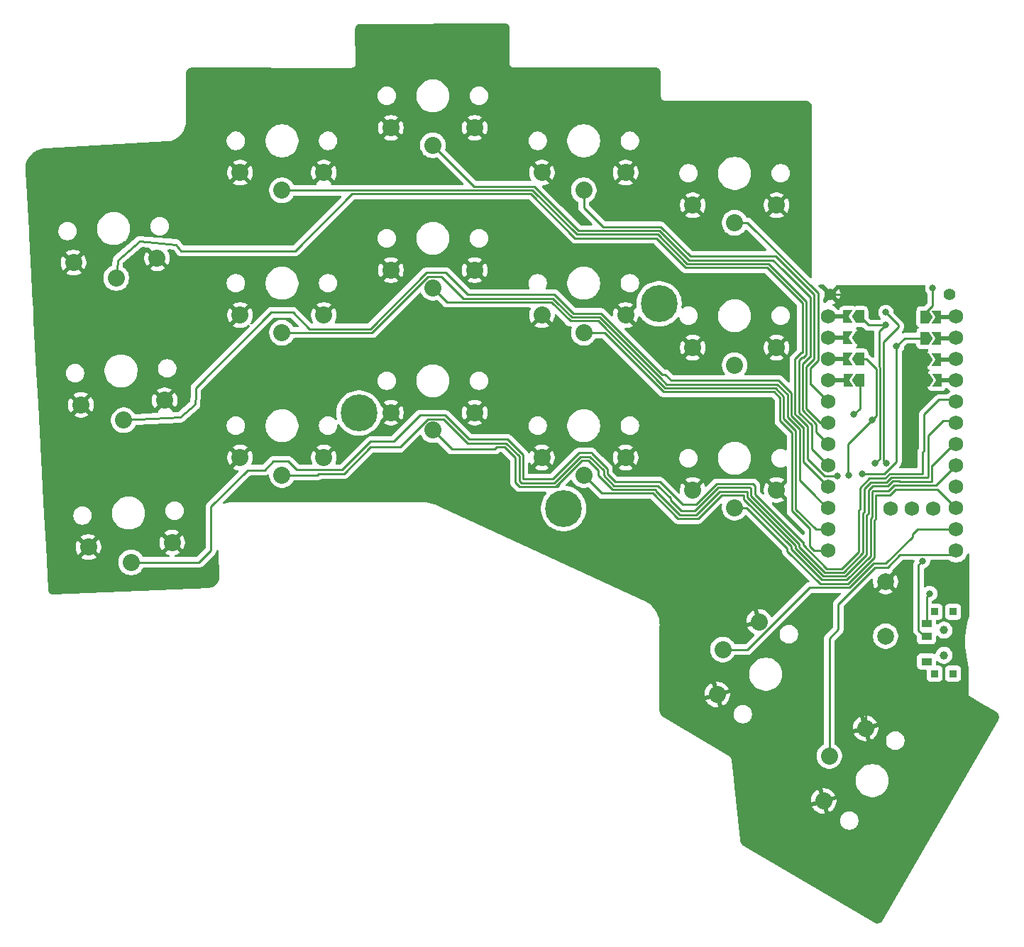
<source format=gbr>
%TF.GenerationSoftware,KiCad,Pcbnew,9.0.6*%
%TF.CreationDate,2025-12-28T20:57:01+00:00*%
%TF.ProjectId,demeter,64656d65-7465-4722-9e6b-696361645f70,rev?*%
%TF.SameCoordinates,Original*%
%TF.FileFunction,Copper,L1,Top*%
%TF.FilePolarity,Positive*%
%FSLAX46Y46*%
G04 Gerber Fmt 4.6, Leading zero omitted, Abs format (unit mm)*
G04 Created by KiCad (PCBNEW 9.0.6) date 2025-12-28 20:57:01*
%MOMM*%
%LPD*%
G01*
G04 APERTURE LIST*
G04 Aperture macros list*
%AMFreePoly0*
4,1,6,0.500000,-0.750000,-0.650000,-0.750000,-0.150000,0.000000,-0.650000,0.750000,0.500000,0.750000,0.500000,-0.750000,0.500000,-0.750000,$1*%
%AMFreePoly1*
4,1,6,0.150000,0.000000,0.650000,-0.750000,-0.500000,-0.750000,-0.500000,0.750000,0.650000,0.750000,0.150000,0.000000,0.150000,0.000000,$1*%
%AMFreePoly2*
4,1,6,0.500000,-0.750000,-0.500000,-0.750000,-1.000000,0.000000,-0.500000,0.750000,0.500000,0.750000,0.500000,-0.750000,0.500000,-0.750000,$1*%
%AMFreePoly3*
4,1,6,1.000000,0.000000,0.500000,-0.750000,-0.500000,-0.750000,-0.500000,0.750000,0.500000,0.750000,1.000000,0.000000,1.000000,0.000000,$1*%
G04 Aperture macros list end*
%TA.AperFunction,ComponentPad*%
%ADD10C,1.397000*%
%TD*%
%TA.AperFunction,ComponentPad*%
%ADD11C,2.032000*%
%TD*%
%TA.AperFunction,WasherPad*%
%ADD12C,1.000000*%
%TD*%
%TA.AperFunction,SMDPad,CuDef*%
%ADD13R,0.900000X0.900000*%
%TD*%
%TA.AperFunction,SMDPad,CuDef*%
%ADD14R,1.250000X0.900000*%
%TD*%
%TA.AperFunction,ComponentPad*%
%ADD15C,1.752600*%
%TD*%
%TA.AperFunction,SMDPad,CuDef*%
%ADD16R,1.524000X0.500000*%
%TD*%
%TA.AperFunction,SMDPad,CuDef*%
%ADD17FreePoly0,180.000000*%
%TD*%
%TA.AperFunction,SMDPad,CuDef*%
%ADD18FreePoly1,180.000000*%
%TD*%
%TA.AperFunction,SMDPad,CuDef*%
%ADD19FreePoly2,180.000000*%
%TD*%
%TA.AperFunction,SMDPad,CuDef*%
%ADD20FreePoly3,180.000000*%
%TD*%
%TA.AperFunction,ComponentPad*%
%ADD21C,4.400000*%
%TD*%
%TA.AperFunction,ComponentPad*%
%ADD22C,2.000000*%
%TD*%
%TA.AperFunction,ViaPad*%
%ADD23C,0.800000*%
%TD*%
%TA.AperFunction,Conductor*%
%ADD24C,0.250000*%
%TD*%
G04 APERTURE END LIST*
D10*
%TO.P,Bat+1,1,1*%
%TO.N,BT+*%
X183571918Y-77344000D03*
X183571918Y-77344000D03*
%TD*%
%TO.P,BatGND1,1,1*%
%TO.N,gnd*%
X169347918Y-77344000D03*
X169347918Y-77344000D03*
%TD*%
D11*
%TO.P,SW2,1,1*%
%TO.N,Switch1*%
X84133343Y-75388740D03*
%TO.P,SW2,2,2*%
%TO.N,gnd*%
X79030290Y-73553298D03*
X89016585Y-73029938D03*
%TD*%
%TO.P,SW3,1,1*%
%TO.N,Switch2*%
X103910000Y-64920000D03*
%TO.P,SW3,2,2*%
%TO.N,gnd*%
X98910000Y-62820000D03*
X108910000Y-62820000D03*
%TD*%
%TO.P,SW4,1,1*%
%TO.N,Switch3*%
X121910000Y-59560000D03*
%TO.P,SW4,2,2*%
%TO.N,gnd*%
X116910000Y-57460000D03*
X126910000Y-57460000D03*
%TD*%
%TO.P,SW5,1,1*%
%TO.N,Switch4*%
X139910000Y-64920000D03*
%TO.P,SW5,2,2*%
%TO.N,gnd*%
X134910000Y-62820000D03*
X144910000Y-62820000D03*
%TD*%
%TO.P,SW6,1,1*%
%TO.N,Switch5*%
X157910000Y-68800000D03*
%TO.P,SW6,2,2*%
%TO.N,gnd*%
X152910000Y-66700000D03*
X162910000Y-66700000D03*
%TD*%
%TO.P,SW8,1,1*%
%TO.N,Switch6*%
X85023053Y-92365442D03*
%TO.P,SW8,2,2*%
%TO.N,gnd*%
X79920000Y-90530000D03*
X89906295Y-90006640D03*
%TD*%
%TO.P,SW9,1,1*%
%TO.N,Switch7*%
X103910000Y-81920000D03*
%TO.P,SW9,2,2*%
%TO.N,gnd*%
X98910000Y-79820000D03*
X108910000Y-79820000D03*
%TD*%
%TO.P,SW10,1,1*%
%TO.N,Switch8*%
X121910000Y-76560000D03*
%TO.P,SW10,2,2*%
%TO.N,gnd*%
X116910000Y-74460000D03*
X126910000Y-74460000D03*
%TD*%
%TO.P,SW11,1,1*%
%TO.N,Switch9*%
X139910000Y-81920000D03*
%TO.P,SW11,2,2*%
%TO.N,gnd*%
X134910000Y-79820000D03*
X144910000Y-79820000D03*
%TD*%
%TO.P,SW12,1,1*%
%TO.N,Switch10*%
X157910000Y-85800000D03*
%TO.P,SW12,2,2*%
%TO.N,gnd*%
X152910000Y-83700000D03*
X162910000Y-83700000D03*
%TD*%
%TO.P,SW14,1,1*%
%TO.N,Switch11*%
X85912765Y-109342144D03*
%TO.P,SW14,2,2*%
%TO.N,gnd*%
X80809712Y-107506702D03*
X90796007Y-106983342D03*
%TD*%
%TO.P,SW15,1,1*%
%TO.N,Switch12*%
X103910000Y-98920000D03*
%TO.P,SW15,2,2*%
%TO.N,gnd*%
X98910000Y-96820000D03*
X108910000Y-96820000D03*
%TD*%
%TO.P,SW16,1,1*%
%TO.N,Switch13*%
X121910000Y-93560000D03*
%TO.P,SW16,2,2*%
%TO.N,gnd*%
X116910000Y-91460000D03*
X126910000Y-91460000D03*
%TD*%
%TO.P,SW17,1,1*%
%TO.N,Switch14*%
X139910000Y-98920000D03*
%TO.P,SW17,2,2*%
%TO.N,gnd*%
X134910000Y-96820000D03*
X144910000Y-96820000D03*
%TD*%
%TO.P,SW18,1,1*%
%TO.N,Switch15*%
X157910000Y-102800000D03*
%TO.P,SW18,2,2*%
%TO.N,gnd*%
X152910000Y-100700000D03*
X162910000Y-100700000D03*
%TD*%
%TO.P,SW20,1,1*%
%TO.N,Switch16*%
X156514525Y-119727892D03*
%TO.P,SW20,2,2*%
%TO.N,gnd*%
X160833178Y-116447765D03*
X155833178Y-125108019D03*
%TD*%
%TO.P,SW21,1,1*%
%TO.N,Switch17*%
X169214525Y-132427892D03*
%TO.P,SW21,2,2*%
%TO.N,gnd*%
X173533178Y-129147765D03*
X168533178Y-137808019D03*
%TD*%
D12*
%TO.P,SW_POWER1,*%
%TO.N,*%
X182880000Y-117416037D03*
X182880000Y-120416037D03*
D13*
%TO.P,SW_POWER1,0*%
%TO.N,N/C*%
X183980000Y-115216037D03*
X181780000Y-115216037D03*
X183980000Y-122616037D03*
X181780000Y-122616037D03*
D14*
%TO.P,SW_POWER1,1,A*%
%TO.N,unconnected-(SW_POWER1-A-Pad1)*%
X180805000Y-121166037D03*
%TO.P,SW_POWER1,2,B*%
%TO.N,BT+*%
X180805000Y-118166037D03*
%TO.P,SW_POWER1,3,C*%
%TO.N,raw*%
X180805000Y-116666037D03*
%TD*%
D15*
%TO.P,U1,*%
%TO.N,*%
X169095918Y-80008000D03*
X169095918Y-82548000D03*
X169095918Y-85088000D03*
X169095918Y-87628000D03*
D16*
X170465918Y-80008000D03*
X170465918Y-82548000D03*
X170465918Y-85088000D03*
X170510918Y-87578000D03*
D17*
X171390918Y-80008000D03*
X171390918Y-82548000D03*
X171390918Y-85088000D03*
X171435918Y-87578000D03*
D18*
X182065918Y-80048000D03*
X182065918Y-82588000D03*
X182065918Y-85128000D03*
X182110918Y-87618000D03*
D16*
X183015918Y-80048000D03*
X183015918Y-82588000D03*
X183015918Y-85128000D03*
X183060918Y-87618000D03*
D15*
X184335918Y-80008000D03*
X184335918Y-82548000D03*
X184335918Y-85088000D03*
X184335918Y-87628000D03*
D19*
%TO.P,U1,1,TX*%
%TO.N,Switch10*%
X180615918Y-80048000D03*
%TO.P,U1,2,RX*%
%TO.N,Switch18*%
X180615918Y-82588000D03*
%TO.P,U1,3,GND*%
%TO.N,gnd*%
X180615918Y-85128000D03*
%TO.P,U1,4,GND*%
X180660918Y-87618000D03*
D15*
%TO.P,U1,5,SDA*%
%TO.N,Switch11*%
X184335918Y-90168000D03*
%TO.P,U1,6,SCL*%
%TO.N,Switch12*%
X184335918Y-92708000D03*
%TO.P,U1,7,D4*%
%TO.N,Switch13*%
X184335918Y-95248000D03*
%TO.P,U1,8,C6*%
%TO.N,Switch14*%
X184335918Y-97788000D03*
%TO.P,U1,9,D7*%
%TO.N,Switch1*%
X184335918Y-100328000D03*
%TO.P,U1,10,E6*%
%TO.N,Switch15*%
X184335918Y-102868000D03*
%TO.P,U1,11,B4*%
%TO.N,Switch16*%
X184335918Y-105408000D03*
%TO.P,U1,12,B5*%
%TO.N,Switch17*%
X184335918Y-107948000D03*
%TO.P,U1,13,B6*%
%TO.N,Switch9*%
X169095918Y-107948000D03*
%TO.P,U1,14,B2*%
%TO.N,Switch8*%
X169095918Y-105408000D03*
%TO.P,U1,15,B3*%
%TO.N,Switch7*%
X169095918Y-102868000D03*
%TO.P,U1,16,B1*%
%TO.N,Switch6*%
X169095918Y-100328000D03*
%TO.P,U1,17,F7*%
%TO.N,Switch2*%
X169095918Y-97788000D03*
%TO.P,U1,18,F6*%
%TO.N,Switch3*%
X169095918Y-95248000D03*
%TO.P,U1,19,F5*%
%TO.N,Switch4*%
X169095918Y-92708000D03*
%TO.P,U1,20,F4*%
%TO.N,Switch5*%
X169095918Y-90168000D03*
D20*
%TO.P,U1,21,VCC*%
%TO.N,vcc*%
X172885918Y-87578000D03*
%TO.P,U1,22,RST*%
%TO.N,reset*%
X172840918Y-85088000D03*
%TO.P,U1,23,GND*%
%TO.N,gnd*%
X172840918Y-82548000D03*
%TO.P,U1,24,RAW*%
%TO.N,raw*%
X172840918Y-80008000D03*
D15*
%TO.P,U1,25*%
%TO.N,N/C*%
X176515918Y-102918000D03*
%TO.P,U1,26*%
X179055918Y-102918000D03*
%TO.P,U1,27*%
%TO.N,BT+*%
X181595918Y-102918000D03*
%TD*%
D21*
%TO.P,REF\u002A\u002A,1*%
%TO.N,N/C*%
X113098855Y-91515485D03*
X137515485Y-102901145D03*
X148901145Y-78484515D03*
%TD*%
D22*
%TO.P,RSW1,1,1*%
%TO.N,gnd*%
X175925000Y-111640000D03*
%TO.P,RSW1,2,2*%
%TO.N,reset*%
X175925000Y-118140000D03*
%TD*%
D23*
%TO.N,BT+*%
X180340000Y-109149918D03*
X175951918Y-79502000D03*
X175972418Y-97536000D03*
X180805000Y-118166037D03*
%TO.N,gnd*%
X179253918Y-83820000D03*
X174427918Y-79502000D03*
X174171918Y-82548000D03*
%TO.N,vcc*%
X172141918Y-91694000D03*
%TO.N,Switch18*%
X177221918Y-83566000D03*
X173120418Y-98806000D03*
%TO.N,reset*%
X174300918Y-92329000D03*
X171520000Y-98960000D03*
%TO.N,Switch1*%
X170180000Y-99060000D03*
%TO.N,Switch10*%
X181539918Y-76619500D03*
%TO.N,raw*%
X181200000Y-113060000D03*
X174681918Y-97536000D03*
X175951918Y-81026000D03*
%TD*%
D24*
%TO.N,BT+*%
X180805000Y-118166037D02*
X180580000Y-118166037D01*
X179855000Y-117441037D02*
X179855000Y-109634918D01*
X175697918Y-97261500D02*
X175697918Y-83058000D01*
X175697918Y-83058000D02*
X177475918Y-81280000D01*
X177475918Y-81280000D02*
X177475918Y-81026000D01*
X180580000Y-118166037D02*
X179855000Y-117441037D01*
X179855000Y-109634918D02*
X180340000Y-109149918D01*
X177475918Y-81026000D02*
X175951918Y-79502000D01*
X175972418Y-97536000D02*
X175697918Y-97261500D01*
%TO.N,gnd*%
X180615918Y-85128000D02*
X180660918Y-85173000D01*
X174427918Y-79248000D02*
X174427918Y-79502000D01*
X173533178Y-114031822D02*
X173533178Y-129147765D01*
X169347918Y-77344000D02*
X172523918Y-77344000D01*
X172523918Y-77344000D02*
X174427918Y-79248000D01*
X180615918Y-85128000D02*
X180561918Y-85128000D01*
X175925000Y-111640000D02*
X173533178Y-114031822D01*
X172840918Y-82548000D02*
X174171918Y-82548000D01*
X180660918Y-85173000D02*
X180660918Y-87618000D01*
X180561918Y-85128000D02*
X179253918Y-83820000D01*
%TO.N,vcc*%
X172885918Y-90950000D02*
X172141918Y-91694000D01*
X172885918Y-87578000D02*
X172885918Y-90950000D01*
%TO.N,Switch18*%
X175727723Y-98806000D02*
X177221918Y-97311805D01*
X177221918Y-97311805D02*
X177221918Y-83566000D01*
X177221918Y-83566000D02*
X178199918Y-82588000D01*
X178199918Y-82588000D02*
X180615918Y-82588000D01*
X173120418Y-98806000D02*
X175727723Y-98806000D01*
%TO.N,reset*%
X171450000Y-95179918D02*
X174300918Y-92329000D01*
X174797918Y-91832000D02*
X174300918Y-92329000D01*
X173663918Y-85088000D02*
X174797918Y-86222000D01*
X171450000Y-98890000D02*
X171450000Y-95179918D01*
X174797918Y-86222000D02*
X174797918Y-91832000D01*
X172840918Y-85088000D02*
X173663918Y-85088000D01*
X171520000Y-98960000D02*
X171450000Y-98890000D01*
%TO.N,Switch1*%
X165862000Y-84328000D02*
X165100000Y-85090000D01*
X86966298Y-71035103D02*
X91249936Y-71409873D01*
X133615833Y-65369520D02*
X138884874Y-70638560D01*
X112268000Y-65369520D02*
X133615833Y-65369520D01*
X165390594Y-91911406D02*
X165437078Y-91911406D01*
X165122000Y-91642812D02*
X165390594Y-91911406D01*
X84319965Y-73255641D02*
X86966298Y-71035103D01*
X104836280Y-72158760D02*
X105478760Y-72158760D01*
X91249936Y-71409873D02*
X91868082Y-72146551D01*
X168669023Y-99060000D02*
X170180000Y-99060000D01*
X152070000Y-74170000D02*
X161800000Y-74170000D01*
X165100000Y-85090000D02*
X165100000Y-86213440D01*
X166013440Y-78383440D02*
X166013440Y-84328000D01*
X104824071Y-72146551D02*
X104836280Y-72158760D01*
X166622604Y-93096932D02*
X166622604Y-97013581D01*
X166013440Y-84328000D02*
X165862000Y-84328000D01*
X84133343Y-75388740D02*
X84319965Y-73255641D01*
X166622604Y-97013581D02*
X168669023Y-99060000D01*
X91868082Y-72146551D02*
X104824071Y-72146551D01*
X105478760Y-72158760D02*
X112268000Y-65369520D01*
X161800000Y-74170000D02*
X166013440Y-78383440D01*
X165100000Y-86213440D02*
X165122000Y-86235440D01*
X165122000Y-86235440D02*
X165122000Y-91642812D01*
X165437078Y-91911406D02*
X166622604Y-93096932D01*
X138884874Y-70638560D02*
X148538560Y-70638560D01*
X148538560Y-70638560D02*
X152070000Y-74170000D01*
%TO.N,Switch2*%
X166463440Y-78160000D02*
X166463440Y-84582000D01*
X152256396Y-73720000D02*
X148724956Y-70188560D01*
X166463440Y-84582000D02*
X166145242Y-84900198D01*
X139444823Y-70189040D02*
X139445303Y-70188560D01*
X103910000Y-64920000D02*
X133802031Y-64920000D01*
X161550000Y-73720000D02*
X161986396Y-73720000D01*
X139071071Y-70189040D02*
X139444823Y-70189040D01*
X167098959Y-95791041D02*
X169095918Y-97788000D01*
X165618484Y-91456416D02*
X167098959Y-92936891D01*
X148724956Y-70188560D02*
X139445303Y-70188560D01*
X165572000Y-85254396D02*
X165572000Y-91456416D01*
X166426396Y-78160000D02*
X166463440Y-78160000D01*
X166145242Y-84900198D02*
X165926198Y-84900198D01*
X165572000Y-91456416D02*
X165618484Y-91456416D01*
X161910000Y-73720000D02*
X161550000Y-73720000D01*
X161550000Y-73720000D02*
X152256396Y-73720000D01*
X167098959Y-92936891D02*
X167098959Y-95791041D01*
X161986396Y-73720000D02*
X166426396Y-78160000D01*
X133802031Y-64920000D02*
X139071071Y-70189040D01*
X165926198Y-84900198D02*
X165572000Y-85254396D01*
%TO.N,Switch3*%
X166022000Y-85659836D02*
X166022000Y-91186000D01*
X166845836Y-84836000D02*
X166022000Y-85659836D01*
X167606959Y-93759041D02*
X169095918Y-95248000D01*
X167640000Y-93726000D02*
X167606959Y-93759041D01*
X152442792Y-73270000D02*
X162494396Y-73270000D01*
X166022000Y-91186000D02*
X167640000Y-92804000D01*
X162494396Y-73270000D02*
X163652198Y-74427802D01*
X133988427Y-64470000D02*
X139257947Y-69739520D01*
X126820000Y-64470000D02*
X133988427Y-64470000D01*
X166936000Y-77711604D02*
X166936000Y-84836000D01*
X139258907Y-69738560D02*
X148911352Y-69738560D01*
X167640000Y-92804000D02*
X167640000Y-93726000D01*
X148911352Y-69738560D02*
X152442792Y-73270000D01*
X139257947Y-69739520D02*
X139258907Y-69738560D01*
X163652198Y-74427802D02*
X166936000Y-77711604D01*
X166936000Y-84836000D02*
X166845836Y-84836000D01*
X121910000Y-59560000D02*
X126820000Y-64470000D01*
%TO.N,Switch4*%
X166472000Y-90999604D02*
X168180396Y-92708000D01*
X149097748Y-69288560D02*
X142208560Y-69288560D01*
X139910000Y-66990000D02*
X139910000Y-64920000D01*
X142208560Y-69288560D02*
X139910000Y-66990000D01*
X154032000Y-72782000D02*
X154030000Y-72780000D01*
X162778000Y-72782000D02*
X154032000Y-72782000D01*
X167386000Y-77978000D02*
X167386000Y-85090000D01*
X153990000Y-72820000D02*
X152629188Y-72820000D01*
X154030000Y-72780000D02*
X153990000Y-72820000D01*
X152629188Y-72820000D02*
X149097748Y-69288560D01*
X167386000Y-77390000D02*
X167386000Y-77978000D01*
X162778000Y-72782000D02*
X167386000Y-77390000D01*
X166472000Y-86004000D02*
X166472000Y-90999604D01*
X167386000Y-85090000D02*
X166472000Y-86004000D01*
X168180396Y-92708000D02*
X169095918Y-92708000D01*
%TO.N,Switch5*%
X159432396Y-68800000D02*
X157910000Y-68800000D01*
X167848396Y-77216000D02*
X159432396Y-68800000D01*
X167869520Y-77216000D02*
X167848396Y-77216000D01*
X169095918Y-90168000D02*
X167065918Y-88138000D01*
X167869520Y-85242876D02*
X167869520Y-77216000D01*
X166922000Y-88138000D02*
X166922000Y-86190396D01*
X166922000Y-86190396D02*
X167869520Y-85242876D01*
X167065918Y-88138000D02*
X166922000Y-88138000D01*
%TO.N,Switch6*%
X164672000Y-91829208D02*
X166060792Y-93218000D01*
X166107276Y-93218000D02*
X166107276Y-97339358D01*
X93531815Y-90511352D02*
X91741833Y-92013326D01*
X163161188Y-87620000D02*
X164672000Y-89130812D01*
X93632037Y-88485963D02*
X102616000Y-79502000D01*
X141978112Y-79618960D02*
X149284198Y-86925046D01*
X150330000Y-87620000D02*
X163161188Y-87620000D01*
X123469969Y-74749969D02*
X126095000Y-77375000D01*
X126095000Y-77375000D02*
X136430717Y-77375000D01*
X138674677Y-79618960D02*
X141978112Y-79618960D01*
X164672000Y-89130812D02*
X164672000Y-91829208D01*
X166060792Y-93218000D02*
X166107276Y-93218000D01*
X93632037Y-89365814D02*
X93632037Y-88485963D01*
X121168543Y-74749969D02*
X123469969Y-74749969D01*
X107188000Y-81460480D02*
X114458032Y-81460480D01*
X166107276Y-97339358D02*
X169095918Y-100328000D01*
X85023054Y-92365442D02*
X91741833Y-92013326D01*
X136430717Y-77375000D02*
X138674677Y-79618960D01*
X149284198Y-86925046D02*
X149635046Y-86925046D01*
X114458032Y-81460480D02*
X121168543Y-74749969D01*
X102616000Y-79502000D02*
X105229520Y-79502000D01*
X105229520Y-79502000D02*
X107188000Y-81460480D01*
X93632037Y-89365814D02*
X93531815Y-90511352D01*
X149635046Y-86925046D02*
X150330000Y-87620000D01*
%TO.N,Switch7*%
X149154566Y-87430453D02*
X149794113Y-88070000D01*
X136760000Y-78340000D02*
X138488480Y-80068480D01*
X167299741Y-101178259D02*
X169429400Y-103307918D01*
X141791914Y-80068480D02*
X149098000Y-87374566D01*
X167136304Y-101014822D02*
X167299741Y-101178259D01*
X164222000Y-89317208D02*
X164222000Y-92015604D01*
X149794113Y-88070000D02*
X162974792Y-88070000D01*
X136652000Y-78232000D02*
X136760000Y-78340000D01*
X121354741Y-75199489D02*
X122903489Y-75199489D01*
X125529000Y-77825000D02*
X136245000Y-77825000D01*
X149098000Y-87374566D02*
X149154566Y-87374566D01*
X162974792Y-88070000D02*
X164222000Y-89317208D01*
X165657276Y-93450880D02*
X165657276Y-99535794D01*
X138488480Y-80068480D02*
X141791914Y-80068480D01*
X164222000Y-92015604D02*
X165657276Y-93450880D01*
X103910000Y-81920000D02*
X114634230Y-81920000D01*
X114634230Y-81920000D02*
X121354741Y-75199489D01*
X122903489Y-75199489D02*
X125529000Y-77825000D01*
X165657276Y-99535794D02*
X167299741Y-101178259D01*
X136245000Y-77825000D02*
X136760000Y-78340000D01*
X149154566Y-87374566D02*
X149154566Y-87430453D01*
%TO.N,Switch8*%
X138760000Y-80518480D02*
X138302084Y-80518480D01*
X138302084Y-80518480D02*
X136058604Y-78275000D01*
X141605717Y-80518000D02*
X149607717Y-88520000D01*
X163772000Y-92202000D02*
X165207276Y-93637276D01*
X165207276Y-93637276D02*
X165207276Y-103011328D01*
X123625000Y-78275000D02*
X121910000Y-76560000D01*
X167603948Y-105408000D02*
X169095918Y-105408000D01*
X136058604Y-78275000D02*
X123625000Y-78275000D01*
X163772000Y-89503604D02*
X163772000Y-92202000D01*
X162788396Y-88520000D02*
X163772000Y-89503604D01*
X165207276Y-103011328D02*
X167603948Y-105408000D01*
X149607717Y-88520000D02*
X162788396Y-88520000D01*
X138760000Y-80518480D02*
X139689520Y-80518480D01*
X139689520Y-80518480D02*
X139690000Y-80518000D01*
X138760000Y-80518480D02*
X138228480Y-80518480D01*
X139690000Y-80518000D02*
X141605717Y-80518000D01*
%TO.N,Switch9*%
X164757276Y-93891276D02*
X164757276Y-103197724D01*
X166870500Y-107434500D02*
X167393500Y-107957500D01*
X166870500Y-105310948D02*
X166870500Y-107434500D01*
X163322000Y-89690000D02*
X163322000Y-92456000D01*
X167393500Y-107957500D02*
X169086418Y-107957500D01*
X169086418Y-107957500D02*
X169095918Y-107948000D01*
X162602000Y-88970000D02*
X163322000Y-89690000D01*
X139954000Y-81932000D02*
X142384000Y-81932000D01*
X142384000Y-81932000D02*
X149422000Y-88970000D01*
X163322000Y-92456000D02*
X164757276Y-93891276D01*
X149422000Y-88970000D02*
X162602000Y-88970000D01*
X164757276Y-103197724D02*
X166870500Y-105310948D01*
%TO.N,Switch10*%
X181539918Y-76619500D02*
X181539918Y-78714380D01*
X181539918Y-78714380D02*
X180615918Y-79638380D01*
X180615918Y-79638380D02*
X180615918Y-80048000D01*
%TO.N,Switch11*%
X172720000Y-108070020D02*
X172720000Y-103124000D01*
X126228678Y-94652960D02*
X130832960Y-94652960D01*
X160110000Y-99960000D02*
X160330000Y-100180000D01*
X102875885Y-97287885D02*
X104642115Y-97287885D01*
X104642115Y-97287885D02*
X105652230Y-98298000D01*
X85912765Y-109342144D02*
X93987856Y-109342144D01*
X130832960Y-94652960D02*
X132650000Y-96470000D01*
X172845918Y-100458082D02*
X173990000Y-99314000D01*
X170714020Y-110076000D02*
X172720000Y-108070020D01*
X148973440Y-99743440D02*
X151680000Y-102450000D01*
X180340000Y-96195918D02*
X180340000Y-98735918D01*
X139346942Y-96266000D02*
X140840000Y-96266000D01*
X172845918Y-102998082D02*
X172845918Y-100458082D01*
X176434201Y-98735918D02*
X177546000Y-98735918D01*
X123343687Y-91767969D02*
X126228678Y-94652960D01*
X155780812Y-99960000D02*
X160110000Y-99960000D01*
X151680000Y-102450000D02*
X153290812Y-102450000D01*
X177546000Y-98735918D02*
X177292000Y-98735918D01*
X117224000Y-94914000D02*
X120370031Y-91767969D01*
X95434230Y-102705368D02*
X99823943Y-98315655D01*
X140840000Y-96293208D02*
X142734198Y-98187406D01*
X101848115Y-98315655D02*
X102875885Y-97287885D01*
X160330000Y-101218052D02*
X166021948Y-106910000D01*
X114494000Y-94914000D02*
X117224000Y-94914000D01*
X182301918Y-89916000D02*
X180523918Y-91694000D01*
X166079156Y-106910000D02*
X166079156Y-107279552D01*
X142734198Y-98789406D02*
X143688232Y-99743440D01*
X180523918Y-91694000D02*
X180523918Y-96012000D01*
X172720000Y-103124000D02*
X172845918Y-102998082D01*
X153290812Y-102450000D02*
X155780812Y-99960000D01*
X140840000Y-96266000D02*
X140840000Y-96293208D01*
X160330000Y-100180000D02*
X160330000Y-101218052D01*
X180340000Y-98735918D02*
X177546000Y-98735918D01*
X143688232Y-99743440D02*
X148973440Y-99743440D01*
X184325318Y-89916000D02*
X182301918Y-89916000D01*
X166021948Y-106910000D02*
X166079156Y-106910000D01*
X120370031Y-91767969D02*
X123343687Y-91767969D01*
X136221471Y-99391471D02*
X139346942Y-96266000D01*
X93987856Y-109342144D02*
X95434230Y-107895770D01*
X180523918Y-96012000D02*
X180340000Y-96195918D01*
X105652230Y-98298000D02*
X111110000Y-98298000D01*
X132650000Y-99391471D02*
X136221471Y-99391471D01*
X175856119Y-99314000D02*
X176434201Y-98735918D01*
X111110000Y-98298000D02*
X114494000Y-94914000D01*
X99823943Y-98315655D02*
X101848115Y-98315655D01*
X132650000Y-96470000D02*
X132650000Y-99391471D01*
X142734198Y-98187406D02*
X142734198Y-98789406D01*
X168875604Y-110076000D02*
X170714020Y-110076000D01*
X166079156Y-107279552D02*
X168875604Y-110076000D01*
X173990000Y-99314000D02*
X175856119Y-99314000D01*
X95434230Y-107895770D02*
X95434230Y-102705368D01*
%TO.N,Switch12*%
X108118000Y-98920000D02*
X108290000Y-98748000D01*
X140626396Y-96716000D02*
X142284198Y-98373802D01*
X159750000Y-100410000D02*
X159880000Y-100540000D01*
X176003257Y-99803257D02*
X176620597Y-99185918D01*
X168656000Y-110526000D02*
X170900416Y-110526000D01*
X165892760Y-107762760D02*
X168656000Y-110526000D01*
X132463604Y-99841471D02*
X136407867Y-99841471D01*
X139533338Y-96716000D02*
X140626396Y-96716000D01*
X180973918Y-99118000D02*
X180973918Y-94234000D01*
X160118466Y-101642914D02*
X165629156Y-107153604D01*
X170900416Y-110526000D02*
X173228000Y-108198416D01*
X174186000Y-99764000D02*
X175964000Y-99764000D01*
X159880000Y-100540000D02*
X159880000Y-101415828D01*
X142284198Y-98373802D02*
X142284198Y-98975802D01*
X126042480Y-95102480D02*
X130646084Y-95102480D01*
X180906000Y-99185918D02*
X180973918Y-99118000D01*
X117981115Y-95591115D02*
X121354741Y-92217489D01*
X173228000Y-103436314D02*
X173356396Y-103307918D01*
X165629156Y-107465948D02*
X165892760Y-107729552D01*
X155967208Y-100410000D02*
X159750000Y-100410000D01*
X173366000Y-100584000D02*
X174186000Y-99764000D01*
X159880000Y-101415828D02*
X160107086Y-101642914D01*
X121354741Y-92217489D02*
X123157489Y-92217489D01*
X108290000Y-98748000D02*
X111296396Y-98748000D01*
X123157489Y-92217489D02*
X126042480Y-95102480D01*
X150260396Y-101683356D02*
X150260396Y-101939604D01*
X182751918Y-92456000D02*
X184325318Y-92456000D01*
X136407867Y-99841471D02*
X139533338Y-96716000D01*
X153167208Y-103210000D02*
X155967208Y-100410000D01*
X165629156Y-107153604D02*
X165629156Y-107465948D01*
X175964000Y-99764000D02*
X176003257Y-99803257D01*
X150260396Y-101939604D02*
X151530792Y-103210000D01*
X143501356Y-100192960D02*
X148770000Y-100192960D01*
X180973918Y-94234000D02*
X182751918Y-92456000D01*
X114453281Y-95591115D02*
X117981115Y-95591115D01*
X160107086Y-101642914D02*
X160118466Y-101642914D01*
X165892760Y-107729552D02*
X165892760Y-107762760D01*
X103910000Y-98920000D02*
X108118000Y-98920000D01*
X173356396Y-100584000D02*
X173366000Y-100584000D01*
X151530792Y-103210000D02*
X153167208Y-103210000D01*
X148770000Y-100192960D02*
X150260396Y-101683356D01*
X111296396Y-98748000D02*
X114453281Y-95591115D01*
X132200000Y-96656396D02*
X132200000Y-99577867D01*
X130646084Y-95102480D02*
X132200000Y-96656396D01*
X132200000Y-99577867D02*
X132463604Y-99841471D01*
X173228000Y-108198416D02*
X173228000Y-103436314D01*
X173356396Y-103307918D02*
X173356396Y-100584000D01*
X142284198Y-98975802D02*
X143501356Y-100192960D01*
X176620597Y-99185918D02*
X180906000Y-99185918D01*
%TO.N,Switch13*%
X171086812Y-110976000D02*
X173678000Y-108384812D01*
X141630760Y-98356760D02*
X141630760Y-98958760D01*
X173678000Y-103690000D02*
X173869198Y-103498802D01*
X129286000Y-95806000D02*
X129540000Y-95552000D01*
X165179156Y-107340000D02*
X165179156Y-107685552D01*
X177594710Y-99706000D02*
X181423918Y-99706000D01*
X165167776Y-107340000D02*
X165179156Y-107340000D01*
X132277208Y-100291471D02*
X131750000Y-99764263D01*
X136981521Y-99904213D02*
X136594263Y-100291471D01*
X136981521Y-100026709D02*
X136717719Y-100290511D01*
X140440000Y-97166000D02*
X139719734Y-97166000D01*
X181423918Y-97790000D02*
X181531318Y-97790000D01*
X174372396Y-100214000D02*
X174752000Y-100214000D01*
X173869198Y-103498802D02*
X173869198Y-100717198D01*
X176784000Y-99658911D02*
X177547621Y-99658911D01*
X143314480Y-100642480D02*
X148530000Y-100642480D01*
X174752000Y-100214000D02*
X174791257Y-100253257D01*
X156153604Y-100860000D02*
X159360000Y-100860000D01*
X153353604Y-103660000D02*
X156153604Y-100860000D01*
X121910000Y-93558000D02*
X124158000Y-95806000D01*
X141630760Y-98958760D02*
X143314480Y-100642480D01*
X136594263Y-100291471D02*
X132277208Y-100291471D01*
X173869198Y-100717198D02*
X174372396Y-100214000D01*
X159430000Y-101602224D02*
X165167776Y-107340000D01*
X181423918Y-99706000D02*
X181423918Y-97790000D01*
X176189653Y-100253257D02*
X176784000Y-99658911D01*
X148530000Y-100845604D02*
X151344396Y-103660000D01*
X130459688Y-95552480D02*
X129570000Y-95552480D01*
X159430000Y-100930000D02*
X159430000Y-101602224D01*
X140440000Y-97166000D02*
X141630760Y-98356760D01*
X168469604Y-110976000D02*
X171086812Y-110976000D01*
X136981521Y-99904213D02*
X136981521Y-100026709D01*
X131750000Y-99764263D02*
X131750000Y-96842792D01*
X174791257Y-100253257D02*
X176189653Y-100253257D01*
X124158000Y-95806000D02*
X129286000Y-95806000D01*
X173678000Y-108384812D02*
X173678000Y-103690000D01*
X165179156Y-107685552D02*
X168469604Y-110976000D01*
X159360000Y-100860000D02*
X159430000Y-100930000D01*
X151344396Y-103660000D02*
X153353604Y-103660000D01*
X148530000Y-100642480D02*
X148530000Y-100845604D01*
X177547621Y-99658911D02*
X177594710Y-99706000D01*
X139719734Y-97166000D02*
X136981521Y-99904213D01*
X181531318Y-97790000D02*
X184325318Y-94996000D01*
X131750000Y-96842792D02*
X130459688Y-95552480D01*
%TO.N,Switch14*%
X164634984Y-107777776D02*
X168283208Y-111426000D01*
X174319198Y-103948802D02*
X174319198Y-100903594D01*
X181967918Y-100156000D02*
X184335918Y-97788000D01*
X151158000Y-104110000D02*
X153540000Y-104110000D01*
X153540000Y-104110000D02*
X156340000Y-101310000D01*
X158980000Y-101310000D02*
X158980000Y-101788620D01*
X174128000Y-108574000D02*
X174128000Y-104140000D01*
X168283208Y-111426000D02*
X171276000Y-111426000D01*
X171276000Y-111426000D02*
X174128000Y-108574000D01*
X174128000Y-104140000D02*
X174319198Y-103948802D01*
X148140000Y-101092000D02*
X151158000Y-104110000D01*
X142096000Y-101092000D02*
X148140000Y-101092000D01*
X164634984Y-107443604D02*
X164634984Y-107777776D01*
X176923310Y-100156000D02*
X181967918Y-100156000D01*
X139954000Y-98950000D02*
X142096000Y-101092000D01*
X158980000Y-101788620D02*
X164634984Y-107443604D01*
X156340000Y-101310000D02*
X158980000Y-101310000D01*
X174319198Y-100903594D02*
X174384792Y-100838000D01*
X174384792Y-100838000D02*
X176241308Y-100838000D01*
X176241308Y-100838000D02*
X176923310Y-100156000D01*
%TO.N,Switch15*%
X174769198Y-104135198D02*
X174769198Y-101328802D01*
X157910000Y-102236840D02*
X158565160Y-102892000D01*
X157910000Y-102800000D02*
X159354984Y-102800000D01*
X174578000Y-108760396D02*
X174578000Y-104326396D01*
X177109706Y-100606000D02*
X182073918Y-100606000D01*
X182073918Y-100606000D02*
X184335918Y-102868000D01*
X176427704Y-101288000D02*
X177109706Y-100606000D01*
X164184984Y-107964172D02*
X168096812Y-111876000D01*
X159354984Y-102800000D02*
X164184984Y-107630000D01*
X164184984Y-107630000D02*
X164184984Y-107964172D01*
X174578000Y-104326396D02*
X174769198Y-104135198D01*
X168096812Y-111876000D02*
X171462396Y-111876000D01*
X171462396Y-111876000D02*
X174578000Y-108760396D01*
X174769198Y-101328802D02*
X174810000Y-101288000D01*
X174810000Y-101288000D02*
X176427704Y-101288000D01*
%TO.N,Switch16*%
X156514525Y-119727892D02*
X159449512Y-119727892D01*
X159449512Y-119727892D02*
X166851404Y-112326000D01*
X179151157Y-106284066D02*
X175961223Y-109474000D01*
X171648792Y-112326000D02*
X169720000Y-112326000D01*
X166851404Y-112326000D02*
X169720000Y-112326000D01*
X179151157Y-105999157D02*
X179151157Y-106284066D01*
X175961223Y-109474000D02*
X174500792Y-109474000D01*
X174500792Y-109474000D02*
X171648792Y-112326000D01*
X184335918Y-105408000D02*
X179742314Y-105408000D01*
X179742314Y-105408000D02*
X179151157Y-105999157D01*
%TO.N,Switch17*%
X176147619Y-109924000D02*
X174687188Y-109924000D01*
X183859000Y-108424918D02*
X177646701Y-108424918D01*
X184335918Y-107948000D02*
X183859000Y-108424918D01*
X169214525Y-118396663D02*
X169214525Y-132427892D01*
X170280000Y-117331188D02*
X169214525Y-118396663D01*
X177646701Y-108424918D02*
X176147619Y-109924000D01*
X170280000Y-114331188D02*
X170280000Y-117331188D01*
X174687188Y-109924000D02*
X170280000Y-114331188D01*
%TO.N,raw*%
X175951918Y-81026000D02*
X175189918Y-81788000D01*
X175247918Y-86035604D02*
X175247918Y-96970000D01*
X180805000Y-113455000D02*
X181200000Y-113060000D01*
X175189918Y-85977604D02*
X175247918Y-86035604D01*
X173858918Y-81026000D02*
X172840918Y-80008000D01*
X175189918Y-81788000D02*
X175189918Y-85977604D01*
X180848000Y-116623037D02*
X180805000Y-116666037D01*
X175951918Y-81026000D02*
X173858918Y-81026000D01*
X180805000Y-116666037D02*
X180805000Y-113455000D01*
X175247918Y-96970000D02*
X174681918Y-97536000D01*
%TD*%
%TA.AperFunction,Conductor*%
%TO.N,gnd*%
G36*
X120448867Y-94123431D02*
G01*
X120505703Y-94165978D01*
X120517101Y-94184283D01*
X120606131Y-94359012D01*
X120747177Y-94553145D01*
X120747179Y-94553147D01*
X120747181Y-94553150D01*
X120916849Y-94722818D01*
X120916852Y-94722820D01*
X120916855Y-94722823D01*
X120996165Y-94780445D01*
X121110984Y-94863867D01*
X121110988Y-94863869D01*
X121324795Y-94972810D01*
X121553012Y-95046962D01*
X121790019Y-95084500D01*
X121790022Y-95084500D01*
X122029978Y-95084500D01*
X122029981Y-95084500D01*
X122266988Y-95046962D01*
X122371732Y-95012927D01*
X122442697Y-95010900D01*
X122499762Y-95043666D01*
X123665929Y-96209833D01*
X123754167Y-96298071D01*
X123857925Y-96367400D01*
X123973215Y-96415155D01*
X124095606Y-96439500D01*
X124095607Y-96439500D01*
X129348393Y-96439500D01*
X129348394Y-96439500D01*
X129470785Y-96415155D01*
X129586075Y-96367400D01*
X129689833Y-96298071D01*
X129765019Y-96222885D01*
X129827331Y-96188859D01*
X129854114Y-96185980D01*
X130145094Y-96185980D01*
X130213215Y-96205982D01*
X130234189Y-96222885D01*
X131079595Y-97068291D01*
X131113621Y-97130603D01*
X131116500Y-97157386D01*
X131116500Y-99701869D01*
X131116500Y-99826657D01*
X131140845Y-99949048D01*
X131188600Y-100064338D01*
X131257929Y-100168096D01*
X131873375Y-100783543D01*
X131977133Y-100852872D01*
X132052685Y-100884166D01*
X132092423Y-100900626D01*
X132214814Y-100924971D01*
X132214815Y-100924971D01*
X132339602Y-100924971D01*
X135365487Y-100924971D01*
X135433608Y-100944973D01*
X135480101Y-100998629D01*
X135490205Y-101068903D01*
X135463998Y-101129531D01*
X135303058Y-101331343D01*
X135141209Y-101588923D01*
X135141204Y-101588932D01*
X135009218Y-101863004D01*
X135009207Y-101863031D01*
X134908740Y-102150147D01*
X134841046Y-102446734D01*
X134806985Y-102749037D01*
X134806985Y-103053252D01*
X134841046Y-103355555D01*
X134869487Y-103480160D01*
X134908739Y-103652136D01*
X134908741Y-103652142D01*
X134908740Y-103652142D01*
X135009207Y-103939258D01*
X135009218Y-103939285D01*
X135141204Y-104213357D01*
X135141209Y-104213366D01*
X135273445Y-104423817D01*
X135293410Y-104455592D01*
X135303060Y-104470949D01*
X135303063Y-104470953D01*
X135492726Y-104708785D01*
X135707844Y-104923903D01*
X135913078Y-105087570D01*
X135945684Y-105113572D01*
X136203268Y-105275423D01*
X136477354Y-105407416D01*
X136477370Y-105407421D01*
X136477371Y-105407422D01*
X136764487Y-105507889D01*
X136764490Y-105507889D01*
X136764494Y-105507891D01*
X136984019Y-105557995D01*
X137061074Y-105575583D01*
X137061075Y-105575583D01*
X137061079Y-105575584D01*
X137236312Y-105595328D01*
X137363377Y-105609645D01*
X137363379Y-105609645D01*
X137667593Y-105609645D01*
X137764207Y-105598759D01*
X137969891Y-105575584D01*
X138266476Y-105507891D01*
X138553616Y-105407416D01*
X138827702Y-105275423D01*
X139085286Y-105113572D01*
X139182255Y-105036242D01*
X139323125Y-104923903D01*
X139538243Y-104708785D01*
X139673616Y-104539031D01*
X139727912Y-104470946D01*
X139889763Y-104213362D01*
X140021756Y-103939276D01*
X140097112Y-103723921D01*
X140122229Y-103652142D01*
X140122229Y-103652141D01*
X140122231Y-103652136D01*
X140189924Y-103355551D01*
X140223985Y-103053251D01*
X140223985Y-102749039D01*
X140223912Y-102748395D01*
X140205516Y-102585122D01*
X140189924Y-102446739D01*
X140122231Y-102150154D01*
X140122003Y-102149503D01*
X140021762Y-101863031D01*
X140021761Y-101863030D01*
X140021756Y-101863014D01*
X139889763Y-101588928D01*
X139886712Y-101584073D01*
X139813436Y-101467454D01*
X139727912Y-101331344D01*
X139684100Y-101276405D01*
X139538243Y-101093504D01*
X139323125Y-100878386D01*
X139085293Y-100688723D01*
X139085289Y-100688720D01*
X139081259Y-100686188D01*
X138912360Y-100580061D01*
X138827706Y-100526869D01*
X138827697Y-100526864D01*
X138553625Y-100394878D01*
X138553620Y-100394876D01*
X138553616Y-100394874D01*
X138553610Y-100394871D01*
X138553598Y-100394867D01*
X138266482Y-100294400D01*
X137969895Y-100226706D01*
X137856946Y-100213980D01*
X137791493Y-100186476D01*
X137751300Y-100127952D01*
X137749129Y-100056989D01*
X137781957Y-99999679D01*
X138300048Y-99481588D01*
X138362358Y-99447564D01*
X138433173Y-99452629D01*
X138490009Y-99495176D01*
X138501404Y-99513476D01*
X138606131Y-99719012D01*
X138747177Y-99913145D01*
X138747179Y-99913147D01*
X138747181Y-99913150D01*
X138916849Y-100082818D01*
X138916852Y-100082820D01*
X138916855Y-100082823D01*
X138978970Y-100127952D01*
X139110984Y-100223867D01*
X139110988Y-100223869D01*
X139324795Y-100332810D01*
X139553012Y-100406962D01*
X139790019Y-100444500D01*
X139790022Y-100444500D01*
X140029978Y-100444500D01*
X140029981Y-100444500D01*
X140266988Y-100406962D01*
X140380791Y-100369984D01*
X140451754Y-100367957D01*
X140508819Y-100400723D01*
X141603929Y-101495833D01*
X141692167Y-101584071D01*
X141795925Y-101653400D01*
X141911215Y-101701155D01*
X142033606Y-101725500D01*
X147825406Y-101725500D01*
X147893527Y-101745502D01*
X147914501Y-101762405D01*
X150754161Y-104602067D01*
X150754166Y-104602071D01*
X150754167Y-104602072D01*
X150857925Y-104671401D01*
X150939447Y-104705168D01*
X150973215Y-104719155D01*
X151095606Y-104743500D01*
X151095607Y-104743500D01*
X153602393Y-104743500D01*
X153602394Y-104743500D01*
X153724785Y-104719155D01*
X153840075Y-104671400D01*
X153943833Y-104602071D01*
X156209082Y-102336821D01*
X156271392Y-102302798D01*
X156342207Y-102307862D01*
X156399043Y-102350409D01*
X156423854Y-102416929D01*
X156422624Y-102445624D01*
X156385500Y-102680019D01*
X156385500Y-102919981D01*
X156419608Y-103135330D01*
X156423039Y-103156993D01*
X156497188Y-103385200D01*
X156497190Y-103385205D01*
X156542863Y-103474842D01*
X156606132Y-103599015D01*
X156698313Y-103725889D01*
X156747177Y-103793145D01*
X156747179Y-103793147D01*
X156747181Y-103793150D01*
X156916849Y-103962818D01*
X156916852Y-103962820D01*
X156916855Y-103962823D01*
X157009094Y-104029838D01*
X157110984Y-104103867D01*
X157110988Y-104103869D01*
X157324795Y-104212810D01*
X157553012Y-104286962D01*
X157790019Y-104324500D01*
X157790022Y-104324500D01*
X158029978Y-104324500D01*
X158029981Y-104324500D01*
X158266988Y-104286962D01*
X158495205Y-104212810D01*
X158709012Y-104103869D01*
X158903145Y-103962823D01*
X159072823Y-103793145D01*
X159145764Y-103692749D01*
X159201986Y-103649395D01*
X159272722Y-103643319D01*
X159335514Y-103676451D01*
X159336795Y-103677715D01*
X163514579Y-107855499D01*
X163548605Y-107917811D01*
X163551484Y-107944594D01*
X163551484Y-108026566D01*
X163575829Y-108148957D01*
X163623584Y-108264247D01*
X163692913Y-108368005D01*
X163692915Y-108368007D01*
X166812828Y-111487920D01*
X166846854Y-111550232D01*
X166841789Y-111621047D01*
X166799242Y-111677883D01*
X166748316Y-111700594D01*
X166689918Y-111712210D01*
X166666619Y-111716845D01*
X166666618Y-111716845D01*
X166666615Y-111716846D01*
X166551327Y-111764601D01*
X166447575Y-111833926D01*
X166447568Y-111833931D01*
X162426623Y-115854875D01*
X162364311Y-115888901D01*
X162293495Y-115883836D01*
X162236660Y-115841289D01*
X162225261Y-115822983D01*
X162136617Y-115649011D01*
X161995617Y-115454942D01*
X161995615Y-115454939D01*
X161826003Y-115285327D01*
X161826000Y-115285325D01*
X161631931Y-115144325D01*
X161418187Y-115035416D01*
X161190053Y-114961291D01*
X160953117Y-114923765D01*
X160713238Y-114923765D01*
X160688819Y-114927631D01*
X160927693Y-115819125D01*
X160895720Y-115812765D01*
X160770636Y-115812765D01*
X160647955Y-115837168D01*
X160532393Y-115885036D01*
X160436587Y-115949050D01*
X160198553Y-115060696D01*
X160034424Y-115144324D01*
X159840355Y-115285325D01*
X159840352Y-115285327D01*
X159670740Y-115454939D01*
X159670738Y-115454942D01*
X159529738Y-115649011D01*
X159420829Y-115862755D01*
X159346704Y-116090889D01*
X159309178Y-116327826D01*
X159309178Y-116567704D01*
X159313045Y-116592122D01*
X160204538Y-116353247D01*
X160198178Y-116385223D01*
X160198178Y-116510307D01*
X160222581Y-116632988D01*
X160270449Y-116748550D01*
X160334463Y-116844354D01*
X159446109Y-117082388D01*
X159529738Y-117246518D01*
X159670738Y-117440587D01*
X159670740Y-117440590D01*
X159840352Y-117610202D01*
X159840355Y-117610204D01*
X160034424Y-117751204D01*
X160208396Y-117839848D01*
X160260011Y-117888596D01*
X160277077Y-117957511D01*
X160254176Y-118024713D01*
X160240289Y-118041210D01*
X159971743Y-118309757D01*
X159224011Y-119057488D01*
X159161701Y-119091512D01*
X159134918Y-119094392D01*
X157979940Y-119094392D01*
X157911819Y-119074390D01*
X157867674Y-119025595D01*
X157818395Y-118928882D01*
X157818395Y-118928881D01*
X157709331Y-118778768D01*
X157677348Y-118734747D01*
X157677345Y-118734744D01*
X157677343Y-118734741D01*
X157507675Y-118565073D01*
X157507672Y-118565071D01*
X157507670Y-118565069D01*
X157415633Y-118498200D01*
X157313540Y-118424024D01*
X157202636Y-118367516D01*
X157099730Y-118315082D01*
X157099727Y-118315081D01*
X157099725Y-118315080D01*
X156871518Y-118240931D01*
X156871514Y-118240930D01*
X156871513Y-118240930D01*
X156634506Y-118203392D01*
X156394544Y-118203392D01*
X156157537Y-118240930D01*
X156157531Y-118240931D01*
X155929324Y-118315080D01*
X155929318Y-118315083D01*
X155715509Y-118424024D01*
X155521377Y-118565071D01*
X155521374Y-118565073D01*
X155351706Y-118734741D01*
X155351704Y-118734744D01*
X155210657Y-118928876D01*
X155101716Y-119142685D01*
X155101713Y-119142691D01*
X155027564Y-119370898D01*
X155027563Y-119370903D01*
X155027563Y-119370904D01*
X154990025Y-119607911D01*
X154990025Y-119847873D01*
X155027563Y-120084880D01*
X155027564Y-120084885D01*
X155101713Y-120313092D01*
X155101715Y-120313097D01*
X155154149Y-120416003D01*
X155210657Y-120526907D01*
X155307024Y-120659544D01*
X155351702Y-120721037D01*
X155351704Y-120721039D01*
X155351706Y-120721042D01*
X155521374Y-120890710D01*
X155521377Y-120890712D01*
X155521380Y-120890715D01*
X155550349Y-120911762D01*
X155715509Y-121031759D01*
X155715513Y-121031761D01*
X155929320Y-121140702D01*
X156157537Y-121214854D01*
X156394544Y-121252392D01*
X156394547Y-121252392D01*
X156634503Y-121252392D01*
X156634506Y-121252392D01*
X156871513Y-121214854D01*
X157099730Y-121140702D01*
X157313537Y-121031761D01*
X157507670Y-120890715D01*
X157677348Y-120721037D01*
X157818394Y-120526904D01*
X157847473Y-120469834D01*
X157867674Y-120430189D01*
X157916422Y-120378574D01*
X157979940Y-120361392D01*
X159511905Y-120361392D01*
X159511906Y-120361392D01*
X159634297Y-120337047D01*
X159749587Y-120289292D01*
X159853345Y-120219963D01*
X162245238Y-117828070D01*
X163272675Y-117828070D01*
X163272675Y-118001434D01*
X163299795Y-118172664D01*
X163299796Y-118172669D01*
X163344339Y-118309758D01*
X163353367Y-118337543D01*
X163397693Y-118424537D01*
X163432075Y-118492015D01*
X163533975Y-118632268D01*
X163656558Y-118754851D01*
X163656561Y-118754853D01*
X163796815Y-118856754D01*
X163951284Y-118935460D01*
X164116157Y-118989030D01*
X164116158Y-118989030D01*
X164116163Y-118989032D01*
X164287393Y-119016152D01*
X164287396Y-119016152D01*
X164460754Y-119016152D01*
X164460757Y-119016152D01*
X164631987Y-118989032D01*
X164796866Y-118935460D01*
X164951335Y-118856754D01*
X165091589Y-118754853D01*
X165214176Y-118632266D01*
X165316077Y-118492012D01*
X165394783Y-118337543D01*
X165448355Y-118172664D01*
X165475475Y-118001434D01*
X165475475Y-117828070D01*
X165448355Y-117656840D01*
X165394783Y-117491961D01*
X165316077Y-117337492D01*
X165214176Y-117197238D01*
X165214174Y-117197235D01*
X165091591Y-117074652D01*
X164951338Y-116972752D01*
X164951337Y-116972751D01*
X164951335Y-116972750D01*
X164796866Y-116894044D01*
X164796863Y-116894043D01*
X164796861Y-116894042D01*
X164631990Y-116840473D01*
X164631994Y-116840473D01*
X164600116Y-116835424D01*
X164460757Y-116813352D01*
X164287393Y-116813352D01*
X164116163Y-116840472D01*
X164116157Y-116840473D01*
X163951288Y-116894042D01*
X163951282Y-116894045D01*
X163796811Y-116972752D01*
X163656558Y-117074652D01*
X163533975Y-117197235D01*
X163432075Y-117337488D01*
X163353368Y-117491959D01*
X163353365Y-117491965D01*
X163299796Y-117656834D01*
X163299795Y-117656839D01*
X163299795Y-117656840D01*
X163272675Y-117828070D01*
X162245238Y-117828070D01*
X167076903Y-112996405D01*
X167139215Y-112962379D01*
X167165998Y-112959500D01*
X169657606Y-112959500D01*
X170451594Y-112959500D01*
X170519715Y-112979502D01*
X170566208Y-113033158D01*
X170576312Y-113103432D01*
X170546818Y-113168012D01*
X170540689Y-113174595D01*
X169787931Y-113927352D01*
X169787929Y-113927355D01*
X169718600Y-114031113D01*
X169670845Y-114146403D01*
X169663391Y-114183879D01*
X169646500Y-114268791D01*
X169646500Y-117016594D01*
X169626498Y-117084715D01*
X169609595Y-117105689D01*
X168722456Y-117992827D01*
X168722451Y-117992834D01*
X168678299Y-118058913D01*
X168653125Y-118096588D01*
X168645140Y-118115866D01*
X168607958Y-118205631D01*
X168605370Y-118211878D01*
X168599591Y-118240930D01*
X168581025Y-118334266D01*
X168581025Y-130962476D01*
X168561023Y-131030597D01*
X168512229Y-131074742D01*
X168415512Y-131124023D01*
X168221377Y-131265071D01*
X168221374Y-131265073D01*
X168051706Y-131434741D01*
X168051704Y-131434744D01*
X167910657Y-131628876D01*
X167801716Y-131842685D01*
X167801713Y-131842691D01*
X167727564Y-132070898D01*
X167727563Y-132070903D01*
X167727563Y-132070904D01*
X167690025Y-132307911D01*
X167690025Y-132547873D01*
X167706938Y-132654656D01*
X167727564Y-132784885D01*
X167758972Y-132881548D01*
X167801715Y-133013097D01*
X167801716Y-133013098D01*
X167910657Y-133226907D01*
X168007024Y-133359544D01*
X168051702Y-133421037D01*
X168051704Y-133421039D01*
X168051706Y-133421042D01*
X168221374Y-133590710D01*
X168221377Y-133590712D01*
X168221380Y-133590715D01*
X168250349Y-133611762D01*
X168415509Y-133731759D01*
X168415513Y-133731761D01*
X168629320Y-133840702D01*
X168857537Y-133914854D01*
X169094544Y-133952392D01*
X169094547Y-133952392D01*
X169334503Y-133952392D01*
X169334506Y-133952392D01*
X169571513Y-133914854D01*
X169799730Y-133840702D01*
X170013537Y-133731761D01*
X170207670Y-133590715D01*
X170377348Y-133421037D01*
X170518394Y-133226904D01*
X170627335Y-133013097D01*
X170701487Y-132784880D01*
X170739025Y-132547873D01*
X170739025Y-132307911D01*
X170701487Y-132070904D01*
X170627335Y-131842687D01*
X170518394Y-131628880D01*
X170518392Y-131628876D01*
X170444363Y-131526986D01*
X170377348Y-131434747D01*
X170377345Y-131434744D01*
X170377343Y-131434741D01*
X170207675Y-131265073D01*
X170207672Y-131265071D01*
X170207670Y-131265069D01*
X170013537Y-131124023D01*
X169916821Y-131074742D01*
X169865206Y-131025993D01*
X169848025Y-130962476D01*
X169848025Y-129027826D01*
X172009178Y-129027826D01*
X172009178Y-129267704D01*
X172013045Y-129292122D01*
X172402151Y-129187862D01*
X172904538Y-129053247D01*
X172898178Y-129085223D01*
X172898178Y-129210307D01*
X172922581Y-129332988D01*
X172970449Y-129448550D01*
X173034462Y-129544353D01*
X172146109Y-129782388D01*
X172229738Y-129946518D01*
X172370738Y-130140587D01*
X172370740Y-130140590D01*
X172540352Y-130310202D01*
X172540355Y-130310204D01*
X172734424Y-130451204D01*
X172948168Y-130560113D01*
X173176302Y-130634238D01*
X173413239Y-130671765D01*
X173653114Y-130671765D01*
X173653128Y-130671763D01*
X173677536Y-130667897D01*
X173438661Y-129776404D01*
X173470636Y-129782765D01*
X173595720Y-129782765D01*
X173718401Y-129758362D01*
X173833963Y-129710494D01*
X173929766Y-129646480D01*
X174167801Y-130534832D01*
X174181072Y-130528070D01*
X175972675Y-130528070D01*
X175972675Y-130701434D01*
X175999795Y-130872664D01*
X175999796Y-130872669D01*
X176028976Y-130962476D01*
X176053367Y-131037543D01*
X176072321Y-131074742D01*
X176132075Y-131192015D01*
X176233975Y-131332268D01*
X176356558Y-131454851D01*
X176356561Y-131454853D01*
X176496815Y-131556754D01*
X176651284Y-131635460D01*
X176816157Y-131689030D01*
X176816158Y-131689030D01*
X176816163Y-131689032D01*
X176987393Y-131716152D01*
X176987396Y-131716152D01*
X177160754Y-131716152D01*
X177160757Y-131716152D01*
X177331987Y-131689032D01*
X177496866Y-131635460D01*
X177651335Y-131556754D01*
X177791589Y-131454853D01*
X177914176Y-131332266D01*
X178016077Y-131192012D01*
X178094783Y-131037543D01*
X178148355Y-130872664D01*
X178175475Y-130701434D01*
X178175475Y-130528070D01*
X178148355Y-130356840D01*
X178094783Y-130191961D01*
X178016077Y-130037492D01*
X177914176Y-129897238D01*
X177914174Y-129897235D01*
X177791591Y-129774652D01*
X177651338Y-129672752D01*
X177651337Y-129672751D01*
X177651335Y-129672750D01*
X177496866Y-129594044D01*
X177496863Y-129594043D01*
X177496861Y-129594042D01*
X177331990Y-129540473D01*
X177331994Y-129540473D01*
X177300116Y-129535424D01*
X177160757Y-129513352D01*
X176987393Y-129513352D01*
X176816163Y-129540472D01*
X176816157Y-129540473D01*
X176651288Y-129594042D01*
X176651282Y-129594045D01*
X176496811Y-129672752D01*
X176356558Y-129774652D01*
X176233975Y-129897235D01*
X176132075Y-130037488D01*
X176053368Y-130191959D01*
X176053365Y-130191965D01*
X175999796Y-130356834D01*
X175999795Y-130356839D01*
X175999795Y-130356840D01*
X175972675Y-130528070D01*
X174181072Y-130528070D01*
X174331924Y-130451209D01*
X174331929Y-130451206D01*
X174373253Y-130421183D01*
X174526000Y-130310204D01*
X174526003Y-130310202D01*
X174695615Y-130140590D01*
X174695617Y-130140587D01*
X174836617Y-129946518D01*
X174945526Y-129732774D01*
X175019651Y-129504640D01*
X175057178Y-129267703D01*
X175057178Y-129027830D01*
X175057176Y-129027815D01*
X175053310Y-129003406D01*
X174161818Y-129242280D01*
X174168178Y-129210307D01*
X174168178Y-129085223D01*
X174143775Y-128962542D01*
X174095907Y-128846980D01*
X174031891Y-128751173D01*
X174920245Y-128513140D01*
X174836617Y-128349011D01*
X174695617Y-128154942D01*
X174695615Y-128154939D01*
X174526003Y-127985327D01*
X174526000Y-127985325D01*
X174331931Y-127844325D01*
X174118187Y-127735416D01*
X173890053Y-127661291D01*
X173653117Y-127623765D01*
X173413238Y-127623765D01*
X173388819Y-127627631D01*
X173627693Y-128519125D01*
X173595720Y-128512765D01*
X173470636Y-128512765D01*
X173347955Y-128537168D01*
X173232393Y-128585036D01*
X173136587Y-128649050D01*
X172898553Y-127760696D01*
X172734424Y-127844324D01*
X172540355Y-127985325D01*
X172540352Y-127985327D01*
X172370740Y-128154939D01*
X172370738Y-128154942D01*
X172229738Y-128349011D01*
X172120829Y-128562755D01*
X172046704Y-128790889D01*
X172009178Y-129027826D01*
X169848025Y-129027826D01*
X169848025Y-120667387D01*
X179671500Y-120667387D01*
X179671500Y-121664686D01*
X179678009Y-121725233D01*
X179678011Y-121725241D01*
X179729110Y-121862239D01*
X179729112Y-121862244D01*
X179816738Y-121979298D01*
X179933792Y-122066924D01*
X179933794Y-122066925D01*
X179933796Y-122066926D01*
X179992875Y-122088961D01*
X180070795Y-122118025D01*
X180070803Y-122118027D01*
X180131350Y-122124536D01*
X180131355Y-122124536D01*
X180131362Y-122124537D01*
X180695500Y-122124537D01*
X180763621Y-122144539D01*
X180810114Y-122198195D01*
X180821500Y-122250537D01*
X180821500Y-123114686D01*
X180828009Y-123175233D01*
X180828011Y-123175241D01*
X180879110Y-123312239D01*
X180879112Y-123312244D01*
X180966738Y-123429298D01*
X181083792Y-123516924D01*
X181083794Y-123516925D01*
X181083796Y-123516926D01*
X181142875Y-123538961D01*
X181220795Y-123568025D01*
X181220803Y-123568027D01*
X181281350Y-123574536D01*
X181281355Y-123574536D01*
X181281362Y-123574537D01*
X181281368Y-123574537D01*
X182278632Y-123574537D01*
X182278638Y-123574537D01*
X182278645Y-123574536D01*
X182278649Y-123574536D01*
X182339196Y-123568027D01*
X182339199Y-123568026D01*
X182339201Y-123568026D01*
X182476204Y-123516926D01*
X182593261Y-123429298D01*
X182680889Y-123312241D01*
X182731989Y-123175238D01*
X182738500Y-123114675D01*
X182738500Y-122117399D01*
X182738499Y-122117387D01*
X183021500Y-122117387D01*
X183021500Y-123114686D01*
X183028009Y-123175233D01*
X183028011Y-123175241D01*
X183079110Y-123312239D01*
X183079112Y-123312244D01*
X183166738Y-123429298D01*
X183283792Y-123516924D01*
X183283794Y-123516925D01*
X183283796Y-123516926D01*
X183342875Y-123538961D01*
X183420795Y-123568025D01*
X183420803Y-123568027D01*
X183481350Y-123574536D01*
X183481355Y-123574536D01*
X183481362Y-123574537D01*
X183481368Y-123574537D01*
X184478632Y-123574537D01*
X184478638Y-123574537D01*
X184478645Y-123574536D01*
X184478649Y-123574536D01*
X184539196Y-123568027D01*
X184539199Y-123568026D01*
X184539201Y-123568026D01*
X184676204Y-123516926D01*
X184793261Y-123429298D01*
X184880889Y-123312241D01*
X184931989Y-123175238D01*
X184938500Y-123114675D01*
X184938500Y-122117399D01*
X184933074Y-122066924D01*
X184931990Y-122056840D01*
X184931988Y-122056832D01*
X184880889Y-121919834D01*
X184880887Y-121919829D01*
X184793261Y-121802775D01*
X184676207Y-121715149D01*
X184676202Y-121715147D01*
X184539204Y-121664048D01*
X184539196Y-121664046D01*
X184478649Y-121657537D01*
X184478638Y-121657537D01*
X183481362Y-121657537D01*
X183481350Y-121657537D01*
X183420803Y-121664046D01*
X183420795Y-121664048D01*
X183283797Y-121715147D01*
X183283792Y-121715149D01*
X183166738Y-121802775D01*
X183079112Y-121919829D01*
X183079110Y-121919834D01*
X183028011Y-122056832D01*
X183028009Y-122056840D01*
X183021500Y-122117387D01*
X182738499Y-122117387D01*
X182733074Y-122066924D01*
X182731990Y-122056840D01*
X182731988Y-122056832D01*
X182680889Y-121919834D01*
X182680887Y-121919829D01*
X182593261Y-121802775D01*
X182476207Y-121715149D01*
X182476202Y-121715147D01*
X182339204Y-121664048D01*
X182339196Y-121664046D01*
X182278649Y-121657537D01*
X182278638Y-121657537D01*
X182064500Y-121657537D01*
X181996379Y-121637535D01*
X181949886Y-121583879D01*
X181938500Y-121531537D01*
X181938500Y-121204961D01*
X181958502Y-121136840D01*
X182012158Y-121090347D01*
X182082432Y-121080243D01*
X182147012Y-121109737D01*
X182153595Y-121115866D01*
X182237119Y-121199390D01*
X182402296Y-121309758D01*
X182585831Y-121385781D01*
X182780671Y-121424537D01*
X182780672Y-121424537D01*
X182979328Y-121424537D01*
X182979329Y-121424537D01*
X183174169Y-121385781D01*
X183357704Y-121309758D01*
X183522881Y-121199390D01*
X183663353Y-121058918D01*
X183773721Y-120893741D01*
X183849744Y-120710206D01*
X183888500Y-120515366D01*
X183888500Y-120316708D01*
X183849744Y-120121868D01*
X183773721Y-119938333D01*
X183663353Y-119773156D01*
X183522881Y-119632684D01*
X183357704Y-119522316D01*
X183174169Y-119446293D01*
X182979331Y-119407537D01*
X182979329Y-119407537D01*
X182780671Y-119407537D01*
X182780668Y-119407537D01*
X182585830Y-119446293D01*
X182585825Y-119446295D01*
X182402296Y-119522316D01*
X182237123Y-119632681D01*
X182237116Y-119632686D01*
X182096649Y-119773153D01*
X182096644Y-119773160D01*
X181986279Y-119938333D01*
X181910258Y-120121862D01*
X181910256Y-120121867D01*
X181894126Y-120202960D01*
X181861218Y-120265869D01*
X181799523Y-120301001D01*
X181728628Y-120297201D01*
X181695039Y-120279247D01*
X181676206Y-120265149D01*
X181676202Y-120265147D01*
X181539204Y-120214048D01*
X181539196Y-120214046D01*
X181478649Y-120207537D01*
X181478638Y-120207537D01*
X180131362Y-120207537D01*
X180131350Y-120207537D01*
X180070803Y-120214046D01*
X180070795Y-120214048D01*
X179933797Y-120265147D01*
X179933792Y-120265149D01*
X179816738Y-120352775D01*
X179729112Y-120469829D01*
X179729110Y-120469834D01*
X179678011Y-120606832D01*
X179678009Y-120606840D01*
X179671500Y-120667387D01*
X169848025Y-120667387D01*
X169848025Y-118711257D01*
X169868027Y-118643136D01*
X169884930Y-118622162D01*
X170485814Y-118021278D01*
X174416500Y-118021278D01*
X174416500Y-118258722D01*
X174453450Y-118492015D01*
X174453645Y-118493246D01*
X174527016Y-118719058D01*
X174527018Y-118719063D01*
X174634815Y-118930627D01*
X174774380Y-119122722D01*
X174774382Y-119122724D01*
X174774384Y-119122727D01*
X174942272Y-119290615D01*
X174942275Y-119290617D01*
X174942278Y-119290620D01*
X175134373Y-119430185D01*
X175345937Y-119537982D01*
X175571759Y-119611356D01*
X175806278Y-119648500D01*
X175806281Y-119648500D01*
X176043719Y-119648500D01*
X176043722Y-119648500D01*
X176278241Y-119611356D01*
X176504063Y-119537982D01*
X176715627Y-119430185D01*
X176907722Y-119290620D01*
X177075620Y-119122722D01*
X177215185Y-118930627D01*
X177322982Y-118719063D01*
X177396356Y-118493241D01*
X177433500Y-118258722D01*
X177433500Y-118021278D01*
X177396356Y-117786759D01*
X177322982Y-117560937D01*
X177215185Y-117349373D01*
X177075620Y-117157278D01*
X177075617Y-117157275D01*
X177075615Y-117157272D01*
X176907727Y-116989384D01*
X176907724Y-116989382D01*
X176907722Y-116989380D01*
X176715627Y-116849815D01*
X176504063Y-116742018D01*
X176504060Y-116742017D01*
X176504058Y-116742016D01*
X176278246Y-116668645D01*
X176278242Y-116668644D01*
X176278241Y-116668644D01*
X176043722Y-116631500D01*
X175806278Y-116631500D01*
X175571759Y-116668644D01*
X175571753Y-116668645D01*
X175345941Y-116742016D01*
X175345935Y-116742019D01*
X175134369Y-116849817D01*
X174942275Y-116989382D01*
X174942272Y-116989384D01*
X174774384Y-117157272D01*
X174774382Y-117157275D01*
X174634817Y-117349369D01*
X174527019Y-117560935D01*
X174527016Y-117560941D01*
X174453645Y-117786753D01*
X174453644Y-117786758D01*
X174453644Y-117786759D01*
X174416500Y-118021278D01*
X170485814Y-118021278D01*
X170579860Y-117927232D01*
X170667244Y-117839848D01*
X170772071Y-117735021D01*
X170841400Y-117631263D01*
X170889155Y-117515973D01*
X170913500Y-117393582D01*
X170913500Y-117268794D01*
X170913500Y-114645781D01*
X170933502Y-114577660D01*
X170950400Y-114556691D01*
X174223950Y-111283141D01*
X174286258Y-111249118D01*
X174357073Y-111254183D01*
X174413909Y-111296730D01*
X174438720Y-111363250D01*
X174437490Y-111391949D01*
X174417000Y-111521320D01*
X174417000Y-111758678D01*
X174454133Y-111993129D01*
X174527480Y-112218867D01*
X174635246Y-112430368D01*
X174694230Y-112511556D01*
X174694233Y-112511556D01*
X175322301Y-111883488D01*
X175348978Y-111947890D01*
X175420112Y-112054351D01*
X175510649Y-112144888D01*
X175617110Y-112216022D01*
X175681511Y-112242698D01*
X175053442Y-112870766D01*
X175134636Y-112929756D01*
X175134637Y-112929757D01*
X175346132Y-113037519D01*
X175571870Y-113110866D01*
X175806321Y-113148000D01*
X176043679Y-113148000D01*
X176278129Y-113110866D01*
X176503867Y-113037519D01*
X176715367Y-112929754D01*
X176796556Y-112870767D01*
X176796556Y-112870765D01*
X176168489Y-112242698D01*
X176232890Y-112216022D01*
X176339351Y-112144888D01*
X176429888Y-112054351D01*
X176501022Y-111947890D01*
X176527698Y-111883489D01*
X177155765Y-112511556D01*
X177155767Y-112511556D01*
X177214754Y-112430367D01*
X177322519Y-112218867D01*
X177395866Y-111993129D01*
X177433000Y-111758678D01*
X177433000Y-111521321D01*
X177395866Y-111286870D01*
X177322519Y-111061132D01*
X177214757Y-110849637D01*
X177214756Y-110849636D01*
X177155766Y-110768442D01*
X176527698Y-111396510D01*
X176501022Y-111332110D01*
X176429888Y-111225649D01*
X176339351Y-111135112D01*
X176232890Y-111063978D01*
X176168488Y-111037301D01*
X176796556Y-110409233D01*
X176796556Y-110409232D01*
X176777907Y-110395683D01*
X176734552Y-110339461D01*
X176728475Y-110268725D01*
X176761606Y-110205933D01*
X176762671Y-110204851D01*
X177872202Y-109095320D01*
X177934512Y-109061297D01*
X177961295Y-109058418D01*
X179242572Y-109058418D01*
X179310693Y-109078420D01*
X179357186Y-109132076D01*
X179367290Y-109202350D01*
X179347337Y-109254420D01*
X179293601Y-109334841D01*
X179249007Y-109442500D01*
X179245845Y-109450133D01*
X179243460Y-109462125D01*
X179221500Y-109572521D01*
X179221500Y-117503433D01*
X179223995Y-117515975D01*
X179245845Y-117625822D01*
X179293600Y-117741112D01*
X179362929Y-117844870D01*
X179362931Y-117844872D01*
X179634595Y-118116536D01*
X179668621Y-118178848D01*
X179671500Y-118205631D01*
X179671500Y-118664686D01*
X179678009Y-118725233D01*
X179678011Y-118725241D01*
X179729110Y-118862239D01*
X179729112Y-118862244D01*
X179816738Y-118979298D01*
X179933792Y-119066924D01*
X179933794Y-119066925D01*
X179933796Y-119066926D01*
X179953808Y-119074390D01*
X180070795Y-119118025D01*
X180070803Y-119118027D01*
X180131350Y-119124536D01*
X180131355Y-119124536D01*
X180131362Y-119124537D01*
X180131368Y-119124537D01*
X181478632Y-119124537D01*
X181478638Y-119124537D01*
X181478645Y-119124536D01*
X181478649Y-119124536D01*
X181539196Y-119118027D01*
X181539199Y-119118026D01*
X181539201Y-119118026D01*
X181676204Y-119066926D01*
X181793261Y-118979298D01*
X181880889Y-118862241D01*
X181931989Y-118725238D01*
X181932654Y-118719058D01*
X181938499Y-118664686D01*
X181938500Y-118664669D01*
X181938500Y-118204961D01*
X181958502Y-118136840D01*
X182012158Y-118090347D01*
X182082432Y-118080243D01*
X182147012Y-118109737D01*
X182153595Y-118115866D01*
X182237119Y-118199390D01*
X182402296Y-118309758D01*
X182585831Y-118385781D01*
X182780671Y-118424537D01*
X182780672Y-118424537D01*
X182979328Y-118424537D01*
X182979329Y-118424537D01*
X183174169Y-118385781D01*
X183357704Y-118309758D01*
X183522881Y-118199390D01*
X183663353Y-118058918D01*
X183773721Y-117893741D01*
X183849744Y-117710206D01*
X183888500Y-117515366D01*
X183888500Y-117316708D01*
X183849744Y-117121868D01*
X183773721Y-116938333D01*
X183663353Y-116773156D01*
X183522881Y-116632684D01*
X183357704Y-116522316D01*
X183174169Y-116446293D01*
X182979331Y-116407537D01*
X182979329Y-116407537D01*
X182780671Y-116407537D01*
X182780668Y-116407537D01*
X182585830Y-116446293D01*
X182585825Y-116446295D01*
X182402296Y-116522316D01*
X182237123Y-116632681D01*
X182237116Y-116632686D01*
X182153595Y-116716208D01*
X182091283Y-116750234D01*
X182020468Y-116745169D01*
X181963632Y-116702622D01*
X181938821Y-116636102D01*
X181938500Y-116627113D01*
X181938500Y-116300537D01*
X181958502Y-116232416D01*
X182012158Y-116185923D01*
X182064500Y-116174537D01*
X182278632Y-116174537D01*
X182278638Y-116174537D01*
X182278645Y-116174536D01*
X182278649Y-116174536D01*
X182339196Y-116168027D01*
X182339199Y-116168026D01*
X182339201Y-116168026D01*
X182476204Y-116116926D01*
X182510986Y-116090889D01*
X182593261Y-116029298D01*
X182680887Y-115912244D01*
X182680887Y-115912243D01*
X182680889Y-115912241D01*
X182731989Y-115775238D01*
X182735351Y-115743973D01*
X182738499Y-115714686D01*
X182738500Y-115714669D01*
X182738500Y-114717404D01*
X182738499Y-114717387D01*
X183021500Y-114717387D01*
X183021500Y-115714686D01*
X183028009Y-115775233D01*
X183028011Y-115775241D01*
X183079110Y-115912239D01*
X183079112Y-115912244D01*
X183166738Y-116029298D01*
X183283792Y-116116924D01*
X183283794Y-116116925D01*
X183283796Y-116116926D01*
X183342875Y-116138961D01*
X183420795Y-116168025D01*
X183420803Y-116168027D01*
X183481350Y-116174536D01*
X183481355Y-116174536D01*
X183481362Y-116174537D01*
X183481368Y-116174537D01*
X184478632Y-116174537D01*
X184478638Y-116174537D01*
X184478645Y-116174536D01*
X184478649Y-116174536D01*
X184539196Y-116168027D01*
X184539199Y-116168026D01*
X184539201Y-116168026D01*
X184676204Y-116116926D01*
X184710986Y-116090889D01*
X184793261Y-116029298D01*
X184880887Y-115912244D01*
X184880887Y-115912243D01*
X184880889Y-115912241D01*
X184931989Y-115775238D01*
X184935351Y-115743973D01*
X184938499Y-115714686D01*
X184938500Y-115714669D01*
X184938500Y-114717404D01*
X184938499Y-114717387D01*
X184931990Y-114656840D01*
X184931988Y-114656832D01*
X184902458Y-114577660D01*
X184880889Y-114519833D01*
X184880888Y-114519831D01*
X184880887Y-114519829D01*
X184793261Y-114402775D01*
X184676207Y-114315149D01*
X184676202Y-114315147D01*
X184539204Y-114264048D01*
X184539196Y-114264046D01*
X184478649Y-114257537D01*
X184478638Y-114257537D01*
X183481362Y-114257537D01*
X183481350Y-114257537D01*
X183420803Y-114264046D01*
X183420795Y-114264048D01*
X183283797Y-114315147D01*
X183283792Y-114315149D01*
X183166738Y-114402775D01*
X183079112Y-114519829D01*
X183079110Y-114519834D01*
X183028011Y-114656832D01*
X183028009Y-114656840D01*
X183021500Y-114717387D01*
X182738499Y-114717387D01*
X182731990Y-114656840D01*
X182731988Y-114656832D01*
X182702458Y-114577660D01*
X182680889Y-114519833D01*
X182680888Y-114519831D01*
X182680887Y-114519829D01*
X182593261Y-114402775D01*
X182476207Y-114315149D01*
X182476202Y-114315147D01*
X182339204Y-114264048D01*
X182339196Y-114264046D01*
X182278649Y-114257537D01*
X182278638Y-114257537D01*
X181564500Y-114257537D01*
X181555674Y-114254945D01*
X181546568Y-114256255D01*
X181522142Y-114245099D01*
X181496379Y-114237535D01*
X181490354Y-114230581D01*
X181481988Y-114226761D01*
X181467473Y-114204175D01*
X181449886Y-114183879D01*
X181447561Y-114173192D01*
X181443604Y-114167035D01*
X181438500Y-114131537D01*
X181438500Y-114028754D01*
X181458502Y-113960633D01*
X181512158Y-113914140D01*
X181516282Y-113912345D01*
X181630336Y-113865102D01*
X181779135Y-113765678D01*
X181905678Y-113639135D01*
X182005102Y-113490336D01*
X182073587Y-113325000D01*
X182108500Y-113149479D01*
X182108500Y-112970521D01*
X182073587Y-112795000D01*
X182005102Y-112629664D01*
X181905678Y-112480865D01*
X181779135Y-112354322D01*
X181630336Y-112254898D01*
X181484396Y-112194447D01*
X181465003Y-112186414D01*
X181465001Y-112186413D01*
X181465000Y-112186413D01*
X181376645Y-112168838D01*
X181289481Y-112151500D01*
X181289479Y-112151500D01*
X181110521Y-112151500D01*
X181110518Y-112151500D01*
X180979771Y-112177507D01*
X180935000Y-112186413D01*
X180934999Y-112186413D01*
X180934996Y-112186414D01*
X180769660Y-112254899D01*
X180769659Y-112254900D01*
X180684501Y-112311801D01*
X180616748Y-112333016D01*
X180548282Y-112314233D01*
X180500839Y-112261415D01*
X180488500Y-112207036D01*
X180488500Y-110150083D01*
X180508502Y-110081962D01*
X180562158Y-110035469D01*
X180589918Y-110026504D01*
X180605000Y-110023505D01*
X180770336Y-109955020D01*
X180919135Y-109855596D01*
X181045678Y-109729053D01*
X181145102Y-109580254D01*
X181213587Y-109414918D01*
X181248500Y-109239397D01*
X181248500Y-109184418D01*
X181268502Y-109116297D01*
X181322158Y-109069804D01*
X181374500Y-109058418D01*
X183467375Y-109058418D01*
X183535496Y-109078420D01*
X183541436Y-109082482D01*
X183610125Y-109132387D01*
X183804339Y-109231344D01*
X184011643Y-109298702D01*
X184226932Y-109332800D01*
X184226935Y-109332800D01*
X184444901Y-109332800D01*
X184444904Y-109332800D01*
X184660193Y-109298702D01*
X184867497Y-109231344D01*
X185061711Y-109132387D01*
X185238055Y-109004266D01*
X185392184Y-108850137D01*
X185520305Y-108673793D01*
X185619262Y-108479579D01*
X185659471Y-108355827D01*
X185699543Y-108297224D01*
X185764940Y-108269587D01*
X185834896Y-108281694D01*
X185887203Y-108329700D01*
X185905303Y-108394847D01*
X185900569Y-115715773D01*
X185894565Y-115754123D01*
X185815211Y-116001895D01*
X185673281Y-116546671D01*
X185561556Y-117098403D01*
X185480364Y-117655487D01*
X185429961Y-118216167D01*
X185429960Y-118216179D01*
X185411321Y-118754851D01*
X185410493Y-118778779D01*
X185414600Y-118979298D01*
X185422022Y-119341620D01*
X185464512Y-119902955D01*
X185537833Y-120461103D01*
X185641765Y-121014380D01*
X185730720Y-121376691D01*
X185775994Y-121561093D01*
X185775995Y-121561095D01*
X185775996Y-121561101D01*
X185852214Y-121811168D01*
X185857687Y-121847354D01*
X185872480Y-125245496D01*
X185872508Y-125251842D01*
X185872537Y-125258388D01*
X185871787Y-125259678D01*
X185872555Y-125262586D01*
X185872569Y-125265595D01*
X185872570Y-125265596D01*
X185872573Y-125266202D01*
X185875906Y-125270576D01*
X185891376Y-125278194D01*
X187715335Y-126339632D01*
X188930676Y-127046890D01*
X189036517Y-127108483D01*
X189037241Y-127108907D01*
X189054217Y-127118938D01*
X189054583Y-127119329D01*
X189060145Y-127122668D01*
X189093860Y-127145209D01*
X189168318Y-127194991D01*
X189187297Y-127210556D01*
X189192373Y-127215622D01*
X189275013Y-127298105D01*
X189290611Y-127317051D01*
X189325955Y-127369699D01*
X189359685Y-127419944D01*
X189371317Y-127441560D01*
X189419133Y-127555900D01*
X189426352Y-127579363D01*
X189451087Y-127700789D01*
X189453621Y-127725203D01*
X189454345Y-127849136D01*
X189452096Y-127873580D01*
X189428779Y-127995288D01*
X189421834Y-128018834D01*
X189374170Y-128136652D01*
X189366453Y-128152453D01*
X175490062Y-152158909D01*
X175469322Y-152185692D01*
X175384515Y-152269092D01*
X175363182Y-152285955D01*
X175259133Y-152351303D01*
X175234681Y-152363196D01*
X175119035Y-152404700D01*
X175092599Y-152411070D01*
X174970740Y-152426795D01*
X174943554Y-152427345D01*
X174821157Y-152416560D01*
X174794486Y-152411264D01*
X174678282Y-152374793D01*
X174652073Y-152363146D01*
X158932514Y-143105533D01*
X158917093Y-143094828D01*
X158814401Y-143011553D01*
X158798897Y-142996613D01*
X158712697Y-142898003D01*
X158699964Y-142880641D01*
X158674632Y-142839069D01*
X158631814Y-142768799D01*
X158622227Y-142749534D01*
X158574107Y-142627704D01*
X158567943Y-142607097D01*
X158540301Y-142474211D01*
X158538366Y-142461850D01*
X158283866Y-140062690D01*
X158282981Y-140054350D01*
X170472675Y-140054350D01*
X170472675Y-140227714D01*
X170499795Y-140398944D01*
X170499796Y-140398949D01*
X170553365Y-140563818D01*
X170553367Y-140563823D01*
X170553368Y-140563824D01*
X170632075Y-140718295D01*
X170733975Y-140858548D01*
X170856558Y-140981131D01*
X170856561Y-140981133D01*
X170996815Y-141083034D01*
X171151284Y-141161740D01*
X171316157Y-141215310D01*
X171316158Y-141215310D01*
X171316163Y-141215312D01*
X171487393Y-141242432D01*
X171487396Y-141242432D01*
X171660754Y-141242432D01*
X171660757Y-141242432D01*
X171831987Y-141215312D01*
X171996866Y-141161740D01*
X172151335Y-141083034D01*
X172291589Y-140981133D01*
X172414176Y-140858546D01*
X172516077Y-140718292D01*
X172594783Y-140563823D01*
X172648355Y-140398944D01*
X172675475Y-140227714D01*
X172675475Y-140054350D01*
X172648355Y-139883120D01*
X172594783Y-139718241D01*
X172516077Y-139563772D01*
X172414176Y-139423518D01*
X172414174Y-139423515D01*
X172291591Y-139300932D01*
X172151338Y-139199032D01*
X172151337Y-139199031D01*
X172151335Y-139199030D01*
X171996866Y-139120324D01*
X171996863Y-139120323D01*
X171996861Y-139120322D01*
X171831990Y-139066753D01*
X171831994Y-139066753D01*
X171800116Y-139061704D01*
X171660757Y-139039632D01*
X171487393Y-139039632D01*
X171316163Y-139066752D01*
X171316157Y-139066753D01*
X171151288Y-139120322D01*
X171151282Y-139120325D01*
X170996811Y-139199032D01*
X170856558Y-139300932D01*
X170733975Y-139423515D01*
X170632075Y-139563768D01*
X170553368Y-139718239D01*
X170553365Y-139718245D01*
X170499796Y-139883114D01*
X170499795Y-139883119D01*
X170499795Y-139883120D01*
X170472675Y-140054350D01*
X158282981Y-140054350D01*
X158113810Y-138459587D01*
X158112052Y-138443019D01*
X158031969Y-137688080D01*
X167009178Y-137688080D01*
X167009178Y-137927958D01*
X167013045Y-137952376D01*
X167402151Y-137848116D01*
X167904538Y-137713501D01*
X167898178Y-137745477D01*
X167898178Y-137870561D01*
X167922581Y-137993242D01*
X167970449Y-138108804D01*
X168034462Y-138204607D01*
X167146109Y-138442642D01*
X167229738Y-138606772D01*
X167370738Y-138800841D01*
X167370740Y-138800844D01*
X167540352Y-138970456D01*
X167540355Y-138970458D01*
X167734424Y-139111458D01*
X167948168Y-139220367D01*
X168176302Y-139294492D01*
X168413239Y-139332019D01*
X168653114Y-139332019D01*
X168653128Y-139332017D01*
X168677536Y-139328151D01*
X168438661Y-138436658D01*
X168470636Y-138443019D01*
X168595720Y-138443019D01*
X168718401Y-138418616D01*
X168833963Y-138370748D01*
X168929766Y-138306734D01*
X169167801Y-139195086D01*
X169331924Y-139111463D01*
X169331928Y-139111460D01*
X169526000Y-138970458D01*
X169526003Y-138970456D01*
X169695615Y-138800844D01*
X169695617Y-138800841D01*
X169836617Y-138606772D01*
X169945526Y-138393028D01*
X170019651Y-138164894D01*
X170057178Y-137927957D01*
X170057178Y-137688084D01*
X170057176Y-137688069D01*
X170053310Y-137663660D01*
X169161818Y-137902534D01*
X169168178Y-137870561D01*
X169168178Y-137745477D01*
X169143775Y-137622796D01*
X169095907Y-137507234D01*
X169031891Y-137411427D01*
X169920245Y-137173394D01*
X169836617Y-137009265D01*
X169695617Y-136815196D01*
X169695615Y-136815193D01*
X169526003Y-136645581D01*
X169526000Y-136645579D01*
X169331931Y-136504579D01*
X169118187Y-136395670D01*
X168890053Y-136321545D01*
X168653117Y-136284019D01*
X168413238Y-136284019D01*
X168388819Y-136287885D01*
X168627693Y-137179379D01*
X168595720Y-137173019D01*
X168470636Y-137173019D01*
X168347955Y-137197422D01*
X168232393Y-137245290D01*
X168136587Y-137309304D01*
X167898553Y-136420950D01*
X167734424Y-136504578D01*
X167540355Y-136645579D01*
X167540352Y-136645581D01*
X167370740Y-136815193D01*
X167370738Y-136815196D01*
X167229738Y-137009265D01*
X167120829Y-137223009D01*
X167046704Y-137451143D01*
X167009178Y-137688080D01*
X158031969Y-137688080D01*
X157773244Y-135249096D01*
X172359075Y-135249096D01*
X172359075Y-135506687D01*
X172392695Y-135762059D01*
X172392696Y-135762065D01*
X172392697Y-135762067D01*
X172459365Y-136010876D01*
X172557939Y-136248854D01*
X172557940Y-136248855D01*
X172557945Y-136248866D01*
X172686734Y-136471935D01*
X172843535Y-136676280D01*
X172843554Y-136676301D01*
X173025665Y-136858412D01*
X173025675Y-136858421D01*
X173025681Y-136858427D01*
X173025684Y-136858429D01*
X173025686Y-136858431D01*
X173230031Y-137015232D01*
X173453100Y-137144021D01*
X173453104Y-137144022D01*
X173453113Y-137144028D01*
X173691091Y-137242602D01*
X173939900Y-137309270D01*
X173939906Y-137309270D01*
X173939907Y-137309271D01*
X173969209Y-137313128D01*
X174195282Y-137342892D01*
X174195289Y-137342892D01*
X174452861Y-137342892D01*
X174452868Y-137342892D01*
X174708250Y-137309270D01*
X174957059Y-137242602D01*
X175195037Y-137144028D01*
X175418113Y-137015235D01*
X175418113Y-137015234D01*
X175418118Y-137015232D01*
X175536792Y-136924169D01*
X175622469Y-136858427D01*
X175804610Y-136676286D01*
X175936366Y-136504579D01*
X175961415Y-136471935D01*
X176090204Y-136248866D01*
X176090203Y-136248866D01*
X176090211Y-136248854D01*
X176188785Y-136010876D01*
X176255453Y-135762067D01*
X176289075Y-135506685D01*
X176289075Y-135249099D01*
X176255453Y-134993717D01*
X176188785Y-134744908D01*
X176090211Y-134506930D01*
X176090205Y-134506921D01*
X176090204Y-134506917D01*
X175961415Y-134283848D01*
X175804614Y-134079503D01*
X175804612Y-134079501D01*
X175804610Y-134079498D01*
X175804604Y-134079492D01*
X175804595Y-134079482D01*
X175622484Y-133897371D01*
X175622463Y-133897352D01*
X175418118Y-133740551D01*
X175195049Y-133611762D01*
X175195041Y-133611758D01*
X175195037Y-133611756D01*
X174957059Y-133513182D01*
X174708250Y-133446514D01*
X174708248Y-133446513D01*
X174708242Y-133446512D01*
X174452870Y-133412892D01*
X174452868Y-133412892D01*
X174195282Y-133412892D01*
X174195279Y-133412892D01*
X173939907Y-133446512D01*
X173939900Y-133446514D01*
X173691091Y-133513182D01*
X173503911Y-133590715D01*
X173453111Y-133611757D01*
X173453100Y-133611762D01*
X173230031Y-133740551D01*
X173025686Y-133897352D01*
X173025665Y-133897371D01*
X172843554Y-134079482D01*
X172843535Y-134079503D01*
X172686734Y-134283848D01*
X172557945Y-134506917D01*
X172557940Y-134506928D01*
X172459365Y-134744908D01*
X172392695Y-134993724D01*
X172359075Y-135249096D01*
X157773244Y-135249096D01*
X157520845Y-132869742D01*
X157521159Y-132868934D01*
X157520493Y-132866418D01*
X157520119Y-132862891D01*
X157520117Y-132862889D01*
X157519513Y-132857191D01*
X157515130Y-132846170D01*
X157500925Y-132792435D01*
X157438074Y-132654657D01*
X157352918Y-132529432D01*
X157247890Y-132420335D01*
X157205315Y-132388973D01*
X157189915Y-132377629D01*
X157189757Y-132377020D01*
X157186482Y-132375100D01*
X157184180Y-132373404D01*
X157184179Y-132373403D01*
X157181173Y-132371189D01*
X157181170Y-132371186D01*
X157181163Y-132371181D01*
X157179445Y-132369915D01*
X157171434Y-132366281D01*
X149425524Y-127826927D01*
X149407537Y-127814147D01*
X149294780Y-127718121D01*
X149281613Y-127705123D01*
X149219787Y-127634402D01*
X149182747Y-127592033D01*
X149171632Y-127577257D01*
X149090389Y-127450900D01*
X149081556Y-127434650D01*
X149066614Y-127401587D01*
X149045267Y-127354350D01*
X157772675Y-127354350D01*
X157772675Y-127527714D01*
X157794657Y-127666505D01*
X157799796Y-127698949D01*
X157848595Y-127849136D01*
X157853367Y-127863823D01*
X157932073Y-128018292D01*
X157932075Y-128018295D01*
X158033975Y-128158548D01*
X158156558Y-128281131D01*
X158156561Y-128281133D01*
X158296815Y-128383034D01*
X158451284Y-128461740D01*
X158616157Y-128515310D01*
X158616158Y-128515310D01*
X158616163Y-128515312D01*
X158787393Y-128542432D01*
X158787396Y-128542432D01*
X158960754Y-128542432D01*
X158960757Y-128542432D01*
X159131987Y-128515312D01*
X159296866Y-128461740D01*
X159451335Y-128383034D01*
X159591589Y-128281133D01*
X159714176Y-128158546D01*
X159816077Y-128018292D01*
X159894783Y-127863823D01*
X159948355Y-127698944D01*
X159975475Y-127527714D01*
X159975475Y-127354350D01*
X159948355Y-127183120D01*
X159894783Y-127018241D01*
X159816077Y-126863772D01*
X159714176Y-126723518D01*
X159714174Y-126723515D01*
X159591591Y-126600932D01*
X159451338Y-126499032D01*
X159451337Y-126499031D01*
X159451335Y-126499030D01*
X159296866Y-126420324D01*
X159296863Y-126420323D01*
X159296861Y-126420322D01*
X159131990Y-126366753D01*
X159131994Y-126366753D01*
X159100116Y-126361704D01*
X158960757Y-126339632D01*
X158787393Y-126339632D01*
X158616163Y-126366752D01*
X158616157Y-126366753D01*
X158451288Y-126420322D01*
X158451282Y-126420325D01*
X158296811Y-126499032D01*
X158156558Y-126600932D01*
X158033975Y-126723515D01*
X157932075Y-126863768D01*
X157853368Y-127018239D01*
X157853365Y-127018245D01*
X157799796Y-127183114D01*
X157799795Y-127183119D01*
X157799795Y-127183120D01*
X157772675Y-127354350D01*
X149045267Y-127354350D01*
X149019697Y-127297768D01*
X149013337Y-127280395D01*
X148972191Y-127135930D01*
X148968443Y-127117812D01*
X148959135Y-127046890D01*
X148948895Y-126968867D01*
X148947842Y-126950417D01*
X148950012Y-126818765D01*
X148950478Y-126816539D01*
X148950494Y-126796112D01*
X148951006Y-126784857D01*
X148951423Y-126780242D01*
X148950518Y-126772160D01*
X148950660Y-126632017D01*
X148952320Y-124988080D01*
X154309178Y-124988080D01*
X154309178Y-125227958D01*
X154313045Y-125252376D01*
X154702151Y-125148116D01*
X155204538Y-125013501D01*
X155198178Y-125045477D01*
X155198178Y-125170561D01*
X155222581Y-125293242D01*
X155270449Y-125408804D01*
X155334462Y-125504607D01*
X154446109Y-125742642D01*
X154529738Y-125906772D01*
X154670738Y-126100841D01*
X154670740Y-126100844D01*
X154840352Y-126270456D01*
X154840355Y-126270458D01*
X155034424Y-126411458D01*
X155248168Y-126520367D01*
X155476302Y-126594492D01*
X155713239Y-126632019D01*
X155953114Y-126632019D01*
X155953128Y-126632017D01*
X155977536Y-126628151D01*
X155738661Y-125736658D01*
X155770636Y-125743019D01*
X155895720Y-125743019D01*
X156018401Y-125718616D01*
X156133963Y-125670748D01*
X156229766Y-125606734D01*
X156467801Y-126495086D01*
X156631924Y-126411463D01*
X156631928Y-126411460D01*
X156826000Y-126270458D01*
X156826003Y-126270456D01*
X156995615Y-126100844D01*
X156995617Y-126100841D01*
X157136617Y-125906772D01*
X157245526Y-125693028D01*
X157319651Y-125464894D01*
X157357178Y-125227957D01*
X157357178Y-124988084D01*
X157357176Y-124988069D01*
X157353310Y-124963660D01*
X156461818Y-125202534D01*
X156468178Y-125170561D01*
X156468178Y-125045477D01*
X156443775Y-124922796D01*
X156395907Y-124807234D01*
X156331891Y-124711427D01*
X157220245Y-124473394D01*
X157136617Y-124309265D01*
X156995617Y-124115196D01*
X156995615Y-124115193D01*
X156826003Y-123945581D01*
X156826000Y-123945579D01*
X156631931Y-123804579D01*
X156418187Y-123695670D01*
X156190053Y-123621545D01*
X155953117Y-123584019D01*
X155713238Y-123584019D01*
X155688819Y-123587885D01*
X155927693Y-124479379D01*
X155895720Y-124473019D01*
X155770636Y-124473019D01*
X155647955Y-124497422D01*
X155532393Y-124545290D01*
X155436587Y-124609304D01*
X155198553Y-123720950D01*
X155034424Y-123804578D01*
X154840355Y-123945579D01*
X154840352Y-123945581D01*
X154670740Y-124115193D01*
X154670738Y-124115196D01*
X154529738Y-124309265D01*
X154420829Y-124523009D01*
X154346704Y-124751143D01*
X154309178Y-124988080D01*
X148952320Y-124988080D01*
X148954523Y-122806678D01*
X148954784Y-122549096D01*
X159659075Y-122549096D01*
X159659075Y-122806687D01*
X159692695Y-123062059D01*
X159692696Y-123062065D01*
X159692697Y-123062067D01*
X159759365Y-123310876D01*
X159857939Y-123548854D01*
X159857940Y-123548855D01*
X159857945Y-123548866D01*
X159986734Y-123771935D01*
X160143535Y-123976280D01*
X160143554Y-123976301D01*
X160325665Y-124158412D01*
X160325675Y-124158421D01*
X160325681Y-124158427D01*
X160325684Y-124158429D01*
X160325686Y-124158431D01*
X160530031Y-124315232D01*
X160753100Y-124444021D01*
X160753104Y-124444022D01*
X160753113Y-124444028D01*
X160991091Y-124542602D01*
X161239900Y-124609270D01*
X161239906Y-124609270D01*
X161239907Y-124609271D01*
X161269209Y-124613128D01*
X161495282Y-124642892D01*
X161495289Y-124642892D01*
X161752861Y-124642892D01*
X161752868Y-124642892D01*
X162008250Y-124609270D01*
X162257059Y-124542602D01*
X162495037Y-124444028D01*
X162718113Y-124315235D01*
X162718113Y-124315234D01*
X162718118Y-124315232D01*
X162836792Y-124224169D01*
X162922469Y-124158427D01*
X163104610Y-123976286D01*
X163236366Y-123804579D01*
X163261415Y-123771935D01*
X163390204Y-123548866D01*
X163390203Y-123548866D01*
X163390211Y-123548854D01*
X163488785Y-123310876D01*
X163555453Y-123062067D01*
X163589075Y-122806685D01*
X163589075Y-122549099D01*
X163555453Y-122293717D01*
X163488785Y-122044908D01*
X163390211Y-121806930D01*
X163390205Y-121806921D01*
X163390204Y-121806917D01*
X163261415Y-121583848D01*
X163104614Y-121379503D01*
X163104612Y-121379501D01*
X163104610Y-121379498D01*
X163104604Y-121379492D01*
X163104595Y-121379482D01*
X162922484Y-121197371D01*
X162922463Y-121197352D01*
X162718118Y-121040551D01*
X162495049Y-120911762D01*
X162495041Y-120911758D01*
X162495037Y-120911756D01*
X162257059Y-120813182D01*
X162008250Y-120746514D01*
X162008248Y-120746513D01*
X162008242Y-120746512D01*
X161752870Y-120712892D01*
X161752868Y-120712892D01*
X161495282Y-120712892D01*
X161495279Y-120712892D01*
X161239907Y-120746512D01*
X161239900Y-120746514D01*
X160991091Y-120813182D01*
X160796608Y-120893740D01*
X160753111Y-120911757D01*
X160753100Y-120911762D01*
X160530031Y-121040551D01*
X160325686Y-121197352D01*
X160325665Y-121197371D01*
X160143554Y-121379482D01*
X160143535Y-121379503D01*
X159986734Y-121583848D01*
X159857945Y-121806917D01*
X159857940Y-121806928D01*
X159857939Y-121806930D01*
X159786542Y-121979298D01*
X159759365Y-122044908D01*
X159692695Y-122293724D01*
X159659075Y-122549096D01*
X148954784Y-122549096D01*
X148954788Y-122544847D01*
X148957825Y-119537980D01*
X148960497Y-116891818D01*
X148960544Y-116888536D01*
X148961526Y-116852554D01*
X148965037Y-116723797D01*
X148958110Y-116632684D01*
X148939785Y-116391661D01*
X148939784Y-116391657D01*
X148939784Y-116391651D01*
X148936593Y-116374032D01*
X148931395Y-116345327D01*
X148899283Y-116168025D01*
X148880421Y-116063878D01*
X148787579Y-115743973D01*
X148784079Y-115735355D01*
X148662254Y-115435357D01*
X148662244Y-115435335D01*
X148505770Y-115141290D01*
X148505768Y-115141287D01*
X148451537Y-115060696D01*
X148319798Y-114864923D01*
X148106328Y-114609210D01*
X147867631Y-114376868D01*
X147606251Y-114170376D01*
X147494030Y-114099160D01*
X147483493Y-114092473D01*
X147483493Y-114092472D01*
X147468619Y-114083034D01*
X147468342Y-114082281D01*
X147465028Y-114080755D01*
X147462744Y-114079306D01*
X147459559Y-114077285D01*
X147450479Y-114074056D01*
X122858426Y-102752319D01*
X122850626Y-102748395D01*
X122701067Y-102666542D01*
X122701049Y-102666533D01*
X122492371Y-102571026D01*
X122381857Y-102520446D01*
X122381852Y-102520444D01*
X122381843Y-102520440D01*
X122053016Y-102397596D01*
X121716206Y-102298613D01*
X121373191Y-102224016D01*
X121373181Y-102224014D01*
X121373175Y-102224013D01*
X121025683Y-102174177D01*
X120675514Y-102149360D01*
X120675498Y-102149359D01*
X120529418Y-102149475D01*
X120529419Y-102149476D01*
X120527033Y-102149477D01*
X120504337Y-102149496D01*
X120504335Y-102149494D01*
X120498301Y-102149501D01*
X120496685Y-102149503D01*
X120496578Y-102149504D01*
X120496572Y-102149504D01*
X97710083Y-102179500D01*
X97710038Y-102179500D01*
X97706909Y-102179503D01*
X97706127Y-102179501D01*
X97598739Y-102178937D01*
X97378219Y-102209508D01*
X97378211Y-102209510D01*
X97164300Y-102271241D01*
X97164298Y-102271241D01*
X97063723Y-102316657D01*
X96993407Y-102326462D01*
X96928952Y-102296694D01*
X96890823Y-102236805D01*
X96891125Y-102165810D01*
X96922772Y-102112730D01*
X100049443Y-98986060D01*
X100111755Y-98952034D01*
X100138538Y-98949155D01*
X101910508Y-98949155D01*
X101910509Y-98949155D01*
X102032900Y-98924810D01*
X102148190Y-98877055D01*
X102189498Y-98849453D01*
X102257250Y-98828238D01*
X102325717Y-98847020D01*
X102373160Y-98899837D01*
X102385500Y-98954218D01*
X102385500Y-99039981D01*
X102422468Y-99273390D01*
X102423039Y-99276993D01*
X102489455Y-99481400D01*
X102497190Y-99505205D01*
X102533187Y-99575852D01*
X102606132Y-99719015D01*
X102662374Y-99796424D01*
X102747177Y-99913145D01*
X102747179Y-99913147D01*
X102747181Y-99913150D01*
X102916849Y-100082818D01*
X102916852Y-100082820D01*
X102916855Y-100082823D01*
X102978970Y-100127952D01*
X103110984Y-100223867D01*
X103110988Y-100223869D01*
X103324795Y-100332810D01*
X103553012Y-100406962D01*
X103790019Y-100444500D01*
X103790022Y-100444500D01*
X104029978Y-100444500D01*
X104029981Y-100444500D01*
X104266988Y-100406962D01*
X104495205Y-100332810D01*
X104709012Y-100223869D01*
X104903145Y-100082823D01*
X105072823Y-99913145D01*
X105213869Y-99719012D01*
X105241842Y-99664112D01*
X105263149Y-99622297D01*
X105311897Y-99570682D01*
X105375415Y-99553500D01*
X108180393Y-99553500D01*
X108180394Y-99553500D01*
X108302785Y-99529155D01*
X108418075Y-99481400D01*
X108521833Y-99412071D01*
X108521843Y-99412060D01*
X108524230Y-99410103D01*
X108525735Y-99409463D01*
X108526980Y-99408632D01*
X108527137Y-99408867D01*
X108589576Y-99382348D01*
X108604167Y-99381500D01*
X111358789Y-99381500D01*
X111358790Y-99381500D01*
X111481181Y-99357155D01*
X111596471Y-99309400D01*
X111700229Y-99240071D01*
X114678781Y-96261520D01*
X114741093Y-96227494D01*
X114767876Y-96224615D01*
X118043508Y-96224615D01*
X118043509Y-96224615D01*
X118165900Y-96200270D01*
X118281190Y-96152515D01*
X118384948Y-96083186D01*
X120315743Y-94152389D01*
X120378052Y-94118367D01*
X120448867Y-94123431D01*
G37*
%TD.AperFunction*%
%TA.AperFunction,Conductor*%
G36*
X130572285Y-45025590D02*
G01*
X130674244Y-45039013D01*
X130706015Y-45047527D01*
X130793427Y-45083735D01*
X130821909Y-45100178D01*
X130853935Y-45124752D01*
X130896968Y-45157772D01*
X130920226Y-45181030D01*
X130949904Y-45219708D01*
X130977819Y-45256087D01*
X130994264Y-45284572D01*
X131030472Y-45371984D01*
X131038986Y-45403756D01*
X131052422Y-45505810D01*
X131053500Y-45522257D01*
X131053500Y-49760588D01*
X131053500Y-49764000D01*
X131053500Y-49821520D01*
X131078976Y-49933134D01*
X131079099Y-49933673D01*
X131079101Y-49933678D01*
X131129014Y-50037325D01*
X131200737Y-50127262D01*
X131290674Y-50198985D01*
X131290677Y-50198986D01*
X131290679Y-50198988D01*
X131394326Y-50248901D01*
X131506480Y-50274500D01*
X131559651Y-50274500D01*
X148563879Y-50274500D01*
X148583187Y-50275988D01*
X148599880Y-50278576D01*
X148675583Y-50290316D01*
X148702043Y-50297436D01*
X148785422Y-50329953D01*
X148809724Y-50342632D01*
X148884082Y-50392402D01*
X148905066Y-50410034D01*
X148966912Y-50474718D01*
X148983579Y-50496462D01*
X149029975Y-50572996D01*
X149041548Y-50597838D01*
X149070288Y-50682581D01*
X149076216Y-50709342D01*
X149086752Y-50805616D01*
X149087500Y-50819323D01*
X149087500Y-50834012D01*
X149087661Y-50835005D01*
X149107656Y-53689256D01*
X149107659Y-53690127D01*
X149107665Y-53756765D01*
X149133273Y-53868923D01*
X149183195Y-53972568D01*
X149183197Y-53972571D01*
X149183198Y-53972573D01*
X149254934Y-54062514D01*
X149254935Y-54062515D01*
X149254937Y-54062517D01*
X149280364Y-54082791D01*
X149344885Y-54134238D01*
X149448541Y-54184149D01*
X149529710Y-54202670D01*
X149560699Y-54209742D01*
X149560699Y-54209741D01*
X149560704Y-54209743D01*
X149617939Y-54209740D01*
X166478643Y-54230484D01*
X166499975Y-54232332D01*
X166612700Y-54251857D01*
X166636371Y-54258386D01*
X166726440Y-54292983D01*
X166741831Y-54298895D01*
X166763792Y-54309895D01*
X166859388Y-54370093D01*
X166878796Y-54385143D01*
X166960899Y-54462743D01*
X166977017Y-54481269D01*
X167042510Y-54573331D01*
X167054726Y-54594631D01*
X167101111Y-54697640D01*
X167108965Y-54720912D01*
X167134485Y-54830962D01*
X167137675Y-54855314D01*
X167141558Y-54974264D01*
X167141624Y-54977918D01*
X167141639Y-54982219D01*
X167141527Y-54983962D01*
X167141646Y-54984151D01*
X167141704Y-54999991D01*
X167141653Y-55000164D01*
X167141705Y-55000575D01*
X167121503Y-75094823D01*
X167121359Y-75100721D01*
X167117318Y-75185133D01*
X167128463Y-75282454D01*
X167116341Y-75352409D01*
X167068323Y-75404704D01*
X166999655Y-75422738D01*
X166932138Y-75400784D01*
X166914186Y-75385885D01*
X159836231Y-68307931D01*
X159836229Y-68307929D01*
X159732471Y-68238600D01*
X159617181Y-68190845D01*
X159543482Y-68176185D01*
X159494792Y-68166500D01*
X159494790Y-68166500D01*
X159375415Y-68166500D01*
X159363378Y-68162965D01*
X159350883Y-68164089D01*
X159329953Y-68153151D01*
X159307294Y-68146498D01*
X159297542Y-68136213D01*
X159287960Y-68131206D01*
X159270717Y-68107923D01*
X159265948Y-68102893D01*
X159264481Y-68100319D01*
X159213869Y-68000988D01*
X159072823Y-67806855D01*
X159072821Y-67806852D01*
X158903150Y-67637181D01*
X158903147Y-67637179D01*
X158903145Y-67637177D01*
X158804416Y-67565446D01*
X158709015Y-67496132D01*
X158508246Y-67393835D01*
X158495205Y-67387190D01*
X158495202Y-67387189D01*
X158495200Y-67387188D01*
X158266993Y-67313039D01*
X158266989Y-67313038D01*
X158266988Y-67313038D01*
X158029981Y-67275500D01*
X157790019Y-67275500D01*
X157568424Y-67310597D01*
X157553006Y-67313039D01*
X157324799Y-67387188D01*
X157324793Y-67387191D01*
X157110984Y-67496132D01*
X156916852Y-67637179D01*
X156916849Y-67637181D01*
X156747181Y-67806849D01*
X156747179Y-67806852D01*
X156606132Y-68000984D01*
X156497191Y-68214793D01*
X156497188Y-68214799D01*
X156423039Y-68443006D01*
X156423038Y-68443011D01*
X156423038Y-68443012D01*
X156385500Y-68680019D01*
X156385500Y-68919981D01*
X156417544Y-69122299D01*
X156423039Y-69156993D01*
X156497188Y-69385200D01*
X156497190Y-69385205D01*
X156549624Y-69488111D01*
X156606132Y-69599015D01*
X156678044Y-69697992D01*
X156747177Y-69793145D01*
X156747179Y-69793147D01*
X156747181Y-69793150D01*
X156916849Y-69962818D01*
X156916852Y-69962820D01*
X156916855Y-69962823D01*
X157005209Y-70027016D01*
X157110984Y-70103867D01*
X157110988Y-70103869D01*
X157324795Y-70212810D01*
X157553012Y-70286962D01*
X157790019Y-70324500D01*
X157790022Y-70324500D01*
X158029978Y-70324500D01*
X158029981Y-70324500D01*
X158266988Y-70286962D01*
X158495205Y-70212810D01*
X158709012Y-70103869D01*
X158903145Y-69962823D01*
X159072823Y-69793145D01*
X159178340Y-69647912D01*
X159234562Y-69604559D01*
X159305298Y-69598484D01*
X159368090Y-69631615D01*
X159369371Y-69632879D01*
X161669897Y-71933405D01*
X161703923Y-71995717D01*
X161698858Y-72066532D01*
X161656311Y-72123368D01*
X161589791Y-72148179D01*
X161580802Y-72148500D01*
X154114860Y-72148500D01*
X154098578Y-72146895D01*
X154098558Y-72147107D01*
X154092394Y-72146500D01*
X153967606Y-72146500D01*
X153967603Y-72146500D01*
X153845213Y-72170845D01*
X153840392Y-72172843D01*
X153840389Y-72172844D01*
X153830578Y-72176908D01*
X153782358Y-72186500D01*
X152943782Y-72186500D01*
X152875661Y-72166498D01*
X152854687Y-72149595D01*
X149501583Y-68796491D01*
X149501581Y-68796489D01*
X149397823Y-68727160D01*
X149282533Y-68679405D01*
X149208834Y-68664745D01*
X149160144Y-68655060D01*
X149160142Y-68655060D01*
X142523155Y-68655060D01*
X142455034Y-68635058D01*
X142434060Y-68618155D01*
X140580405Y-66764500D01*
X140565460Y-66737131D01*
X140548604Y-66710903D01*
X140547698Y-66704604D01*
X140546379Y-66702188D01*
X140543500Y-66675405D01*
X140543500Y-66580061D01*
X151386000Y-66580061D01*
X151386000Y-66819938D01*
X151423526Y-67056875D01*
X151497651Y-67285009D01*
X151606557Y-67498748D01*
X151606558Y-67498749D01*
X151667777Y-67583011D01*
X152318781Y-66932006D01*
X152347271Y-67000785D01*
X152416764Y-67104789D01*
X152505211Y-67193236D01*
X152609215Y-67262729D01*
X152677991Y-67291217D01*
X152026987Y-67942221D01*
X152026987Y-67942222D01*
X152111246Y-68003439D01*
X152324990Y-68112348D01*
X152553124Y-68186473D01*
X152790061Y-68224000D01*
X153029939Y-68224000D01*
X153266875Y-68186473D01*
X153495009Y-68112348D01*
X153708753Y-68003439D01*
X153793011Y-67942222D01*
X153793011Y-67942220D01*
X153142008Y-67291217D01*
X153210785Y-67262729D01*
X153314789Y-67193236D01*
X153403236Y-67104789D01*
X153472729Y-67000785D01*
X153501217Y-66932008D01*
X154152220Y-67583011D01*
X154152222Y-67583011D01*
X154213439Y-67498753D01*
X154322348Y-67285009D01*
X154396473Y-67056875D01*
X154434000Y-66819938D01*
X154434000Y-66580061D01*
X161386000Y-66580061D01*
X161386000Y-66819938D01*
X161423526Y-67056875D01*
X161497651Y-67285009D01*
X161606557Y-67498748D01*
X161606558Y-67498749D01*
X161667777Y-67583011D01*
X162318781Y-66932006D01*
X162347271Y-67000785D01*
X162416764Y-67104789D01*
X162505211Y-67193236D01*
X162609215Y-67262729D01*
X162677991Y-67291217D01*
X162026987Y-67942221D01*
X162026987Y-67942222D01*
X162111246Y-68003439D01*
X162324990Y-68112348D01*
X162553124Y-68186473D01*
X162790061Y-68224000D01*
X163029939Y-68224000D01*
X163266875Y-68186473D01*
X163495009Y-68112348D01*
X163708753Y-68003439D01*
X163793011Y-67942222D01*
X163793011Y-67942220D01*
X163142008Y-67291217D01*
X163210785Y-67262729D01*
X163314789Y-67193236D01*
X163403236Y-67104789D01*
X163472729Y-67000785D01*
X163501217Y-66932008D01*
X164152220Y-67583011D01*
X164152222Y-67583011D01*
X164213439Y-67498753D01*
X164322348Y-67285009D01*
X164396473Y-67056875D01*
X164434000Y-66819938D01*
X164434000Y-66580061D01*
X164396473Y-66343124D01*
X164322348Y-66114990D01*
X164213439Y-65901246D01*
X164152222Y-65816987D01*
X164152221Y-65816987D01*
X163501217Y-66467991D01*
X163472729Y-66399215D01*
X163403236Y-66295211D01*
X163314789Y-66206764D01*
X163210785Y-66137271D01*
X163142007Y-66108782D01*
X163793011Y-65457777D01*
X163708749Y-65396558D01*
X163708748Y-65396557D01*
X163495009Y-65287651D01*
X163266875Y-65213526D01*
X163029939Y-65176000D01*
X162790061Y-65176000D01*
X162553124Y-65213526D01*
X162324990Y-65287651D01*
X162111246Y-65396560D01*
X162026987Y-65457776D01*
X162026987Y-65457778D01*
X162677991Y-66108782D01*
X162609215Y-66137271D01*
X162505211Y-66206764D01*
X162416764Y-66295211D01*
X162347271Y-66399215D01*
X162318782Y-66467991D01*
X161667778Y-65816987D01*
X161667776Y-65816987D01*
X161606560Y-65901246D01*
X161497651Y-66114990D01*
X161423526Y-66343124D01*
X161386000Y-66580061D01*
X154434000Y-66580061D01*
X154396473Y-66343124D01*
X154322348Y-66114990D01*
X154213439Y-65901246D01*
X154152222Y-65816987D01*
X154152221Y-65816987D01*
X153501217Y-66467991D01*
X153472729Y-66399215D01*
X153403236Y-66295211D01*
X153314789Y-66206764D01*
X153210785Y-66137271D01*
X153142007Y-66108782D01*
X153793011Y-65457777D01*
X153708749Y-65396558D01*
X153708748Y-65396557D01*
X153495009Y-65287651D01*
X153266875Y-65213526D01*
X153029939Y-65176000D01*
X152790061Y-65176000D01*
X152553124Y-65213526D01*
X152324990Y-65287651D01*
X152111246Y-65396560D01*
X152026987Y-65457776D01*
X152026987Y-65457778D01*
X152677991Y-66108782D01*
X152609215Y-66137271D01*
X152505211Y-66206764D01*
X152416764Y-66295211D01*
X152347271Y-66399215D01*
X152318782Y-66467991D01*
X151667778Y-65816987D01*
X151667776Y-65816987D01*
X151606560Y-65901246D01*
X151497651Y-66114990D01*
X151423526Y-66343124D01*
X151386000Y-66580061D01*
X140543500Y-66580061D01*
X140543500Y-66385414D01*
X140563502Y-66317293D01*
X140612294Y-66273149D01*
X140709012Y-66223869D01*
X140903145Y-66082823D01*
X141072823Y-65913145D01*
X141213869Y-65719012D01*
X141322810Y-65505205D01*
X141396962Y-65276988D01*
X141434500Y-65039981D01*
X141434500Y-64800019D01*
X141396962Y-64563012D01*
X141322810Y-64334795D01*
X141213869Y-64120988D01*
X141177845Y-64071405D01*
X141072821Y-63926852D01*
X140903150Y-63757181D01*
X140903147Y-63757179D01*
X140903145Y-63757177D01*
X140828592Y-63703011D01*
X140709015Y-63616132D01*
X140545826Y-63532983D01*
X140495205Y-63507190D01*
X140495202Y-63507189D01*
X140495200Y-63507188D01*
X140266993Y-63433039D01*
X140266989Y-63433038D01*
X140266988Y-63433038D01*
X140029981Y-63395500D01*
X139790019Y-63395500D01*
X139568424Y-63430597D01*
X139553006Y-63433039D01*
X139324799Y-63507188D01*
X139324793Y-63507191D01*
X139110984Y-63616132D01*
X138916852Y-63757179D01*
X138916849Y-63757181D01*
X138747181Y-63926849D01*
X138747179Y-63926852D01*
X138606132Y-64120984D01*
X138497191Y-64334793D01*
X138497188Y-64334799D01*
X138423039Y-64563006D01*
X138423038Y-64563011D01*
X138423038Y-64563012D01*
X138385500Y-64800019D01*
X138385500Y-65039981D01*
X138412987Y-65213526D01*
X138423039Y-65276993D01*
X138497188Y-65505200D01*
X138497190Y-65505205D01*
X138549624Y-65608111D01*
X138606132Y-65719015D01*
X138677314Y-65816987D01*
X138747177Y-65913145D01*
X138747179Y-65913147D01*
X138747181Y-65913150D01*
X138916849Y-66082818D01*
X138916852Y-66082820D01*
X138916855Y-66082823D01*
X139110988Y-66223869D01*
X139207705Y-66273149D01*
X139259318Y-66321895D01*
X139276500Y-66385414D01*
X139276500Y-67052396D01*
X139286185Y-67101086D01*
X139300845Y-67174785D01*
X139348600Y-67290075D01*
X139417929Y-67393833D01*
X139417931Y-67393835D01*
X140914060Y-68889965D01*
X140948086Y-68952277D01*
X140943021Y-69023093D01*
X140900474Y-69079928D01*
X140833954Y-69104739D01*
X140824965Y-69105060D01*
X139571582Y-69105060D01*
X139503461Y-69085058D01*
X139482487Y-69068155D01*
X137234270Y-66819938D01*
X134970326Y-64555995D01*
X134936301Y-64493684D01*
X134941366Y-64422869D01*
X134983913Y-64366033D01*
X135039712Y-64342452D01*
X135266875Y-64306473D01*
X135495009Y-64232348D01*
X135708753Y-64123439D01*
X135793011Y-64062222D01*
X135793011Y-64062220D01*
X135142008Y-63411217D01*
X135210785Y-63382729D01*
X135314789Y-63313236D01*
X135403236Y-63224789D01*
X135472729Y-63120785D01*
X135501217Y-63052008D01*
X136152220Y-63703011D01*
X136152222Y-63703011D01*
X136213439Y-63618753D01*
X136322348Y-63405009D01*
X136396473Y-63176875D01*
X136434000Y-62939938D01*
X136434000Y-62700061D01*
X143386000Y-62700061D01*
X143386000Y-62939938D01*
X143423526Y-63176875D01*
X143497651Y-63405009D01*
X143606557Y-63618748D01*
X143606558Y-63618749D01*
X143667777Y-63703011D01*
X144318781Y-63052006D01*
X144347271Y-63120785D01*
X144416764Y-63224789D01*
X144505211Y-63313236D01*
X144609215Y-63382729D01*
X144677991Y-63411217D01*
X144026987Y-64062221D01*
X144026987Y-64062222D01*
X144111246Y-64123439D01*
X144324990Y-64232348D01*
X144553124Y-64306473D01*
X144790061Y-64344000D01*
X145029939Y-64344000D01*
X145266875Y-64306473D01*
X145495009Y-64232348D01*
X145708753Y-64123439D01*
X145793011Y-64062222D01*
X145793011Y-64062220D01*
X145142008Y-63411217D01*
X145210785Y-63382729D01*
X145314789Y-63313236D01*
X145403236Y-63224789D01*
X145472729Y-63120785D01*
X145501217Y-63052008D01*
X146152220Y-63703011D01*
X146152222Y-63703011D01*
X146213439Y-63618753D01*
X146322348Y-63405009D01*
X146396473Y-63176875D01*
X146434000Y-62939938D01*
X146434000Y-62813318D01*
X151308600Y-62813318D01*
X151308600Y-62986682D01*
X151329840Y-63120785D01*
X151335721Y-63157917D01*
X151357449Y-63224789D01*
X151389292Y-63322791D01*
X151456656Y-63455000D01*
X151468000Y-63477263D01*
X151569900Y-63617516D01*
X151692483Y-63740099D01*
X151692486Y-63740101D01*
X151832740Y-63842002D01*
X151987209Y-63920708D01*
X152152082Y-63974278D01*
X152152083Y-63974278D01*
X152152088Y-63974280D01*
X152323318Y-64001400D01*
X152323321Y-64001400D01*
X152496679Y-64001400D01*
X152496682Y-64001400D01*
X152667912Y-63974280D01*
X152832791Y-63920708D01*
X152987260Y-63842002D01*
X153127514Y-63740101D01*
X153250101Y-63617514D01*
X153352002Y-63477260D01*
X153430708Y-63322791D01*
X153484280Y-63157912D01*
X153511400Y-62986682D01*
X153511400Y-62813318D01*
X153504730Y-62771204D01*
X155945000Y-62771204D01*
X155945000Y-63028795D01*
X155978620Y-63284167D01*
X155978621Y-63284173D01*
X155978622Y-63284175D01*
X156045290Y-63532984D01*
X156143864Y-63770962D01*
X156143865Y-63770963D01*
X156143870Y-63770974D01*
X156272659Y-63994043D01*
X156429460Y-64198388D01*
X156429479Y-64198409D01*
X156611590Y-64380520D01*
X156611600Y-64380529D01*
X156611606Y-64380535D01*
X156611609Y-64380537D01*
X156611611Y-64380539D01*
X156815956Y-64537340D01*
X157039025Y-64666129D01*
X157039029Y-64666130D01*
X157039038Y-64666136D01*
X157277016Y-64764710D01*
X157525825Y-64831378D01*
X157525831Y-64831378D01*
X157525832Y-64831379D01*
X157555134Y-64835236D01*
X157781207Y-64865000D01*
X157781214Y-64865000D01*
X158038786Y-64865000D01*
X158038793Y-64865000D01*
X158294175Y-64831378D01*
X158542984Y-64764710D01*
X158780962Y-64666136D01*
X159004038Y-64537343D01*
X159004038Y-64537342D01*
X159004043Y-64537340D01*
X159153223Y-64422869D01*
X159208394Y-64380535D01*
X159390535Y-64198394D01*
X159495024Y-64062222D01*
X159547340Y-63994043D01*
X159556644Y-63977929D01*
X159676136Y-63770962D01*
X159774710Y-63532984D01*
X159841378Y-63284175D01*
X159875000Y-63028793D01*
X159875000Y-62813318D01*
X162308600Y-62813318D01*
X162308600Y-62986682D01*
X162329840Y-63120785D01*
X162335721Y-63157917D01*
X162357449Y-63224789D01*
X162389292Y-63322791D01*
X162456656Y-63455000D01*
X162468000Y-63477263D01*
X162569900Y-63617516D01*
X162692483Y-63740099D01*
X162692486Y-63740101D01*
X162832740Y-63842002D01*
X162987209Y-63920708D01*
X163152082Y-63974278D01*
X163152083Y-63974278D01*
X163152088Y-63974280D01*
X163323318Y-64001400D01*
X163323321Y-64001400D01*
X163496679Y-64001400D01*
X163496682Y-64001400D01*
X163667912Y-63974280D01*
X163832791Y-63920708D01*
X163987260Y-63842002D01*
X164127514Y-63740101D01*
X164250101Y-63617514D01*
X164352002Y-63477260D01*
X164430708Y-63322791D01*
X164484280Y-63157912D01*
X164511400Y-62986682D01*
X164511400Y-62813318D01*
X164484280Y-62642088D01*
X164430708Y-62477209D01*
X164352002Y-62322740D01*
X164288248Y-62234990D01*
X164250099Y-62182483D01*
X164127516Y-62059900D01*
X163987263Y-61958000D01*
X163987262Y-61957999D01*
X163987260Y-61957998D01*
X163832791Y-61879292D01*
X163832788Y-61879291D01*
X163832786Y-61879290D01*
X163667915Y-61825721D01*
X163667919Y-61825721D01*
X163636041Y-61820672D01*
X163496682Y-61798600D01*
X163323318Y-61798600D01*
X163152088Y-61825720D01*
X163152082Y-61825721D01*
X162987213Y-61879290D01*
X162987207Y-61879293D01*
X162832736Y-61958000D01*
X162692483Y-62059900D01*
X162569900Y-62182483D01*
X162468000Y-62322736D01*
X162389293Y-62477207D01*
X162389290Y-62477213D01*
X162335721Y-62642082D01*
X162335720Y-62642087D01*
X162335720Y-62642088D01*
X162308600Y-62813318D01*
X159875000Y-62813318D01*
X159875000Y-62771207D01*
X159841378Y-62515825D01*
X159774710Y-62267016D01*
X159676136Y-62029038D01*
X159676130Y-62029029D01*
X159676129Y-62029025D01*
X159547340Y-61805956D01*
X159390539Y-61601611D01*
X159390537Y-61601609D01*
X159390535Y-61601606D01*
X159390529Y-61601600D01*
X159390520Y-61601590D01*
X159208409Y-61419479D01*
X159208388Y-61419460D01*
X159004043Y-61262659D01*
X158780974Y-61133870D01*
X158780966Y-61133866D01*
X158780962Y-61133864D01*
X158542984Y-61035290D01*
X158294175Y-60968622D01*
X158294173Y-60968621D01*
X158294167Y-60968620D01*
X158038795Y-60935000D01*
X158038793Y-60935000D01*
X157781207Y-60935000D01*
X157781204Y-60935000D01*
X157525832Y-60968620D01*
X157358640Y-61013419D01*
X157277016Y-61035290D01*
X157086939Y-61114023D01*
X157039036Y-61133865D01*
X157039025Y-61133870D01*
X156815956Y-61262659D01*
X156611611Y-61419460D01*
X156611590Y-61419479D01*
X156429479Y-61601590D01*
X156429460Y-61601611D01*
X156272659Y-61805956D01*
X156143870Y-62029025D01*
X156143865Y-62029036D01*
X156143864Y-62029038D01*
X156069819Y-62207797D01*
X156045290Y-62267016D01*
X155978620Y-62515832D01*
X155945000Y-62771204D01*
X153504730Y-62771204D01*
X153484280Y-62642088D01*
X153430708Y-62477209D01*
X153352002Y-62322740D01*
X153288248Y-62234990D01*
X153250099Y-62182483D01*
X153127516Y-62059900D01*
X152987263Y-61958000D01*
X152987262Y-61957999D01*
X152987260Y-61957998D01*
X152832791Y-61879292D01*
X152832788Y-61879291D01*
X152832786Y-61879290D01*
X152667915Y-61825721D01*
X152667919Y-61825721D01*
X152636041Y-61820672D01*
X152496682Y-61798600D01*
X152323318Y-61798600D01*
X152152088Y-61825720D01*
X152152082Y-61825721D01*
X151987213Y-61879290D01*
X151987207Y-61879293D01*
X151832736Y-61958000D01*
X151692483Y-62059900D01*
X151569900Y-62182483D01*
X151468000Y-62322736D01*
X151389293Y-62477207D01*
X151389290Y-62477213D01*
X151335721Y-62642082D01*
X151335720Y-62642087D01*
X151335720Y-62642088D01*
X151308600Y-62813318D01*
X146434000Y-62813318D01*
X146434000Y-62700061D01*
X146396473Y-62463124D01*
X146322348Y-62234990D01*
X146213439Y-62021246D01*
X146152222Y-61936987D01*
X146152221Y-61936987D01*
X145501217Y-62587991D01*
X145472729Y-62519215D01*
X145403236Y-62415211D01*
X145314789Y-62326764D01*
X145210785Y-62257271D01*
X145142007Y-62228782D01*
X145793011Y-61577777D01*
X145708749Y-61516558D01*
X145708748Y-61516557D01*
X145495009Y-61407651D01*
X145266875Y-61333526D01*
X145029939Y-61296000D01*
X144790061Y-61296000D01*
X144553124Y-61333526D01*
X144324990Y-61407651D01*
X144111246Y-61516560D01*
X144026987Y-61577776D01*
X144026987Y-61577778D01*
X144677991Y-62228782D01*
X144609215Y-62257271D01*
X144505211Y-62326764D01*
X144416764Y-62415211D01*
X144347271Y-62519215D01*
X144318782Y-62587991D01*
X143667778Y-61936987D01*
X143667776Y-61936987D01*
X143606560Y-62021246D01*
X143497651Y-62234990D01*
X143423526Y-62463124D01*
X143386000Y-62700061D01*
X136434000Y-62700061D01*
X136396473Y-62463124D01*
X136322348Y-62234990D01*
X136213439Y-62021246D01*
X136152222Y-61936987D01*
X136152221Y-61936987D01*
X135501217Y-62587991D01*
X135472729Y-62519215D01*
X135403236Y-62415211D01*
X135314789Y-62326764D01*
X135210785Y-62257271D01*
X135142007Y-62228782D01*
X135793011Y-61577777D01*
X135708749Y-61516558D01*
X135708748Y-61516557D01*
X135495009Y-61407651D01*
X135266875Y-61333526D01*
X135029939Y-61296000D01*
X134790061Y-61296000D01*
X134553124Y-61333526D01*
X134324990Y-61407651D01*
X134111246Y-61516560D01*
X134026987Y-61577776D01*
X134026987Y-61577778D01*
X134677991Y-62228782D01*
X134609215Y-62257271D01*
X134505211Y-62326764D01*
X134416764Y-62415211D01*
X134347271Y-62519215D01*
X134318781Y-62587992D01*
X133667777Y-61936987D01*
X133667776Y-61936987D01*
X133606560Y-62021246D01*
X133497651Y-62234990D01*
X133423526Y-62463124D01*
X133386000Y-62700061D01*
X133386000Y-62939938D01*
X133423526Y-63176875D01*
X133497651Y-63405009D01*
X133606560Y-63618754D01*
X133619409Y-63636438D01*
X133643268Y-63703305D01*
X133627189Y-63772457D01*
X133576275Y-63821938D01*
X133517474Y-63836500D01*
X127134595Y-63836500D01*
X127066474Y-63816498D01*
X127045500Y-63799595D01*
X126003363Y-62757458D01*
X123394156Y-60148252D01*
X123360131Y-60085941D01*
X123363419Y-60020221D01*
X123396962Y-59916988D01*
X123434500Y-59679981D01*
X123434500Y-59440019D01*
X123396962Y-59203012D01*
X123322810Y-58974795D01*
X123213869Y-58760988D01*
X123122933Y-58635825D01*
X123072821Y-58566852D01*
X122903150Y-58397181D01*
X122903147Y-58397179D01*
X122903145Y-58397177D01*
X122828592Y-58343011D01*
X122709015Y-58256132D01*
X122559401Y-58179900D01*
X122495205Y-58147190D01*
X122495202Y-58147189D01*
X122495200Y-58147188D01*
X122266993Y-58073039D01*
X122266989Y-58073038D01*
X122266988Y-58073038D01*
X122029981Y-58035500D01*
X121790019Y-58035500D01*
X121568424Y-58070597D01*
X121553006Y-58073039D01*
X121324799Y-58147188D01*
X121324793Y-58147191D01*
X121110984Y-58256132D01*
X120916852Y-58397179D01*
X120916849Y-58397181D01*
X120747181Y-58566849D01*
X120747179Y-58566852D01*
X120606132Y-58760984D01*
X120497191Y-58974793D01*
X120497188Y-58974799D01*
X120423039Y-59203006D01*
X120423038Y-59203011D01*
X120423038Y-59203012D01*
X120385500Y-59440019D01*
X120385500Y-59679981D01*
X120423009Y-59916806D01*
X120423039Y-59916993D01*
X120489455Y-60121400D01*
X120497190Y-60145205D01*
X120524594Y-60198987D01*
X120606132Y-60359015D01*
X120702499Y-60491652D01*
X120747177Y-60553145D01*
X120747179Y-60553147D01*
X120747181Y-60553150D01*
X120916849Y-60722818D01*
X120916852Y-60722820D01*
X120916855Y-60722823D01*
X121003988Y-60786129D01*
X121110984Y-60863867D01*
X121110988Y-60863869D01*
X121324795Y-60972810D01*
X121553012Y-61046962D01*
X121790019Y-61084500D01*
X121790022Y-61084500D01*
X122029978Y-61084500D01*
X122029981Y-61084500D01*
X122266988Y-61046962D01*
X122370222Y-61013418D01*
X122441189Y-61011391D01*
X122498253Y-61044157D01*
X125525500Y-64071405D01*
X125559526Y-64133717D01*
X125554461Y-64204533D01*
X125511914Y-64261368D01*
X125445394Y-64286179D01*
X125436405Y-64286500D01*
X109872108Y-64286500D01*
X109803987Y-64266498D01*
X109757494Y-64212842D01*
X109747390Y-64142568D01*
X109776884Y-64077988D01*
X109792929Y-64063260D01*
X109793011Y-64062220D01*
X109142008Y-63411217D01*
X109210785Y-63382729D01*
X109314789Y-63313236D01*
X109403236Y-63224789D01*
X109472729Y-63120785D01*
X109501217Y-63052008D01*
X110152220Y-63703011D01*
X110152222Y-63703011D01*
X110213439Y-63618753D01*
X110322348Y-63405009D01*
X110396473Y-63176875D01*
X110434000Y-62939938D01*
X110434000Y-62700061D01*
X110396473Y-62463124D01*
X110322348Y-62234990D01*
X110213439Y-62021246D01*
X110152222Y-61936987D01*
X110152221Y-61936987D01*
X109501217Y-62587991D01*
X109472729Y-62519215D01*
X109403236Y-62415211D01*
X109314789Y-62326764D01*
X109210785Y-62257271D01*
X109142007Y-62228782D01*
X109793011Y-61577777D01*
X109708749Y-61516558D01*
X109708748Y-61516557D01*
X109495009Y-61407651D01*
X109266875Y-61333526D01*
X109029939Y-61296000D01*
X108790061Y-61296000D01*
X108553124Y-61333526D01*
X108324990Y-61407651D01*
X108111246Y-61516560D01*
X108026987Y-61577776D01*
X108026987Y-61577778D01*
X108677991Y-62228782D01*
X108609215Y-62257271D01*
X108505211Y-62326764D01*
X108416764Y-62415211D01*
X108347271Y-62519215D01*
X108318782Y-62587991D01*
X107667778Y-61936987D01*
X107667776Y-61936987D01*
X107606560Y-62021246D01*
X107497651Y-62234990D01*
X107423526Y-62463124D01*
X107386000Y-62700061D01*
X107386000Y-62939938D01*
X107423526Y-63176875D01*
X107497651Y-63405009D01*
X107606557Y-63618748D01*
X107606558Y-63618749D01*
X107667777Y-63703011D01*
X108318781Y-63052006D01*
X108347271Y-63120785D01*
X108416764Y-63224789D01*
X108505211Y-63313236D01*
X108609215Y-63382729D01*
X108677991Y-63411217D01*
X108026987Y-64062221D01*
X108027239Y-64065420D01*
X108065306Y-64114786D01*
X108071382Y-64185522D01*
X108038250Y-64248314D01*
X107976430Y-64283225D01*
X107947891Y-64286500D01*
X105375415Y-64286500D01*
X105307294Y-64266498D01*
X105263149Y-64217703D01*
X105213870Y-64120990D01*
X105213870Y-64120989D01*
X105171172Y-64062221D01*
X105072823Y-63926855D01*
X105072820Y-63926852D01*
X105072818Y-63926849D01*
X104903150Y-63757181D01*
X104903147Y-63757179D01*
X104903145Y-63757177D01*
X104828592Y-63703011D01*
X104709015Y-63616132D01*
X104545826Y-63532983D01*
X104495205Y-63507190D01*
X104495202Y-63507189D01*
X104495200Y-63507188D01*
X104266993Y-63433039D01*
X104266989Y-63433038D01*
X104266988Y-63433038D01*
X104029981Y-63395500D01*
X103790019Y-63395500D01*
X103568424Y-63430597D01*
X103553006Y-63433039D01*
X103324799Y-63507188D01*
X103324793Y-63507191D01*
X103110984Y-63616132D01*
X102916852Y-63757179D01*
X102916849Y-63757181D01*
X102747181Y-63926849D01*
X102747179Y-63926852D01*
X102606132Y-64120984D01*
X102497191Y-64334793D01*
X102497188Y-64334799D01*
X102423039Y-64563006D01*
X102423038Y-64563011D01*
X102423038Y-64563012D01*
X102385500Y-64800019D01*
X102385500Y-65039981D01*
X102412987Y-65213526D01*
X102423039Y-65276993D01*
X102497188Y-65505200D01*
X102497190Y-65505205D01*
X102549624Y-65608111D01*
X102606132Y-65719015D01*
X102677314Y-65816987D01*
X102747177Y-65913145D01*
X102747179Y-65913147D01*
X102747181Y-65913150D01*
X102916849Y-66082818D01*
X102916852Y-66082820D01*
X102916855Y-66082823D01*
X102991796Y-66137271D01*
X103110984Y-66223867D01*
X103110988Y-66223869D01*
X103324795Y-66332810D01*
X103553012Y-66406962D01*
X103790019Y-66444500D01*
X103790022Y-66444500D01*
X104029978Y-66444500D01*
X104029981Y-66444500D01*
X104266988Y-66406962D01*
X104495205Y-66332810D01*
X104709012Y-66223869D01*
X104903145Y-66082823D01*
X105072823Y-65913145D01*
X105213869Y-65719012D01*
X105230927Y-65685533D01*
X105263149Y-65622297D01*
X105311897Y-65570682D01*
X105375415Y-65553500D01*
X110883926Y-65553500D01*
X110952047Y-65573502D01*
X110998540Y-65627158D01*
X111008644Y-65697432D01*
X110979150Y-65762012D01*
X110973021Y-65768595D01*
X105253261Y-71488355D01*
X105225892Y-71503299D01*
X105199664Y-71520156D01*
X105193365Y-71521061D01*
X105190949Y-71522381D01*
X105164166Y-71525260D01*
X104960254Y-71525260D01*
X104935673Y-71522839D01*
X104922006Y-71520120D01*
X104886467Y-71513051D01*
X104886465Y-71513051D01*
X92222243Y-71513051D01*
X92154122Y-71493049D01*
X92125721Y-71468042D01*
X91842598Y-71130629D01*
X91695119Y-70954871D01*
X91597798Y-70876762D01*
X91563589Y-70858954D01*
X91487110Y-70819141D01*
X91382995Y-70788795D01*
X91367306Y-70784222D01*
X91367303Y-70784221D01*
X91367295Y-70784220D01*
X91242993Y-70773345D01*
X91242993Y-70773346D01*
X86959355Y-70398576D01*
X86959354Y-70398576D01*
X86959348Y-70398576D01*
X86835312Y-70412160D01*
X86835298Y-70412163D01*
X86716296Y-70449684D01*
X86716290Y-70449687D01*
X86606893Y-70509704D01*
X83864962Y-72810457D01*
X83786854Y-72907778D01*
X83786853Y-72907780D01*
X83729233Y-73018466D01*
X83694314Y-73138267D01*
X83630428Y-73868474D01*
X83604564Y-73934592D01*
X83552108Y-73972576D01*
X83552713Y-73974035D01*
X83548142Y-73975928D01*
X83334327Y-74084872D01*
X83140195Y-74225919D01*
X83140192Y-74225921D01*
X82970524Y-74395589D01*
X82970522Y-74395592D01*
X82829475Y-74589724D01*
X82720534Y-74803533D01*
X82720531Y-74803539D01*
X82646382Y-75031746D01*
X82646381Y-75031751D01*
X82646381Y-75031752D01*
X82608843Y-75268759D01*
X82608843Y-75508721D01*
X82640881Y-75711000D01*
X82646382Y-75745733D01*
X82717618Y-75964974D01*
X82720533Y-75973945D01*
X82764344Y-76059928D01*
X82829475Y-76187755D01*
X82919514Y-76311681D01*
X82970520Y-76381885D01*
X82970522Y-76381887D01*
X82970524Y-76381890D01*
X83140192Y-76551558D01*
X83140195Y-76551560D01*
X83140198Y-76551563D01*
X83232437Y-76618578D01*
X83334327Y-76692607D01*
X83334331Y-76692609D01*
X83548138Y-76801550D01*
X83776355Y-76875702D01*
X84013362Y-76913240D01*
X84013365Y-76913240D01*
X84253321Y-76913240D01*
X84253324Y-76913240D01*
X84490331Y-76875702D01*
X84718548Y-76801550D01*
X84932355Y-76692609D01*
X84938296Y-76688293D01*
X84986895Y-76652983D01*
X85126488Y-76551563D01*
X85296166Y-76381885D01*
X85433924Y-76192278D01*
X85437210Y-76187755D01*
X85437736Y-76186723D01*
X85546153Y-75973945D01*
X85559353Y-75933318D01*
X97308600Y-75933318D01*
X97308600Y-76106682D01*
X97335224Y-76274780D01*
X97335721Y-76277917D01*
X97382815Y-76422857D01*
X97389292Y-76442791D01*
X97467998Y-76597260D01*
X97468000Y-76597263D01*
X97569900Y-76737516D01*
X97692483Y-76860099D01*
X97726068Y-76884500D01*
X97832740Y-76962002D01*
X97987209Y-77040708D01*
X98152082Y-77094278D01*
X98152083Y-77094278D01*
X98152088Y-77094280D01*
X98323318Y-77121400D01*
X98323321Y-77121400D01*
X98496679Y-77121400D01*
X98496682Y-77121400D01*
X98667912Y-77094280D01*
X98832791Y-77040708D01*
X98987260Y-76962002D01*
X99127514Y-76860101D01*
X99250101Y-76737514D01*
X99352002Y-76597260D01*
X99430708Y-76442791D01*
X99484280Y-76277912D01*
X99511400Y-76106682D01*
X99511400Y-75933318D01*
X99504730Y-75891204D01*
X101945000Y-75891204D01*
X101945000Y-76148795D01*
X101978620Y-76404167D01*
X101978621Y-76404173D01*
X101978622Y-76404175D01*
X102045290Y-76652984D01*
X102143864Y-76890962D01*
X102143865Y-76890963D01*
X102143870Y-76890974D01*
X102272659Y-77114043D01*
X102429460Y-77318388D01*
X102429479Y-77318409D01*
X102611590Y-77500520D01*
X102611600Y-77500529D01*
X102611606Y-77500535D01*
X102611609Y-77500537D01*
X102611611Y-77500539D01*
X102815956Y-77657340D01*
X103039025Y-77786129D01*
X103039029Y-77786130D01*
X103039038Y-77786136D01*
X103277016Y-77884710D01*
X103525825Y-77951378D01*
X103525831Y-77951378D01*
X103525832Y-77951379D01*
X103555134Y-77955236D01*
X103781207Y-77985000D01*
X103781214Y-77985000D01*
X104038786Y-77985000D01*
X104038793Y-77985000D01*
X104294175Y-77951378D01*
X104542984Y-77884710D01*
X104780962Y-77786136D01*
X105004038Y-77657343D01*
X105004038Y-77657342D01*
X105004043Y-77657340D01*
X105149298Y-77545881D01*
X105208394Y-77500535D01*
X105390535Y-77318394D01*
X105482428Y-77198637D01*
X105547340Y-77114043D01*
X105551729Y-77106442D01*
X105676136Y-76890962D01*
X105774710Y-76652984D01*
X105841378Y-76404175D01*
X105875000Y-76148793D01*
X105875000Y-75933318D01*
X108308600Y-75933318D01*
X108308600Y-76106682D01*
X108335224Y-76274780D01*
X108335721Y-76277917D01*
X108382815Y-76422857D01*
X108389292Y-76442791D01*
X108467998Y-76597260D01*
X108468000Y-76597263D01*
X108569900Y-76737516D01*
X108692483Y-76860099D01*
X108726068Y-76884500D01*
X108832740Y-76962002D01*
X108987209Y-77040708D01*
X109152082Y-77094278D01*
X109152083Y-77094278D01*
X109152088Y-77094280D01*
X109323318Y-77121400D01*
X109323321Y-77121400D01*
X109496679Y-77121400D01*
X109496682Y-77121400D01*
X109667912Y-77094280D01*
X109832791Y-77040708D01*
X109987260Y-76962002D01*
X110127514Y-76860101D01*
X110250101Y-76737514D01*
X110352002Y-76597260D01*
X110430708Y-76442791D01*
X110484280Y-76277912D01*
X110511400Y-76106682D01*
X110511400Y-75933318D01*
X110484280Y-75762088D01*
X110430708Y-75597209D01*
X110352002Y-75442740D01*
X110250101Y-75302486D01*
X110250099Y-75302483D01*
X110127516Y-75179900D01*
X109987263Y-75078000D01*
X109987262Y-75077999D01*
X109987260Y-75077998D01*
X109832791Y-74999292D01*
X109832788Y-74999291D01*
X109832786Y-74999290D01*
X109667915Y-74945721D01*
X109667919Y-74945721D01*
X109636041Y-74940672D01*
X109496682Y-74918600D01*
X109323318Y-74918600D01*
X109152088Y-74945720D01*
X109152082Y-74945721D01*
X108987213Y-74999290D01*
X108987207Y-74999293D01*
X108832736Y-75078000D01*
X108692483Y-75179900D01*
X108569900Y-75302483D01*
X108468000Y-75442736D01*
X108389293Y-75597207D01*
X108389290Y-75597213D01*
X108335721Y-75762082D01*
X108335721Y-75762084D01*
X108335720Y-75762088D01*
X108308600Y-75933318D01*
X105875000Y-75933318D01*
X105875000Y-75891207D01*
X105845236Y-75665134D01*
X105841379Y-75635832D01*
X105841378Y-75635831D01*
X105841378Y-75635825D01*
X105774710Y-75387016D01*
X105676136Y-75149038D01*
X105676130Y-75149029D01*
X105676129Y-75149025D01*
X105547340Y-74925956D01*
X105390539Y-74721611D01*
X105390537Y-74721609D01*
X105390535Y-74721606D01*
X105390529Y-74721600D01*
X105390520Y-74721590D01*
X105208409Y-74539479D01*
X105208388Y-74539460D01*
X105072356Y-74435079D01*
X105072345Y-74435071D01*
X105004039Y-74382657D01*
X104930261Y-74340061D01*
X115386000Y-74340061D01*
X115386000Y-74579938D01*
X115423526Y-74816875D01*
X115497651Y-75045009D01*
X115606557Y-75258748D01*
X115606558Y-75258749D01*
X115667777Y-75343011D01*
X116318781Y-74692006D01*
X116347271Y-74760785D01*
X116416764Y-74864789D01*
X116505211Y-74953236D01*
X116609215Y-75022729D01*
X116677991Y-75051217D01*
X116026987Y-75702221D01*
X116026987Y-75702222D01*
X116111246Y-75763439D01*
X116324990Y-75872348D01*
X116553124Y-75946473D01*
X116790061Y-75984000D01*
X117029939Y-75984000D01*
X117266875Y-75946473D01*
X117495009Y-75872348D01*
X117708753Y-75763439D01*
X117793011Y-75702222D01*
X117793011Y-75702220D01*
X117142008Y-75051217D01*
X117210785Y-75022729D01*
X117314789Y-74953236D01*
X117403236Y-74864789D01*
X117472729Y-74760785D01*
X117501217Y-74692008D01*
X118152220Y-75343011D01*
X118152222Y-75343011D01*
X118213439Y-75258753D01*
X118322348Y-75045009D01*
X118396473Y-74816875D01*
X118434000Y-74579938D01*
X118434000Y-74340061D01*
X118396473Y-74103124D01*
X118322348Y-73874990D01*
X118213439Y-73661246D01*
X118152222Y-73576987D01*
X118152221Y-73576987D01*
X117501217Y-74227991D01*
X117472729Y-74159215D01*
X117403236Y-74055211D01*
X117314789Y-73966764D01*
X117210785Y-73897271D01*
X117142007Y-73868782D01*
X117793011Y-73217777D01*
X117708749Y-73156558D01*
X117708748Y-73156557D01*
X117495009Y-73047651D01*
X117266875Y-72973526D01*
X117029939Y-72936000D01*
X116790061Y-72936000D01*
X116553124Y-72973526D01*
X116324990Y-73047651D01*
X116111246Y-73156560D01*
X116026987Y-73217776D01*
X116026987Y-73217778D01*
X116677991Y-73868782D01*
X116609215Y-73897271D01*
X116505211Y-73966764D01*
X116416764Y-74055211D01*
X116347271Y-74159215D01*
X116318782Y-74227991D01*
X115667778Y-73576987D01*
X115667776Y-73576987D01*
X115606560Y-73661246D01*
X115497651Y-73874990D01*
X115423526Y-74103124D01*
X115386000Y-74340061D01*
X104930261Y-74340061D01*
X104780974Y-74253870D01*
X104780966Y-74253866D01*
X104780962Y-74253864D01*
X104542984Y-74155290D01*
X104294175Y-74088622D01*
X104294173Y-74088621D01*
X104294167Y-74088620D01*
X104038795Y-74055000D01*
X104038793Y-74055000D01*
X103781207Y-74055000D01*
X103781204Y-74055000D01*
X103525832Y-74088620D01*
X103278848Y-74154799D01*
X103277016Y-74155290D01*
X103106506Y-74225918D01*
X103039036Y-74253865D01*
X103039025Y-74253870D01*
X102815956Y-74382659D01*
X102611611Y-74539460D01*
X102611590Y-74539479D01*
X102429479Y-74721590D01*
X102429460Y-74721611D01*
X102272659Y-74925956D01*
X102143870Y-75149025D01*
X102143865Y-75149036D01*
X102143864Y-75149038D01*
X102094274Y-75268759D01*
X102045290Y-75387016D01*
X101978620Y-75635832D01*
X101945000Y-75891204D01*
X99504730Y-75891204D01*
X99484280Y-75762088D01*
X99430708Y-75597209D01*
X99352002Y-75442740D01*
X99250101Y-75302486D01*
X99250099Y-75302483D01*
X99127516Y-75179900D01*
X98987263Y-75078000D01*
X98987262Y-75077999D01*
X98987260Y-75077998D01*
X98832791Y-74999292D01*
X98832788Y-74999291D01*
X98832786Y-74999290D01*
X98667915Y-74945721D01*
X98667919Y-74945721D01*
X98636041Y-74940672D01*
X98496682Y-74918600D01*
X98323318Y-74918600D01*
X98152088Y-74945720D01*
X98152082Y-74945721D01*
X97987213Y-74999290D01*
X97987207Y-74999293D01*
X97832736Y-75078000D01*
X97692483Y-75179900D01*
X97569900Y-75302483D01*
X97468000Y-75442736D01*
X97389293Y-75597207D01*
X97389290Y-75597213D01*
X97335721Y-75762082D01*
X97335721Y-75762084D01*
X97335720Y-75762088D01*
X97308600Y-75933318D01*
X85559353Y-75933318D01*
X85620305Y-75745728D01*
X85657843Y-75508721D01*
X85657843Y-75268759D01*
X85620305Y-75031752D01*
X85546153Y-74803535D01*
X85437212Y-74589728D01*
X85437210Y-74589724D01*
X85363181Y-74487834D01*
X85296166Y-74395595D01*
X85296163Y-74395592D01*
X85296161Y-74395589D01*
X85126490Y-74225918D01*
X84943938Y-74093286D01*
X84900584Y-74037063D01*
X84892478Y-73980371D01*
X84923635Y-73624248D01*
X84949499Y-73558132D01*
X84968160Y-73538714D01*
X87132512Y-71722607D01*
X87197550Y-71694145D01*
X87224476Y-71693610D01*
X87951111Y-71757182D01*
X88017226Y-71783044D01*
X88028204Y-71798205D01*
X88753749Y-72451489D01*
X88715800Y-72467209D01*
X88611796Y-72536702D01*
X88523349Y-72625149D01*
X88453856Y-72729153D01*
X88412858Y-72828129D01*
X87727674Y-72211187D01*
X87713144Y-72231186D01*
X87604236Y-72444928D01*
X87530111Y-72673062D01*
X87492585Y-72909999D01*
X87492585Y-73149876D01*
X87530111Y-73386813D01*
X87604236Y-73614947D01*
X87713145Y-73828691D01*
X87821415Y-73977711D01*
X88438136Y-73292772D01*
X88453856Y-73330723D01*
X88523349Y-73434727D01*
X88611796Y-73523174D01*
X88715800Y-73592667D01*
X88814774Y-73633664D01*
X88197834Y-74318847D01*
X88197834Y-74318848D01*
X88217831Y-74333377D01*
X88217833Y-74333378D01*
X88431575Y-74442286D01*
X88659709Y-74516411D01*
X88896646Y-74553938D01*
X89136524Y-74553938D01*
X89373460Y-74516411D01*
X89601594Y-74442286D01*
X89815334Y-74333379D01*
X89964356Y-74225106D01*
X89279420Y-73608386D01*
X89317370Y-73592667D01*
X89421374Y-73523174D01*
X89509821Y-73434727D01*
X89579314Y-73330723D01*
X89620312Y-73231745D01*
X90305494Y-73848687D01*
X90305495Y-73848687D01*
X90320023Y-73828692D01*
X90320028Y-73828684D01*
X90428933Y-73614947D01*
X90503058Y-73386813D01*
X90525347Y-73246089D01*
X90540585Y-73149876D01*
X90540585Y-72909999D01*
X90503058Y-72673062D01*
X90428933Y-72444928D01*
X90320026Y-72231188D01*
X90275576Y-72170008D01*
X90251718Y-72103140D01*
X90267798Y-72033988D01*
X90318711Y-71984508D01*
X90388294Y-71970408D01*
X90388360Y-71970413D01*
X90881324Y-72013542D01*
X90947442Y-72039406D01*
X90966863Y-72058071D01*
X91360563Y-72527265D01*
X91376011Y-72550384D01*
X91400568Y-72574941D01*
X91422899Y-72601554D01*
X91444588Y-72618961D01*
X91464249Y-72638622D01*
X91493127Y-72657917D01*
X91497415Y-72661358D01*
X91497415Y-72661359D01*
X91497417Y-72661360D01*
X91520221Y-72679663D01*
X91538782Y-72689325D01*
X91538781Y-72689325D01*
X91544889Y-72692504D01*
X91568007Y-72707951D01*
X91600096Y-72721242D01*
X91630909Y-72737283D01*
X91651017Y-72743143D01*
X91663959Y-72747696D01*
X91683292Y-72755705D01*
X91683297Y-72755706D01*
X91717369Y-72762483D01*
X91750713Y-72772202D01*
X91778410Y-72774625D01*
X91785160Y-72775967D01*
X91785161Y-72775968D01*
X91805682Y-72780050D01*
X91805688Y-72780051D01*
X91840427Y-72780051D01*
X91875025Y-72783078D01*
X91902665Y-72780051D01*
X104700097Y-72780051D01*
X104724677Y-72782471D01*
X104773886Y-72792260D01*
X104773887Y-72792260D01*
X105541153Y-72792260D01*
X105541154Y-72792260D01*
X105663545Y-72767915D01*
X105778835Y-72720160D01*
X105882593Y-72650831D01*
X107960106Y-70573318D01*
X115308600Y-70573318D01*
X115308600Y-70746682D01*
X115335720Y-70917912D01*
X115335721Y-70917917D01*
X115355037Y-70977365D01*
X115389292Y-71082791D01*
X115467998Y-71237260D01*
X115468000Y-71237263D01*
X115569900Y-71377516D01*
X115692483Y-71500099D01*
X115723782Y-71522839D01*
X115832740Y-71602002D01*
X115987209Y-71680708D01*
X116152082Y-71734278D01*
X116152083Y-71734278D01*
X116152088Y-71734280D01*
X116323318Y-71761400D01*
X116323321Y-71761400D01*
X116496679Y-71761400D01*
X116496682Y-71761400D01*
X116667912Y-71734280D01*
X116832791Y-71680708D01*
X116987260Y-71602002D01*
X117127514Y-71500101D01*
X117250101Y-71377514D01*
X117352002Y-71237260D01*
X117430708Y-71082791D01*
X117484280Y-70917912D01*
X117511400Y-70746682D01*
X117511400Y-70573318D01*
X117504730Y-70531204D01*
X119945000Y-70531204D01*
X119945000Y-70788795D01*
X119978620Y-71044167D01*
X119978621Y-71044173D01*
X119978622Y-71044175D01*
X120045290Y-71292984D01*
X120143864Y-71530962D01*
X120143865Y-71530963D01*
X120143870Y-71530974D01*
X120272659Y-71754043D01*
X120429460Y-71958388D01*
X120429479Y-71958409D01*
X120611590Y-72140520D01*
X120611600Y-72140529D01*
X120611606Y-72140535D01*
X120611609Y-72140537D01*
X120611611Y-72140539D01*
X120815956Y-72297340D01*
X121039025Y-72426129D01*
X121039029Y-72426130D01*
X121039038Y-72426136D01*
X121277016Y-72524710D01*
X121525825Y-72591378D01*
X121525831Y-72591378D01*
X121525832Y-72591379D01*
X121555134Y-72595236D01*
X121781207Y-72625000D01*
X121781214Y-72625000D01*
X122038786Y-72625000D01*
X122038793Y-72625000D01*
X122294175Y-72591378D01*
X122542984Y-72524710D01*
X122780962Y-72426136D01*
X123004038Y-72297343D01*
X123004038Y-72297342D01*
X123004043Y-72297340D01*
X123148491Y-72186500D01*
X123208394Y-72140535D01*
X123390535Y-71958394D01*
X123456277Y-71872717D01*
X123547340Y-71754043D01*
X123565489Y-71722609D01*
X123676136Y-71530962D01*
X123774710Y-71292984D01*
X123841378Y-71044175D01*
X123875000Y-70788793D01*
X123875000Y-70573318D01*
X126308600Y-70573318D01*
X126308600Y-70746682D01*
X126335720Y-70917912D01*
X126335721Y-70917917D01*
X126355037Y-70977365D01*
X126389292Y-71082791D01*
X126467998Y-71237260D01*
X126468000Y-71237263D01*
X126569900Y-71377516D01*
X126692483Y-71500099D01*
X126723782Y-71522839D01*
X126832740Y-71602002D01*
X126987209Y-71680708D01*
X127152082Y-71734278D01*
X127152083Y-71734278D01*
X127152088Y-71734280D01*
X127323318Y-71761400D01*
X127323321Y-71761400D01*
X127496679Y-71761400D01*
X127496682Y-71761400D01*
X127667912Y-71734280D01*
X127832791Y-71680708D01*
X127987260Y-71602002D01*
X128127514Y-71500101D01*
X128250101Y-71377514D01*
X128352002Y-71237260D01*
X128430708Y-71082791D01*
X128484280Y-70917912D01*
X128511400Y-70746682D01*
X128511400Y-70573318D01*
X128484280Y-70402088D01*
X128430708Y-70237209D01*
X128352002Y-70082740D01*
X128250101Y-69942486D01*
X128250099Y-69942483D01*
X128127516Y-69819900D01*
X127987263Y-69718000D01*
X127987262Y-69717999D01*
X127987260Y-69717998D01*
X127832791Y-69639292D01*
X127832788Y-69639291D01*
X127832786Y-69639290D01*
X127667915Y-69585721D01*
X127667919Y-69585721D01*
X127636041Y-69580672D01*
X127496682Y-69558600D01*
X127323318Y-69558600D01*
X127152088Y-69585720D01*
X127152082Y-69585721D01*
X126987213Y-69639290D01*
X126987207Y-69639293D01*
X126832736Y-69718000D01*
X126692483Y-69819900D01*
X126569900Y-69942483D01*
X126468000Y-70082736D01*
X126389293Y-70237207D01*
X126389290Y-70237213D01*
X126335721Y-70402082D01*
X126335720Y-70402087D01*
X126335720Y-70402088D01*
X126308600Y-70573318D01*
X123875000Y-70573318D01*
X123875000Y-70531207D01*
X123841378Y-70275825D01*
X123774710Y-70027016D01*
X123676136Y-69789038D01*
X123676130Y-69789029D01*
X123676129Y-69789025D01*
X123547340Y-69565956D01*
X123390539Y-69361611D01*
X123390537Y-69361609D01*
X123390535Y-69361606D01*
X123390529Y-69361600D01*
X123390520Y-69361590D01*
X123208409Y-69179479D01*
X123208388Y-69179460D01*
X123004043Y-69022659D01*
X122780974Y-68893870D01*
X122780966Y-68893866D01*
X122780962Y-68893864D01*
X122542984Y-68795290D01*
X122294175Y-68728622D01*
X122294173Y-68728621D01*
X122294167Y-68728620D01*
X122038795Y-68695000D01*
X122038793Y-68695000D01*
X121781207Y-68695000D01*
X121781204Y-68695000D01*
X121525832Y-68728620D01*
X121393919Y-68763966D01*
X121277016Y-68795290D01*
X121111518Y-68863842D01*
X121039036Y-68893865D01*
X121039025Y-68893870D01*
X120815956Y-69022659D01*
X120611611Y-69179460D01*
X120611590Y-69179479D01*
X120429479Y-69361590D01*
X120429460Y-69361611D01*
X120272659Y-69565956D01*
X120143870Y-69789025D01*
X120143865Y-69789036D01*
X120045290Y-70027016D01*
X119978620Y-70275832D01*
X119945000Y-70531204D01*
X117504730Y-70531204D01*
X117484280Y-70402088D01*
X117430708Y-70237209D01*
X117352002Y-70082740D01*
X117250101Y-69942486D01*
X117250099Y-69942483D01*
X117127516Y-69819900D01*
X116987263Y-69718000D01*
X116987262Y-69717999D01*
X116987260Y-69717998D01*
X116832791Y-69639292D01*
X116832788Y-69639291D01*
X116832786Y-69639290D01*
X116667915Y-69585721D01*
X116667919Y-69585721D01*
X116636041Y-69580672D01*
X116496682Y-69558600D01*
X116323318Y-69558600D01*
X116152088Y-69585720D01*
X116152082Y-69585721D01*
X115987213Y-69639290D01*
X115987207Y-69639293D01*
X115832736Y-69718000D01*
X115692483Y-69819900D01*
X115569900Y-69942483D01*
X115468000Y-70082736D01*
X115389293Y-70237207D01*
X115389290Y-70237213D01*
X115335721Y-70402082D01*
X115335720Y-70402087D01*
X115335720Y-70402088D01*
X115308600Y-70573318D01*
X107960106Y-70573318D01*
X112493499Y-66039925D01*
X112555811Y-66005899D01*
X112582594Y-66003020D01*
X133301239Y-66003020D01*
X133369360Y-66023022D01*
X133390334Y-66039925D01*
X138481041Y-71130632D01*
X138584799Y-71199961D01*
X138666321Y-71233728D01*
X138700089Y-71247715D01*
X138822480Y-71272060D01*
X138822481Y-71272060D01*
X138947268Y-71272060D01*
X148223966Y-71272060D01*
X148292087Y-71292062D01*
X148313061Y-71308965D01*
X151666167Y-74662071D01*
X151769925Y-74731400D01*
X151885215Y-74779155D01*
X152007606Y-74803500D01*
X152132393Y-74803500D01*
X161485406Y-74803500D01*
X161553527Y-74823502D01*
X161574501Y-74840405D01*
X165343035Y-78608939D01*
X165377061Y-78671251D01*
X165379940Y-78698034D01*
X165379940Y-83861964D01*
X165359938Y-83930085D01*
X165343036Y-83951059D01*
X164696167Y-84597929D01*
X164607927Y-84686169D01*
X164607926Y-84686171D01*
X164538601Y-84789923D01*
X164490846Y-84905212D01*
X164466500Y-85027603D01*
X164466500Y-86275836D01*
X164486079Y-86374263D01*
X164488500Y-86398845D01*
X164488500Y-87747218D01*
X164468498Y-87815339D01*
X164414842Y-87861832D01*
X164344568Y-87871936D01*
X164279988Y-87842442D01*
X164273405Y-87836313D01*
X163565023Y-87127931D01*
X163565021Y-87127929D01*
X163461263Y-87058600D01*
X163345973Y-87010845D01*
X163272274Y-86996185D01*
X163223584Y-86986500D01*
X163223582Y-86986500D01*
X159179631Y-86986500D01*
X159111510Y-86966498D01*
X159065017Y-86912842D01*
X159054913Y-86842568D01*
X159077695Y-86786439D01*
X159100597Y-86754918D01*
X159207000Y-86608466D01*
X159213867Y-86599015D01*
X159213869Y-86599012D01*
X159322810Y-86385205D01*
X159396962Y-86156988D01*
X159434500Y-85919981D01*
X159434500Y-85680019D01*
X159396962Y-85443012D01*
X159322810Y-85214795D01*
X159213869Y-85000988D01*
X159072823Y-84806855D01*
X159072821Y-84806852D01*
X158903150Y-84637181D01*
X158903147Y-84637179D01*
X158903145Y-84637177D01*
X158828592Y-84583011D01*
X158709015Y-84496132D01*
X158598111Y-84439624D01*
X158495205Y-84387190D01*
X158495202Y-84387189D01*
X158495200Y-84387188D01*
X158266993Y-84313039D01*
X158266989Y-84313038D01*
X158266988Y-84313038D01*
X158029981Y-84275500D01*
X157790019Y-84275500D01*
X157568424Y-84310597D01*
X157553006Y-84313039D01*
X157324799Y-84387188D01*
X157324793Y-84387191D01*
X157110984Y-84496132D01*
X156916852Y-84637179D01*
X156916849Y-84637181D01*
X156747181Y-84806849D01*
X156747179Y-84806852D01*
X156606132Y-85000984D01*
X156497191Y-85214793D01*
X156497188Y-85214799D01*
X156423039Y-85443006D01*
X156423038Y-85443011D01*
X156423038Y-85443012D01*
X156385500Y-85680019D01*
X156385500Y-85919981D01*
X156415674Y-86110493D01*
X156423039Y-86156993D01*
X156496973Y-86384537D01*
X156497190Y-86385205D01*
X156549624Y-86488111D01*
X156606132Y-86599015D01*
X156742305Y-86786439D01*
X156766163Y-86853307D01*
X156750083Y-86922458D01*
X156699169Y-86971938D01*
X156640369Y-86986500D01*
X150644594Y-86986500D01*
X150576473Y-86966498D01*
X150555499Y-86949595D01*
X150038881Y-86432977D01*
X150038879Y-86432975D01*
X149935121Y-86363646D01*
X149819831Y-86315891D01*
X149746132Y-86301231D01*
X149697442Y-86291546D01*
X149697440Y-86291546D01*
X149598792Y-86291546D01*
X149530671Y-86271544D01*
X149509697Y-86254641D01*
X146835117Y-83580061D01*
X151386000Y-83580061D01*
X151386000Y-83819938D01*
X151423526Y-84056875D01*
X151497651Y-84285009D01*
X151606557Y-84498748D01*
X151606558Y-84498749D01*
X151667777Y-84583011D01*
X152318781Y-83932006D01*
X152347271Y-84000785D01*
X152416764Y-84104789D01*
X152505211Y-84193236D01*
X152609215Y-84262729D01*
X152677991Y-84291217D01*
X152026987Y-84942221D01*
X152026987Y-84942222D01*
X152111246Y-85003439D01*
X152324990Y-85112348D01*
X152553124Y-85186473D01*
X152790061Y-85224000D01*
X153029939Y-85224000D01*
X153266875Y-85186473D01*
X153495009Y-85112348D01*
X153708753Y-85003439D01*
X153793011Y-84942222D01*
X153793011Y-84942220D01*
X153142008Y-84291217D01*
X153210785Y-84262729D01*
X153314789Y-84193236D01*
X153403236Y-84104789D01*
X153472729Y-84000785D01*
X153501217Y-83932008D01*
X154152220Y-84583011D01*
X154152222Y-84583011D01*
X154213439Y-84498753D01*
X154322348Y-84285009D01*
X154396473Y-84056875D01*
X154434000Y-83819938D01*
X154434000Y-83580061D01*
X161386000Y-83580061D01*
X161386000Y-83819938D01*
X161423526Y-84056875D01*
X161497651Y-84285009D01*
X161606557Y-84498748D01*
X161606558Y-84498749D01*
X161667777Y-84583011D01*
X162318781Y-83932006D01*
X162347271Y-84000785D01*
X162416764Y-84104789D01*
X162505211Y-84193236D01*
X162609215Y-84262729D01*
X162677991Y-84291217D01*
X162026987Y-84942221D01*
X162026987Y-84942222D01*
X162111246Y-85003439D01*
X162324990Y-85112348D01*
X162553124Y-85186473D01*
X162790061Y-85224000D01*
X163029939Y-85224000D01*
X163266875Y-85186473D01*
X163495009Y-85112348D01*
X163708753Y-85003439D01*
X163793011Y-84942222D01*
X163793011Y-84942220D01*
X163142008Y-84291217D01*
X163210785Y-84262729D01*
X163314789Y-84193236D01*
X163403236Y-84104789D01*
X163472729Y-84000785D01*
X163501217Y-83932008D01*
X164152220Y-84583011D01*
X164152222Y-84583011D01*
X164213439Y-84498753D01*
X164322348Y-84285009D01*
X164396473Y-84056875D01*
X164434000Y-83819938D01*
X164434000Y-83580061D01*
X164396473Y-83343124D01*
X164322348Y-83114990D01*
X164213439Y-82901246D01*
X164152222Y-82816987D01*
X164152221Y-82816987D01*
X163501217Y-83467991D01*
X163472729Y-83399215D01*
X163403236Y-83295211D01*
X163314789Y-83206764D01*
X163210785Y-83137271D01*
X163142007Y-83108782D01*
X163793011Y-82457777D01*
X163708749Y-82396558D01*
X163708748Y-82396557D01*
X163495009Y-82287651D01*
X163266875Y-82213526D01*
X163029939Y-82176000D01*
X162790061Y-82176000D01*
X162553124Y-82213526D01*
X162324990Y-82287651D01*
X162111246Y-82396560D01*
X162026987Y-82457776D01*
X162026987Y-82457778D01*
X162677991Y-83108782D01*
X162609215Y-83137271D01*
X162505211Y-83206764D01*
X162416764Y-83295211D01*
X162347271Y-83399215D01*
X162318782Y-83467991D01*
X161667778Y-82816987D01*
X161667776Y-82816987D01*
X161606560Y-82901246D01*
X161497651Y-83114990D01*
X161423526Y-83343124D01*
X161386000Y-83580061D01*
X154434000Y-83580061D01*
X154396473Y-83343124D01*
X154322348Y-83114990D01*
X154213439Y-82901246D01*
X154152222Y-82816987D01*
X154152221Y-82816987D01*
X153501217Y-83467991D01*
X153472729Y-83399215D01*
X153403236Y-83295211D01*
X153314789Y-83206764D01*
X153210785Y-83137271D01*
X153142007Y-83108782D01*
X153793011Y-82457777D01*
X153708749Y-82396558D01*
X153708748Y-82396557D01*
X153495009Y-82287651D01*
X153266875Y-82213526D01*
X153029939Y-82176000D01*
X152790061Y-82176000D01*
X152553124Y-82213526D01*
X152324990Y-82287651D01*
X152111246Y-82396560D01*
X152026987Y-82457776D01*
X152026987Y-82457778D01*
X152677991Y-83108782D01*
X152609215Y-83137271D01*
X152505211Y-83206764D01*
X152416764Y-83295211D01*
X152347271Y-83399215D01*
X152318782Y-83467991D01*
X151667778Y-82816987D01*
X151667776Y-82816987D01*
X151606560Y-82901246D01*
X151497651Y-83114990D01*
X151423526Y-83343124D01*
X151386000Y-83580061D01*
X146835117Y-83580061D01*
X144814151Y-81559095D01*
X144780125Y-81496783D01*
X144785190Y-81425968D01*
X144827737Y-81369132D01*
X144894257Y-81344321D01*
X144903246Y-81344000D01*
X145029939Y-81344000D01*
X145266875Y-81306473D01*
X145495009Y-81232348D01*
X145708753Y-81123439D01*
X145793011Y-81062222D01*
X145793011Y-81062220D01*
X145142008Y-80411217D01*
X145210785Y-80382729D01*
X145314789Y-80313236D01*
X145403236Y-80224789D01*
X145472729Y-80120785D01*
X145501217Y-80052008D01*
X146152220Y-80703011D01*
X146152222Y-80703011D01*
X146213439Y-80618753D01*
X146322348Y-80405009D01*
X146396473Y-80176875D01*
X146418292Y-80039113D01*
X146448704Y-79974960D01*
X146508972Y-79937433D01*
X146579961Y-79938446D01*
X146639133Y-79977678D01*
X146649426Y-79991783D01*
X146679165Y-80039113D01*
X146688724Y-80054325D01*
X146878386Y-80292155D01*
X147093504Y-80507273D01*
X147313921Y-80683048D01*
X147331344Y-80696942D01*
X147479564Y-80790075D01*
X147588923Y-80858790D01*
X147588932Y-80858795D01*
X147604992Y-80866529D01*
X147863014Y-80990786D01*
X147863030Y-80990791D01*
X147863031Y-80990792D01*
X148150147Y-81091259D01*
X148150150Y-81091259D01*
X148150154Y-81091261D01*
X148338595Y-81134271D01*
X148446734Y-81158953D01*
X148446735Y-81158953D01*
X148446739Y-81158954D01*
X148646129Y-81181419D01*
X148749037Y-81193015D01*
X148749039Y-81193015D01*
X149053253Y-81193015D01*
X149141192Y-81183106D01*
X149355551Y-81158954D01*
X149652136Y-81091261D01*
X149939276Y-80990786D01*
X150213362Y-80858793D01*
X150470946Y-80696942D01*
X150568992Y-80618753D01*
X150708785Y-80507273D01*
X150923903Y-80292155D01*
X151106982Y-80062580D01*
X151165093Y-80021792D01*
X151236030Y-80018895D01*
X151297272Y-80054811D01*
X151329375Y-80118135D01*
X151329936Y-80121394D01*
X151335720Y-80157912D01*
X151335721Y-80157917D01*
X151389290Y-80322786D01*
X151389292Y-80322791D01*
X151456656Y-80455000D01*
X151468000Y-80477263D01*
X151569900Y-80617516D01*
X151692483Y-80740099D01*
X151708420Y-80751678D01*
X151832740Y-80842002D01*
X151987209Y-80920708D01*
X152152082Y-80974278D01*
X152152083Y-80974278D01*
X152152088Y-80974280D01*
X152323318Y-81001400D01*
X152323321Y-81001400D01*
X152496679Y-81001400D01*
X152496682Y-81001400D01*
X152667912Y-80974280D01*
X152832791Y-80920708D01*
X152987260Y-80842002D01*
X153127514Y-80740101D01*
X153250101Y-80617514D01*
X153352002Y-80477260D01*
X153430708Y-80322791D01*
X153484280Y-80157912D01*
X153511400Y-79986682D01*
X153511400Y-79813318D01*
X153504730Y-79771204D01*
X155945000Y-79771204D01*
X155945000Y-80028795D01*
X155978620Y-80284167D01*
X155978621Y-80284173D01*
X155978622Y-80284175D01*
X156045290Y-80532984D01*
X156143864Y-80770962D01*
X156143865Y-80770963D01*
X156143870Y-80770974D01*
X156272659Y-80994043D01*
X156429460Y-81198388D01*
X156429479Y-81198409D01*
X156611590Y-81380520D01*
X156611600Y-81380529D01*
X156611606Y-81380535D01*
X156611609Y-81380537D01*
X156611611Y-81380539D01*
X156815956Y-81537340D01*
X157039025Y-81666129D01*
X157039029Y-81666130D01*
X157039038Y-81666136D01*
X157277016Y-81764710D01*
X157525825Y-81831378D01*
X157525831Y-81831378D01*
X157525832Y-81831379D01*
X157555134Y-81835236D01*
X157781207Y-81865000D01*
X157781214Y-81865000D01*
X158038786Y-81865000D01*
X158038793Y-81865000D01*
X158294175Y-81831378D01*
X158542984Y-81764710D01*
X158780962Y-81666136D01*
X159004038Y-81537343D01*
X159004038Y-81537342D01*
X159004043Y-81537340D01*
X159122717Y-81446277D01*
X159208394Y-81380535D01*
X159390535Y-81198394D01*
X159456277Y-81112717D01*
X159547340Y-80994043D01*
X159549221Y-80990786D01*
X159676136Y-80770962D01*
X159774710Y-80532984D01*
X159841378Y-80284175D01*
X159875000Y-80028793D01*
X159875000Y-79813318D01*
X162308600Y-79813318D01*
X162308600Y-79986682D01*
X162335720Y-80157912D01*
X162335721Y-80157917D01*
X162389290Y-80322786D01*
X162389292Y-80322791D01*
X162456656Y-80455000D01*
X162468000Y-80477263D01*
X162569900Y-80617516D01*
X162692483Y-80740099D01*
X162708420Y-80751678D01*
X162832740Y-80842002D01*
X162987209Y-80920708D01*
X163152082Y-80974278D01*
X163152083Y-80974278D01*
X163152088Y-80974280D01*
X163323318Y-81001400D01*
X163323321Y-81001400D01*
X163496679Y-81001400D01*
X163496682Y-81001400D01*
X163667912Y-80974280D01*
X163832791Y-80920708D01*
X163987260Y-80842002D01*
X164127514Y-80740101D01*
X164250101Y-80617514D01*
X164352002Y-80477260D01*
X164430708Y-80322791D01*
X164484280Y-80157912D01*
X164511400Y-79986682D01*
X164511400Y-79813318D01*
X164484280Y-79642088D01*
X164430708Y-79477209D01*
X164352002Y-79322740D01*
X164289705Y-79236996D01*
X164250099Y-79182483D01*
X164127516Y-79059900D01*
X163987263Y-78958000D01*
X163987262Y-78957999D01*
X163987260Y-78957998D01*
X163832791Y-78879292D01*
X163832788Y-78879291D01*
X163832786Y-78879290D01*
X163667915Y-78825721D01*
X163667919Y-78825721D01*
X163636041Y-78820672D01*
X163496682Y-78798600D01*
X163323318Y-78798600D01*
X163165379Y-78823615D01*
X163152082Y-78825721D01*
X162987213Y-78879290D01*
X162987207Y-78879293D01*
X162832736Y-78958000D01*
X162692483Y-79059900D01*
X162569900Y-79182483D01*
X162468000Y-79322736D01*
X162389293Y-79477207D01*
X162389290Y-79477213D01*
X162335721Y-79642082D01*
X162335720Y-79642087D01*
X162335720Y-79642088D01*
X162308600Y-79813318D01*
X159875000Y-79813318D01*
X159875000Y-79771207D01*
X159841378Y-79515825D01*
X159774710Y-79267016D01*
X159676136Y-79029038D01*
X159676130Y-79029029D01*
X159676129Y-79029025D01*
X159547340Y-78805956D01*
X159390539Y-78601611D01*
X159390537Y-78601609D01*
X159390535Y-78601606D01*
X159390529Y-78601600D01*
X159390520Y-78601590D01*
X159208409Y-78419479D01*
X159208388Y-78419460D01*
X159004043Y-78262659D01*
X158780974Y-78133870D01*
X158780966Y-78133866D01*
X158780962Y-78133864D01*
X158542984Y-78035290D01*
X158294175Y-77968622D01*
X158294173Y-77968621D01*
X158294167Y-77968620D01*
X158038795Y-77935000D01*
X158038793Y-77935000D01*
X157781207Y-77935000D01*
X157781204Y-77935000D01*
X157525832Y-77968620D01*
X157277016Y-78035290D01*
X157039036Y-78133865D01*
X157039025Y-78133870D01*
X156815956Y-78262659D01*
X156611611Y-78419460D01*
X156611590Y-78419479D01*
X156429479Y-78601590D01*
X156429460Y-78601611D01*
X156272659Y-78805956D01*
X156143870Y-79029025D01*
X156143865Y-79029036D01*
X156143864Y-79029038D01*
X156083826Y-79173983D01*
X156045290Y-79267016D01*
X155978620Y-79515832D01*
X155945000Y-79771204D01*
X153504730Y-79771204D01*
X153484280Y-79642088D01*
X153430708Y-79477209D01*
X153352002Y-79322740D01*
X153289705Y-79236996D01*
X153250099Y-79182483D01*
X153127516Y-79059900D01*
X152987263Y-78958000D01*
X152987262Y-78957999D01*
X152987260Y-78957998D01*
X152832791Y-78879292D01*
X152832788Y-78879291D01*
X152832786Y-78879290D01*
X152667915Y-78825721D01*
X152667919Y-78825721D01*
X152636041Y-78820672D01*
X152496682Y-78798600D01*
X152323318Y-78798600D01*
X152165379Y-78823615D01*
X152152082Y-78825721D01*
X151987213Y-78879290D01*
X151987207Y-78879293D01*
X151832737Y-78957999D01*
X151781590Y-78995160D01*
X151714722Y-79019018D01*
X151645571Y-79002936D01*
X151596091Y-78952022D01*
X151581992Y-78882439D01*
X151582318Y-78879153D01*
X151609645Y-78636621D01*
X151609645Y-78332409D01*
X151575584Y-78030109D01*
X151507891Y-77733524D01*
X151504145Y-77722820D01*
X151407422Y-77446401D01*
X151407421Y-77446400D01*
X151407416Y-77446384D01*
X151275423Y-77172298D01*
X151113572Y-76914714D01*
X151112397Y-76913240D01*
X150923903Y-76676874D01*
X150708785Y-76461756D01*
X150470953Y-76272093D01*
X150470949Y-76272090D01*
X150213366Y-76110239D01*
X150213357Y-76110234D01*
X149939285Y-75978248D01*
X149939280Y-75978246D01*
X149939276Y-75978244D01*
X149939270Y-75978241D01*
X149939258Y-75978237D01*
X149652142Y-75877770D01*
X149355555Y-75810076D01*
X149053253Y-75776015D01*
X149053251Y-75776015D01*
X148749039Y-75776015D01*
X148749037Y-75776015D01*
X148446734Y-75810076D01*
X148150147Y-75877770D01*
X147863031Y-75978237D01*
X147863004Y-75978248D01*
X147588932Y-76110234D01*
X147588923Y-76110239D01*
X147331340Y-76272090D01*
X147331336Y-76272093D01*
X147093504Y-76461756D01*
X146878386Y-76676874D01*
X146688723Y-76914706D01*
X146688720Y-76914710D01*
X146526869Y-77172293D01*
X146526864Y-77172302D01*
X146394878Y-77446374D01*
X146394867Y-77446401D01*
X146294400Y-77733517D01*
X146226706Y-78030104D01*
X146192645Y-78332407D01*
X146192645Y-78636623D01*
X146212173Y-78809945D01*
X146199923Y-78879877D01*
X146176061Y-78913147D01*
X145501217Y-79587991D01*
X145472729Y-79519215D01*
X145403236Y-79415211D01*
X145314789Y-79326764D01*
X145210785Y-79257271D01*
X145142007Y-79228782D01*
X145793011Y-78577777D01*
X145708749Y-78516558D01*
X145708748Y-78516557D01*
X145495009Y-78407651D01*
X145266875Y-78333526D01*
X145029939Y-78296000D01*
X144790061Y-78296000D01*
X144553124Y-78333526D01*
X144324990Y-78407651D01*
X144111246Y-78516560D01*
X144026987Y-78577776D01*
X144026987Y-78577778D01*
X144677991Y-79228782D01*
X144609215Y-79257271D01*
X144505211Y-79326764D01*
X144416764Y-79415211D01*
X144347271Y-79519215D01*
X144318781Y-79587992D01*
X143667777Y-78936987D01*
X143667776Y-78936987D01*
X143606560Y-79021246D01*
X143497651Y-79234990D01*
X143423526Y-79463124D01*
X143386000Y-79700061D01*
X143386000Y-79826754D01*
X143365998Y-79894875D01*
X143312342Y-79941368D01*
X143242068Y-79951472D01*
X143177488Y-79921978D01*
X143170905Y-79915849D01*
X142381947Y-79126891D01*
X142381945Y-79126889D01*
X142278187Y-79057560D01*
X142162897Y-79009805D01*
X142089198Y-78995145D01*
X142040508Y-78985460D01*
X142040506Y-78985460D01*
X138989272Y-78985460D01*
X138921151Y-78965458D01*
X138900177Y-78948555D01*
X138666516Y-78714894D01*
X136834552Y-76882931D01*
X136834550Y-76882929D01*
X136730792Y-76813600D01*
X136615502Y-76765845D01*
X136541803Y-76751185D01*
X136493113Y-76741500D01*
X136493111Y-76741500D01*
X135484121Y-76741500D01*
X135416000Y-76721498D01*
X135369507Y-76667842D01*
X135359403Y-76597568D01*
X135371852Y-76558300D01*
X135430708Y-76442791D01*
X135484280Y-76277912D01*
X135511400Y-76106682D01*
X135511400Y-75933318D01*
X135504730Y-75891204D01*
X137945000Y-75891204D01*
X137945000Y-76148795D01*
X137978620Y-76404167D01*
X137978621Y-76404173D01*
X137978622Y-76404175D01*
X138045290Y-76652984D01*
X138143864Y-76890962D01*
X138143865Y-76890963D01*
X138143870Y-76890974D01*
X138272659Y-77114043D01*
X138429460Y-77318388D01*
X138429479Y-77318409D01*
X138611590Y-77500520D01*
X138611600Y-77500529D01*
X138611606Y-77500535D01*
X138611609Y-77500537D01*
X138611611Y-77500539D01*
X138815956Y-77657340D01*
X139039025Y-77786129D01*
X139039029Y-77786130D01*
X139039038Y-77786136D01*
X139277016Y-77884710D01*
X139525825Y-77951378D01*
X139525831Y-77951378D01*
X139525832Y-77951379D01*
X139555134Y-77955236D01*
X139781207Y-77985000D01*
X139781214Y-77985000D01*
X140038786Y-77985000D01*
X140038793Y-77985000D01*
X140294175Y-77951378D01*
X140542984Y-77884710D01*
X140780962Y-77786136D01*
X141004038Y-77657343D01*
X141004038Y-77657342D01*
X141004043Y-77657340D01*
X141149298Y-77545881D01*
X141208394Y-77500535D01*
X141390535Y-77318394D01*
X141482428Y-77198637D01*
X141547340Y-77114043D01*
X141551729Y-77106442D01*
X141676136Y-76890962D01*
X141774710Y-76652984D01*
X141841378Y-76404175D01*
X141875000Y-76148793D01*
X141875000Y-75933318D01*
X144308600Y-75933318D01*
X144308600Y-76106682D01*
X144335224Y-76274780D01*
X144335721Y-76277917D01*
X144382815Y-76422857D01*
X144389292Y-76442791D01*
X144467998Y-76597260D01*
X144468000Y-76597263D01*
X144569900Y-76737516D01*
X144692483Y-76860099D01*
X144726068Y-76884500D01*
X144832740Y-76962002D01*
X144987209Y-77040708D01*
X145152082Y-77094278D01*
X145152083Y-77094278D01*
X145152088Y-77094280D01*
X145323318Y-77121400D01*
X145323321Y-77121400D01*
X145496679Y-77121400D01*
X145496682Y-77121400D01*
X145667912Y-77094280D01*
X145832791Y-77040708D01*
X145987260Y-76962002D01*
X146127514Y-76860101D01*
X146250101Y-76737514D01*
X146352002Y-76597260D01*
X146430708Y-76442791D01*
X146484280Y-76277912D01*
X146511400Y-76106682D01*
X146511400Y-75933318D01*
X146484280Y-75762088D01*
X146430708Y-75597209D01*
X146352002Y-75442740D01*
X146250101Y-75302486D01*
X146250099Y-75302483D01*
X146127516Y-75179900D01*
X145987263Y-75078000D01*
X145987262Y-75077999D01*
X145987260Y-75077998D01*
X145832791Y-74999292D01*
X145832788Y-74999291D01*
X145832786Y-74999290D01*
X145667915Y-74945721D01*
X145667919Y-74945721D01*
X145636041Y-74940672D01*
X145496682Y-74918600D01*
X145323318Y-74918600D01*
X145152088Y-74945720D01*
X145152082Y-74945721D01*
X144987213Y-74999290D01*
X144987207Y-74999293D01*
X144832736Y-75078000D01*
X144692483Y-75179900D01*
X144569900Y-75302483D01*
X144468000Y-75442736D01*
X144389293Y-75597207D01*
X144389290Y-75597213D01*
X144335721Y-75762082D01*
X144335721Y-75762084D01*
X144335720Y-75762088D01*
X144308600Y-75933318D01*
X141875000Y-75933318D01*
X141875000Y-75891207D01*
X141845236Y-75665134D01*
X141841379Y-75635832D01*
X141841378Y-75635831D01*
X141841378Y-75635825D01*
X141774710Y-75387016D01*
X141676136Y-75149038D01*
X141676130Y-75149029D01*
X141676129Y-75149025D01*
X141547340Y-74925956D01*
X141390539Y-74721611D01*
X141390537Y-74721609D01*
X141390535Y-74721606D01*
X141390529Y-74721600D01*
X141390520Y-74721590D01*
X141208409Y-74539479D01*
X141208388Y-74539460D01*
X141004043Y-74382659D01*
X140780974Y-74253870D01*
X140780966Y-74253866D01*
X140780962Y-74253864D01*
X140542984Y-74155290D01*
X140294175Y-74088622D01*
X140294173Y-74088621D01*
X140294167Y-74088620D01*
X140038795Y-74055000D01*
X140038793Y-74055000D01*
X139781207Y-74055000D01*
X139781204Y-74055000D01*
X139525832Y-74088620D01*
X139278848Y-74154799D01*
X139277016Y-74155290D01*
X139106506Y-74225918D01*
X139039036Y-74253865D01*
X139039025Y-74253870D01*
X138815956Y-74382659D01*
X138611611Y-74539460D01*
X138611590Y-74539479D01*
X138429479Y-74721590D01*
X138429460Y-74721611D01*
X138272659Y-74925956D01*
X138143870Y-75149025D01*
X138143865Y-75149036D01*
X138143864Y-75149038D01*
X138094274Y-75268759D01*
X138045290Y-75387016D01*
X137978620Y-75635832D01*
X137945000Y-75891204D01*
X135504730Y-75891204D01*
X135484280Y-75762088D01*
X135430708Y-75597209D01*
X135352002Y-75442740D01*
X135250101Y-75302486D01*
X135250099Y-75302483D01*
X135127516Y-75179900D01*
X134987263Y-75078000D01*
X134987262Y-75077999D01*
X134987260Y-75077998D01*
X134832791Y-74999292D01*
X134832788Y-74999291D01*
X134832786Y-74999290D01*
X134667915Y-74945721D01*
X134667919Y-74945721D01*
X134636041Y-74940672D01*
X134496682Y-74918600D01*
X134323318Y-74918600D01*
X134152088Y-74945720D01*
X134152082Y-74945721D01*
X133987213Y-74999290D01*
X133987207Y-74999293D01*
X133832736Y-75078000D01*
X133692483Y-75179900D01*
X133569900Y-75302483D01*
X133468000Y-75442736D01*
X133389293Y-75597207D01*
X133389290Y-75597213D01*
X133335721Y-75762082D01*
X133335721Y-75762084D01*
X133335720Y-75762088D01*
X133308600Y-75933318D01*
X133308600Y-76106682D01*
X133335224Y-76274780D01*
X133335721Y-76277917D01*
X133382815Y-76422857D01*
X133389292Y-76442791D01*
X133448146Y-76558299D01*
X133461250Y-76628074D01*
X133434550Y-76693858D01*
X133376523Y-76734765D01*
X133335879Y-76741500D01*
X126409594Y-76741500D01*
X126341473Y-76721498D01*
X126320499Y-76704595D01*
X123955965Y-74340061D01*
X125386000Y-74340061D01*
X125386000Y-74579938D01*
X125423526Y-74816875D01*
X125497651Y-75045009D01*
X125606557Y-75258748D01*
X125606558Y-75258749D01*
X125667777Y-75343011D01*
X126318781Y-74692006D01*
X126347271Y-74760785D01*
X126416764Y-74864789D01*
X126505211Y-74953236D01*
X126609215Y-75022729D01*
X126677991Y-75051217D01*
X126026987Y-75702221D01*
X126026987Y-75702222D01*
X126111246Y-75763439D01*
X126324990Y-75872348D01*
X126553124Y-75946473D01*
X126790061Y-75984000D01*
X127029939Y-75984000D01*
X127266875Y-75946473D01*
X127495009Y-75872348D01*
X127708753Y-75763439D01*
X127793011Y-75702222D01*
X127793011Y-75702220D01*
X127142008Y-75051217D01*
X127210785Y-75022729D01*
X127314789Y-74953236D01*
X127403236Y-74864789D01*
X127472729Y-74760785D01*
X127501217Y-74692008D01*
X128152220Y-75343011D01*
X128152222Y-75343011D01*
X128213439Y-75258753D01*
X128322348Y-75045009D01*
X128396473Y-74816875D01*
X128434000Y-74579938D01*
X128434000Y-74340061D01*
X128396473Y-74103124D01*
X128322348Y-73874990D01*
X128213439Y-73661246D01*
X128152222Y-73576987D01*
X128152221Y-73576987D01*
X127501217Y-74227991D01*
X127472729Y-74159215D01*
X127403236Y-74055211D01*
X127314789Y-73966764D01*
X127210785Y-73897271D01*
X127142007Y-73868782D01*
X127793011Y-73217777D01*
X127708749Y-73156558D01*
X127708748Y-73156557D01*
X127495009Y-73047651D01*
X127266875Y-72973526D01*
X127029939Y-72936000D01*
X126790061Y-72936000D01*
X126553124Y-72973526D01*
X126324990Y-73047651D01*
X126111246Y-73156560D01*
X126026987Y-73217776D01*
X126026987Y-73217778D01*
X126677991Y-73868782D01*
X126609215Y-73897271D01*
X126505211Y-73966764D01*
X126416764Y-74055211D01*
X126347271Y-74159215D01*
X126318782Y-74227991D01*
X125667778Y-73576987D01*
X125667776Y-73576987D01*
X125606560Y-73661246D01*
X125497651Y-73874990D01*
X125423526Y-74103124D01*
X125386000Y-74340061D01*
X123955965Y-74340061D01*
X123873804Y-74257900D01*
X123873803Y-74257899D01*
X123873802Y-74257898D01*
X123770044Y-74188569D01*
X123654754Y-74140814D01*
X123581055Y-74126154D01*
X123532365Y-74116469D01*
X123532363Y-74116469D01*
X121106149Y-74116469D01*
X121106143Y-74116469D01*
X120983760Y-74140813D01*
X120983752Y-74140815D01*
X120949990Y-74154799D01*
X120949990Y-74154800D01*
X120869120Y-74188298D01*
X120868468Y-74188568D01*
X120764714Y-74257894D01*
X120764707Y-74257899D01*
X114232533Y-80790075D01*
X114170221Y-80824101D01*
X114143438Y-80826980D01*
X110309443Y-80826980D01*
X110241322Y-80806978D01*
X110194829Y-80753322D01*
X110184725Y-80683048D01*
X110207507Y-80626919D01*
X110213440Y-80618752D01*
X110322348Y-80405009D01*
X110396473Y-80176875D01*
X110434000Y-79939938D01*
X110434000Y-79700061D01*
X110396473Y-79463124D01*
X110322348Y-79234990D01*
X110213439Y-79021246D01*
X110152222Y-78936987D01*
X110152220Y-78936987D01*
X109501217Y-79587990D01*
X109472729Y-79519215D01*
X109403236Y-79415211D01*
X109314789Y-79326764D01*
X109210785Y-79257271D01*
X109142007Y-79228782D01*
X109793011Y-78577777D01*
X109708749Y-78516558D01*
X109708748Y-78516557D01*
X109495009Y-78407651D01*
X109266875Y-78333526D01*
X109029939Y-78296000D01*
X108790061Y-78296000D01*
X108553124Y-78333526D01*
X108324990Y-78407651D01*
X108111246Y-78516560D01*
X108026987Y-78577776D01*
X108026987Y-78577778D01*
X108677991Y-79228782D01*
X108609215Y-79257271D01*
X108505211Y-79326764D01*
X108416764Y-79415211D01*
X108347271Y-79519215D01*
X108318782Y-79587991D01*
X107667778Y-78936987D01*
X107667776Y-78936987D01*
X107606560Y-79021246D01*
X107497651Y-79234990D01*
X107423526Y-79463124D01*
X107386000Y-79700061D01*
X107386000Y-79939938D01*
X107423526Y-80176875D01*
X107497651Y-80405009D01*
X107606559Y-80618752D01*
X107612493Y-80626919D01*
X107616792Y-80638968D01*
X107625171Y-80648638D01*
X107628497Y-80671775D01*
X107636351Y-80693786D01*
X107633453Y-80706245D01*
X107635275Y-80718912D01*
X107625564Y-80740174D01*
X107620271Y-80762938D01*
X107611095Y-80771855D01*
X107605781Y-80783492D01*
X107586120Y-80796126D01*
X107569358Y-80812418D01*
X107555388Y-80815877D01*
X107546055Y-80821876D01*
X107510557Y-80826980D01*
X107502594Y-80826980D01*
X107434473Y-80806978D01*
X107413499Y-80790075D01*
X105633355Y-79009931D01*
X105633353Y-79009929D01*
X105529595Y-78940600D01*
X105414305Y-78892845D01*
X105340606Y-78878185D01*
X105291916Y-78868500D01*
X105291914Y-78868500D01*
X102678393Y-78868500D01*
X102553606Y-78868500D01*
X102553603Y-78868500D01*
X102483530Y-78882439D01*
X102431215Y-78892845D01*
X102431213Y-78892845D01*
X102431212Y-78892846D01*
X102389988Y-78909922D01*
X102319979Y-78938921D01*
X102315923Y-78940601D01*
X102212171Y-79009926D01*
X102212164Y-79009931D01*
X100309577Y-80912518D01*
X100247265Y-80946544D01*
X100176449Y-80941479D01*
X100119614Y-80898932D01*
X100094803Y-80832412D01*
X100109894Y-80763038D01*
X100118546Y-80749362D01*
X100213440Y-80618752D01*
X100322348Y-80405009D01*
X100396473Y-80176875D01*
X100434000Y-79939938D01*
X100434000Y-79700061D01*
X100396473Y-79463124D01*
X100322348Y-79234990D01*
X100213439Y-79021246D01*
X100152222Y-78936987D01*
X100152221Y-78936987D01*
X99501217Y-79587992D01*
X99472729Y-79519215D01*
X99403236Y-79415211D01*
X99314789Y-79326764D01*
X99210785Y-79257271D01*
X99142007Y-79228782D01*
X99793011Y-78577777D01*
X99708749Y-78516558D01*
X99708748Y-78516557D01*
X99495009Y-78407651D01*
X99266875Y-78333526D01*
X99029939Y-78296000D01*
X98790061Y-78296000D01*
X98553124Y-78333526D01*
X98324990Y-78407651D01*
X98111246Y-78516560D01*
X98026987Y-78577776D01*
X98026987Y-78577778D01*
X98677991Y-79228782D01*
X98609215Y-79257271D01*
X98505211Y-79326764D01*
X98416764Y-79415211D01*
X98347271Y-79519215D01*
X98318782Y-79587991D01*
X97667778Y-78936987D01*
X97667776Y-78936987D01*
X97606560Y-79021246D01*
X97497651Y-79234990D01*
X97423526Y-79463124D01*
X97386000Y-79700061D01*
X97386000Y-79939938D01*
X97423526Y-80176875D01*
X97497651Y-80405009D01*
X97606557Y-80618748D01*
X97606558Y-80618749D01*
X97667777Y-80703011D01*
X98318781Y-80052006D01*
X98347271Y-80120785D01*
X98416764Y-80224789D01*
X98505211Y-80313236D01*
X98609215Y-80382729D01*
X98677992Y-80411217D01*
X98026987Y-81062221D01*
X98026987Y-81062222D01*
X98111246Y-81123439D01*
X98324990Y-81232348D01*
X98553124Y-81306473D01*
X98790061Y-81344000D01*
X99029939Y-81344000D01*
X99266875Y-81306473D01*
X99495009Y-81232348D01*
X99708752Y-81123440D01*
X99839362Y-81028546D01*
X99906229Y-81004688D01*
X99975381Y-81020768D01*
X100024861Y-81071681D01*
X100038961Y-81141264D01*
X100013203Y-81207423D01*
X100002518Y-81219577D01*
X93228204Y-87993892D01*
X93139968Y-88082127D01*
X93139963Y-88082134D01*
X93070638Y-88185886D01*
X93026277Y-88292983D01*
X93022882Y-88301178D01*
X93017547Y-88328000D01*
X92998537Y-88423566D01*
X92998537Y-89332650D01*
X92998058Y-89343632D01*
X92928144Y-90142740D01*
X92902280Y-90208858D01*
X92883614Y-90228280D01*
X91529295Y-91364688D01*
X91464255Y-91393152D01*
X91454898Y-91393993D01*
X90947060Y-91420607D01*
X90877986Y-91404198D01*
X90828749Y-91353049D01*
X90814981Y-91283400D01*
X90841054Y-91217364D01*
X90853904Y-91204935D01*
X90854067Y-91201809D01*
X90169130Y-90585088D01*
X90207080Y-90569369D01*
X90311084Y-90499876D01*
X90399531Y-90411429D01*
X90469024Y-90307425D01*
X90510021Y-90208449D01*
X91195203Y-90825390D01*
X91195205Y-90825389D01*
X91209733Y-90805394D01*
X91209738Y-90805386D01*
X91318643Y-90591649D01*
X91392768Y-90363515D01*
X91430295Y-90126578D01*
X91430295Y-89886701D01*
X91392768Y-89649764D01*
X91318643Y-89421630D01*
X91209734Y-89207886D01*
X91101463Y-89058865D01*
X90484742Y-89743802D01*
X90469024Y-89705855D01*
X90399531Y-89601851D01*
X90311084Y-89513404D01*
X90207080Y-89443911D01*
X90108102Y-89402912D01*
X90725045Y-88717730D01*
X90725044Y-88717728D01*
X90705048Y-88703200D01*
X90491304Y-88594291D01*
X90263170Y-88520166D01*
X90026234Y-88482640D01*
X89786356Y-88482640D01*
X89549419Y-88520166D01*
X89321285Y-88594291D01*
X89107541Y-88703200D01*
X88958520Y-88811470D01*
X89643458Y-89428191D01*
X89605510Y-89443911D01*
X89501506Y-89513404D01*
X89413059Y-89601851D01*
X89343566Y-89705855D01*
X89302568Y-89804831D01*
X88617384Y-89187889D01*
X88602854Y-89207888D01*
X88493946Y-89421630D01*
X88419821Y-89649764D01*
X88382295Y-89886701D01*
X88382295Y-90126578D01*
X88419821Y-90363515D01*
X88493946Y-90591649D01*
X88602855Y-90805393D01*
X88711125Y-90954413D01*
X89327846Y-90269474D01*
X89343566Y-90307425D01*
X89413059Y-90411429D01*
X89501506Y-90499876D01*
X89605510Y-90569369D01*
X89704484Y-90610366D01*
X89087544Y-91295549D01*
X89087697Y-91297003D01*
X89128695Y-91350172D01*
X89134770Y-91420908D01*
X89101638Y-91483700D01*
X89039818Y-91518611D01*
X89017874Y-91521712D01*
X86456430Y-91655952D01*
X86387356Y-91639543D01*
X86338119Y-91588394D01*
X86337651Y-91587488D01*
X86326922Y-91566430D01*
X86185876Y-91372297D01*
X86185873Y-91372294D01*
X86185871Y-91372291D01*
X86016203Y-91202623D01*
X86016200Y-91202621D01*
X86016198Y-91202619D01*
X85930832Y-91140597D01*
X85822068Y-91061574D01*
X85635993Y-90966764D01*
X85608258Y-90952632D01*
X85608255Y-90952631D01*
X85608253Y-90952630D01*
X85380046Y-90878481D01*
X85380042Y-90878480D01*
X85380041Y-90878480D01*
X85143034Y-90840942D01*
X84903072Y-90840942D01*
X84666065Y-90878480D01*
X84666059Y-90878481D01*
X84437852Y-90952630D01*
X84437846Y-90952633D01*
X84224037Y-91061574D01*
X84029905Y-91202621D01*
X84029902Y-91202623D01*
X83860234Y-91372291D01*
X83860232Y-91372294D01*
X83719185Y-91566426D01*
X83610244Y-91780235D01*
X83610241Y-91780241D01*
X83536092Y-92008448D01*
X83536091Y-92008453D01*
X83536091Y-92008454D01*
X83498553Y-92245461D01*
X83498553Y-92485423D01*
X83536091Y-92722430D01*
X83536092Y-92722435D01*
X83610241Y-92950642D01*
X83610243Y-92950647D01*
X83662677Y-93053553D01*
X83719185Y-93164457D01*
X83782086Y-93251031D01*
X83860230Y-93358587D01*
X83860232Y-93358589D01*
X83860234Y-93358592D01*
X84029902Y-93528260D01*
X84029905Y-93528262D01*
X84029908Y-93528265D01*
X84043642Y-93538243D01*
X84224037Y-93669309D01*
X84224041Y-93669311D01*
X84437848Y-93778252D01*
X84666065Y-93852404D01*
X84903072Y-93889942D01*
X84903075Y-93889942D01*
X85143031Y-93889942D01*
X85143034Y-93889942D01*
X85380041Y-93852404D01*
X85608258Y-93778252D01*
X85822065Y-93669311D01*
X86016198Y-93528265D01*
X86185876Y-93358587D01*
X86326922Y-93164454D01*
X86415861Y-92989901D01*
X86464610Y-92938287D01*
X86481239Y-92933318D01*
X97308600Y-92933318D01*
X97308600Y-93106682D01*
X97334362Y-93269337D01*
X97335721Y-93277917D01*
X97361933Y-93358589D01*
X97389292Y-93442791D01*
X97456944Y-93575565D01*
X97468000Y-93597263D01*
X97569900Y-93737516D01*
X97692483Y-93860099D01*
X97692486Y-93860101D01*
X97832740Y-93962002D01*
X97987209Y-94040708D01*
X98152082Y-94094278D01*
X98152083Y-94094278D01*
X98152088Y-94094280D01*
X98323318Y-94121400D01*
X98323321Y-94121400D01*
X98496679Y-94121400D01*
X98496682Y-94121400D01*
X98667912Y-94094280D01*
X98832791Y-94040708D01*
X98987260Y-93962002D01*
X99127514Y-93860101D01*
X99250101Y-93737514D01*
X99352002Y-93597260D01*
X99430708Y-93442791D01*
X99484280Y-93277912D01*
X99511400Y-93106682D01*
X99511400Y-92933318D01*
X99504730Y-92891204D01*
X101945000Y-92891204D01*
X101945000Y-93148795D01*
X101978620Y-93404167D01*
X101978621Y-93404173D01*
X101978622Y-93404175D01*
X102045290Y-93652984D01*
X102143864Y-93890962D01*
X102143865Y-93890963D01*
X102143870Y-93890974D01*
X102272659Y-94114043D01*
X102429460Y-94318388D01*
X102429479Y-94318409D01*
X102611590Y-94500520D01*
X102611600Y-94500529D01*
X102611606Y-94500535D01*
X102611609Y-94500537D01*
X102611611Y-94500539D01*
X102815956Y-94657340D01*
X103039025Y-94786129D01*
X103039029Y-94786130D01*
X103039038Y-94786136D01*
X103277016Y-94884710D01*
X103525825Y-94951378D01*
X103525831Y-94951378D01*
X103525832Y-94951379D01*
X103537682Y-94952939D01*
X103781207Y-94985000D01*
X103781214Y-94985000D01*
X104038786Y-94985000D01*
X104038793Y-94985000D01*
X104294175Y-94951378D01*
X104542984Y-94884710D01*
X104780962Y-94786136D01*
X105004038Y-94657343D01*
X105004038Y-94657342D01*
X105004043Y-94657340D01*
X105139831Y-94553145D01*
X105208394Y-94500535D01*
X105390535Y-94318394D01*
X105489114Y-94189924D01*
X105547340Y-94114043D01*
X105589680Y-94040709D01*
X105676136Y-93890962D01*
X105774710Y-93652984D01*
X105841378Y-93404175D01*
X105875000Y-93148793D01*
X105875000Y-92933318D01*
X108308600Y-92933318D01*
X108308600Y-93106682D01*
X108334362Y-93269337D01*
X108335721Y-93277917D01*
X108361933Y-93358589D01*
X108389292Y-93442791D01*
X108456944Y-93575565D01*
X108468000Y-93597263D01*
X108569900Y-93737516D01*
X108692483Y-93860099D01*
X108692486Y-93860101D01*
X108832740Y-93962002D01*
X108987209Y-94040708D01*
X109152082Y-94094278D01*
X109152083Y-94094278D01*
X109152088Y-94094280D01*
X109323318Y-94121400D01*
X109323321Y-94121400D01*
X109496679Y-94121400D01*
X109496682Y-94121400D01*
X109667912Y-94094280D01*
X109832791Y-94040708D01*
X109987260Y-93962002D01*
X110127514Y-93860101D01*
X110250101Y-93737514D01*
X110352002Y-93597260D01*
X110430708Y-93442791D01*
X110484280Y-93277912D01*
X110511400Y-93106682D01*
X110511400Y-92933318D01*
X110511400Y-92928367D01*
X110513023Y-92928367D01*
X110526131Y-92865862D01*
X110575957Y-92815286D01*
X110645216Y-92799676D01*
X110711920Y-92823989D01*
X110743854Y-92858382D01*
X110801829Y-92950648D01*
X110849699Y-93026833D01*
X110886434Y-93085295D01*
X111076096Y-93323125D01*
X111291214Y-93538243D01*
X111529046Y-93727906D01*
X111529054Y-93727912D01*
X111786638Y-93889763D01*
X112060724Y-94021756D01*
X112060740Y-94021761D01*
X112060741Y-94021762D01*
X112347857Y-94122229D01*
X112347860Y-94122229D01*
X112347864Y-94122231D01*
X112539534Y-94165978D01*
X112644444Y-94189923D01*
X112644445Y-94189923D01*
X112644449Y-94189924D01*
X112843839Y-94212389D01*
X112946747Y-94223985D01*
X112946749Y-94223985D01*
X113250963Y-94223985D01*
X113338902Y-94214076D01*
X113553261Y-94189924D01*
X113849846Y-94122231D01*
X113865439Y-94116775D01*
X113929731Y-94094278D01*
X114136986Y-94021756D01*
X114411072Y-93889763D01*
X114668656Y-93727912D01*
X114806779Y-93617763D01*
X114906495Y-93538243D01*
X115121613Y-93323125D01*
X115260637Y-93148793D01*
X115311282Y-93085286D01*
X115473133Y-92827702D01*
X115561201Y-92644827D01*
X115583015Y-92599531D01*
X115605121Y-92553626D01*
X115605126Y-92553616D01*
X115675266Y-92353166D01*
X115705098Y-92305690D01*
X116318781Y-91692006D01*
X116347271Y-91760785D01*
X116416764Y-91864789D01*
X116505211Y-91953236D01*
X116609215Y-92022729D01*
X116677991Y-92051217D01*
X116026987Y-92702221D01*
X116026987Y-92702222D01*
X116111246Y-92763439D01*
X116324990Y-92872348D01*
X116553124Y-92946473D01*
X116790061Y-92984000D01*
X117029939Y-92984000D01*
X117266875Y-92946473D01*
X117495009Y-92872348D01*
X117708753Y-92763439D01*
X117793011Y-92702222D01*
X117793011Y-92702220D01*
X117142008Y-92051217D01*
X117210785Y-92022729D01*
X117314789Y-91953236D01*
X117403236Y-91864789D01*
X117472729Y-91760785D01*
X117501217Y-91692008D01*
X118152220Y-92343011D01*
X118152222Y-92343011D01*
X118213439Y-92258753D01*
X118322348Y-92045009D01*
X118396473Y-91816875D01*
X118434000Y-91579938D01*
X118434000Y-91340061D01*
X118396473Y-91103124D01*
X118322348Y-90874990D01*
X118213439Y-90661246D01*
X118152222Y-90576987D01*
X118152221Y-90576987D01*
X117501217Y-91227991D01*
X117472729Y-91159215D01*
X117403236Y-91055211D01*
X117314789Y-90966764D01*
X117210785Y-90897271D01*
X117142007Y-90868782D01*
X117793011Y-90217777D01*
X117708749Y-90156558D01*
X117708748Y-90156557D01*
X117495009Y-90047651D01*
X117266875Y-89973526D01*
X117029939Y-89936000D01*
X116790061Y-89936000D01*
X116553124Y-89973526D01*
X116324990Y-90047651D01*
X116111246Y-90156560D01*
X116026987Y-90217776D01*
X116026987Y-90217778D01*
X116677991Y-90868782D01*
X116609215Y-90897271D01*
X116505211Y-90966764D01*
X116416764Y-91055211D01*
X116347271Y-91159215D01*
X116318782Y-91227992D01*
X115645368Y-90554579D01*
X115642082Y-90549850D01*
X115639298Y-90548064D01*
X115631498Y-90534619D01*
X115619887Y-90517908D01*
X115617462Y-90512608D01*
X115605126Y-90477354D01*
X115473133Y-90203268D01*
X115467769Y-90194732D01*
X115361395Y-90025438D01*
X115311282Y-89945684D01*
X115311276Y-89945676D01*
X115121613Y-89707844D01*
X114906495Y-89492726D01*
X114668663Y-89303063D01*
X114668659Y-89303060D01*
X114659560Y-89297343D01*
X114605003Y-89263062D01*
X114411076Y-89141209D01*
X114411067Y-89141204D01*
X114136995Y-89009218D01*
X114136990Y-89009216D01*
X114136986Y-89009214D01*
X114136980Y-89009211D01*
X114136968Y-89009207D01*
X113849852Y-88908740D01*
X113553265Y-88841046D01*
X113250963Y-88806985D01*
X113250961Y-88806985D01*
X112946749Y-88806985D01*
X112946747Y-88806985D01*
X112644444Y-88841046D01*
X112347857Y-88908740D01*
X112060741Y-89009207D01*
X112060714Y-89009218D01*
X111786642Y-89141204D01*
X111786633Y-89141209D01*
X111529050Y-89303060D01*
X111529046Y-89303063D01*
X111291214Y-89492726D01*
X111076096Y-89707844D01*
X110886433Y-89945676D01*
X110886430Y-89945680D01*
X110724579Y-90203263D01*
X110724574Y-90203272D01*
X110592588Y-90477344D01*
X110592577Y-90477371D01*
X110492110Y-90764487D01*
X110424416Y-91061074D01*
X110391430Y-91353835D01*
X110390355Y-91363379D01*
X110390355Y-91667591D01*
X110424416Y-91969891D01*
X110424417Y-91969897D01*
X110424416Y-91969897D01*
X110478008Y-92204697D01*
X110473666Y-92275560D01*
X110431701Y-92332827D01*
X110365437Y-92358315D01*
X110295913Y-92343932D01*
X110253230Y-92306792D01*
X110250101Y-92302486D01*
X110250098Y-92302483D01*
X110250096Y-92302480D01*
X110127516Y-92179900D01*
X109987263Y-92078000D01*
X109987262Y-92077999D01*
X109987260Y-92077998D01*
X109832791Y-91999292D01*
X109832788Y-91999291D01*
X109832786Y-91999290D01*
X109667915Y-91945721D01*
X109667919Y-91945721D01*
X109634784Y-91940473D01*
X109496682Y-91918600D01*
X109323318Y-91918600D01*
X109152088Y-91945720D01*
X109152082Y-91945721D01*
X108987213Y-91999290D01*
X108987207Y-91999293D01*
X108832736Y-92078000D01*
X108692483Y-92179900D01*
X108569900Y-92302483D01*
X108468000Y-92442736D01*
X108389293Y-92597207D01*
X108389290Y-92597213D01*
X108335721Y-92762082D01*
X108335720Y-92762087D01*
X108335720Y-92762088D01*
X108308600Y-92933318D01*
X105875000Y-92933318D01*
X105875000Y-92891207D01*
X105841378Y-92635825D01*
X105774710Y-92387016D01*
X105676136Y-92149038D01*
X105676130Y-92149029D01*
X105676129Y-92149025D01*
X105547340Y-91925956D01*
X105390539Y-91721611D01*
X105390537Y-91721609D01*
X105390535Y-91721606D01*
X105390529Y-91721600D01*
X105390520Y-91721590D01*
X105208409Y-91539479D01*
X105208388Y-91539460D01*
X105004043Y-91382659D01*
X104780974Y-91253870D01*
X104780966Y-91253866D01*
X104780962Y-91253864D01*
X104542984Y-91155290D01*
X104294175Y-91088622D01*
X104294173Y-91088621D01*
X104294167Y-91088620D01*
X104038795Y-91055000D01*
X104038793Y-91055000D01*
X103781207Y-91055000D01*
X103781204Y-91055000D01*
X103525832Y-91088620D01*
X103427347Y-91115009D01*
X103277016Y-91155290D01*
X103048186Y-91250075D01*
X103039036Y-91253865D01*
X103039025Y-91253870D01*
X102815956Y-91382659D01*
X102611611Y-91539460D01*
X102611590Y-91539479D01*
X102429479Y-91721590D01*
X102429460Y-91721611D01*
X102272659Y-91925956D01*
X102143870Y-92149025D01*
X102143865Y-92149036D01*
X102143864Y-92149038D01*
X102092463Y-92273130D01*
X102045290Y-92387016D01*
X101978620Y-92635832D01*
X101945000Y-92891204D01*
X99504730Y-92891204D01*
X99484280Y-92762088D01*
X99430708Y-92597209D01*
X99352002Y-92442740D01*
X99286927Y-92353172D01*
X99250099Y-92302483D01*
X99127516Y-92179900D01*
X98987263Y-92078000D01*
X98987262Y-92077999D01*
X98987260Y-92077998D01*
X98832791Y-91999292D01*
X98832788Y-91999291D01*
X98832786Y-91999290D01*
X98667915Y-91945721D01*
X98667919Y-91945721D01*
X98634784Y-91940473D01*
X98496682Y-91918600D01*
X98323318Y-91918600D01*
X98152088Y-91945720D01*
X98152082Y-91945721D01*
X97987213Y-91999290D01*
X97987207Y-91999293D01*
X97832736Y-92078000D01*
X97692483Y-92179900D01*
X97569900Y-92302483D01*
X97468000Y-92442736D01*
X97389293Y-92597207D01*
X97389290Y-92597213D01*
X97335721Y-92762082D01*
X97335720Y-92762087D01*
X97335720Y-92762088D01*
X97308600Y-92933318D01*
X86481239Y-92933318D01*
X86521533Y-92921278D01*
X91730749Y-92648275D01*
X91748776Y-92649853D01*
X91792936Y-92645016D01*
X91837296Y-92642692D01*
X91846299Y-92640405D01*
X91863583Y-92637279D01*
X91872823Y-92636268D01*
X91915193Y-92622908D01*
X91958245Y-92611975D01*
X91974577Y-92604185D01*
X91991837Y-92598743D01*
X92030787Y-92577374D01*
X92070878Y-92558252D01*
X92085375Y-92547426D01*
X92101243Y-92538721D01*
X92135279Y-92510161D01*
X92170865Y-92483588D01*
X92182970Y-92470143D01*
X93986818Y-90956535D01*
X94064926Y-90859214D01*
X94122547Y-90748525D01*
X94153701Y-90641640D01*
X94157464Y-90628730D01*
X94157467Y-90628714D01*
X94168342Y-90504409D01*
X94176596Y-90410061D01*
X94260111Y-89455484D01*
X94265537Y-89428208D01*
X94265537Y-89393475D01*
X94266015Y-89388012D01*
X94266016Y-89387994D01*
X94268564Y-89358871D01*
X94266285Y-89338068D01*
X94265537Y-89324353D01*
X94265537Y-88800557D01*
X94285539Y-88732436D01*
X94302442Y-88711462D01*
X95440586Y-87573318D01*
X115308600Y-87573318D01*
X115308600Y-87746682D01*
X115328438Y-87871936D01*
X115335721Y-87917917D01*
X115389290Y-88082786D01*
X115389292Y-88082791D01*
X115441822Y-88185886D01*
X115468000Y-88237263D01*
X115569900Y-88377516D01*
X115692483Y-88500099D01*
X115749212Y-88541315D01*
X115832740Y-88602002D01*
X115987209Y-88680708D01*
X116152082Y-88734278D01*
X116152083Y-88734278D01*
X116152088Y-88734280D01*
X116323318Y-88761400D01*
X116323321Y-88761400D01*
X116496679Y-88761400D01*
X116496682Y-88761400D01*
X116667912Y-88734280D01*
X116832791Y-88680708D01*
X116987260Y-88602002D01*
X117127514Y-88500101D01*
X117250101Y-88377514D01*
X117352002Y-88237260D01*
X117430708Y-88082791D01*
X117484280Y-87917912D01*
X117511400Y-87746682D01*
X117511400Y-87573318D01*
X117504730Y-87531204D01*
X119945000Y-87531204D01*
X119945000Y-87788795D01*
X119978620Y-88044167D01*
X119978621Y-88044173D01*
X119978622Y-88044175D01*
X120045290Y-88292984D01*
X120143864Y-88530962D01*
X120143865Y-88530963D01*
X120143870Y-88530974D01*
X120272659Y-88754043D01*
X120429460Y-88958388D01*
X120429479Y-88958409D01*
X120611590Y-89140520D01*
X120611600Y-89140529D01*
X120611606Y-89140535D01*
X120611609Y-89140537D01*
X120611611Y-89140539D01*
X120815956Y-89297340D01*
X121039025Y-89426129D01*
X121039029Y-89426130D01*
X121039038Y-89426136D01*
X121277016Y-89524710D01*
X121525825Y-89591378D01*
X121525831Y-89591378D01*
X121525832Y-89591379D01*
X121555134Y-89595236D01*
X121781207Y-89625000D01*
X121781214Y-89625000D01*
X122038786Y-89625000D01*
X122038793Y-89625000D01*
X122294175Y-89591378D01*
X122542984Y-89524710D01*
X122780962Y-89426136D01*
X123004038Y-89297343D01*
X123004038Y-89297342D01*
X123004043Y-89297340D01*
X123146681Y-89187889D01*
X123208394Y-89140535D01*
X123390535Y-88958394D01*
X123480231Y-88841500D01*
X123547340Y-88754043D01*
X123568307Y-88717728D01*
X123676136Y-88530962D01*
X123774710Y-88292984D01*
X123841378Y-88044175D01*
X123875000Y-87788793D01*
X123875000Y-87573318D01*
X126308600Y-87573318D01*
X126308600Y-87746682D01*
X126328438Y-87871936D01*
X126335721Y-87917917D01*
X126389290Y-88082786D01*
X126389292Y-88082791D01*
X126441822Y-88185886D01*
X126468000Y-88237263D01*
X126569900Y-88377516D01*
X126692483Y-88500099D01*
X126749212Y-88541315D01*
X126832740Y-88602002D01*
X126987209Y-88680708D01*
X127152082Y-88734278D01*
X127152083Y-88734278D01*
X127152088Y-88734280D01*
X127323318Y-88761400D01*
X127323321Y-88761400D01*
X127496679Y-88761400D01*
X127496682Y-88761400D01*
X127667912Y-88734280D01*
X127832791Y-88680708D01*
X127987260Y-88602002D01*
X128127514Y-88500101D01*
X128250101Y-88377514D01*
X128352002Y-88237260D01*
X128430708Y-88082791D01*
X128484280Y-87917912D01*
X128511400Y-87746682D01*
X128511400Y-87573318D01*
X128484280Y-87402088D01*
X128430708Y-87237209D01*
X128352002Y-87082740D01*
X128250101Y-86942486D01*
X128250099Y-86942483D01*
X128127516Y-86819900D01*
X127987263Y-86718000D01*
X127987262Y-86717999D01*
X127987260Y-86717998D01*
X127832791Y-86639292D01*
X127832788Y-86639291D01*
X127832786Y-86639290D01*
X127667915Y-86585721D01*
X127667919Y-86585721D01*
X127636041Y-86580672D01*
X127496682Y-86558600D01*
X127323318Y-86558600D01*
X127152088Y-86585720D01*
X127152082Y-86585721D01*
X126987213Y-86639290D01*
X126987207Y-86639293D01*
X126832736Y-86718000D01*
X126692483Y-86819900D01*
X126569900Y-86942483D01*
X126468000Y-87082736D01*
X126389293Y-87237207D01*
X126389290Y-87237213D01*
X126335721Y-87402082D01*
X126335720Y-87402087D01*
X126335720Y-87402088D01*
X126308600Y-87573318D01*
X123875000Y-87573318D01*
X123875000Y-87531207D01*
X123841378Y-87275825D01*
X123774710Y-87027016D01*
X123676136Y-86789038D01*
X123676130Y-86789029D01*
X123676129Y-86789025D01*
X123547340Y-86565956D01*
X123390539Y-86361611D01*
X123390537Y-86361609D01*
X123390535Y-86361606D01*
X123390529Y-86361600D01*
X123390520Y-86361590D01*
X123208409Y-86179479D01*
X123208388Y-86179460D01*
X123004043Y-86022659D01*
X122780974Y-85893870D01*
X122780966Y-85893866D01*
X122780962Y-85893864D01*
X122542984Y-85795290D01*
X122294175Y-85728622D01*
X122294173Y-85728621D01*
X122294167Y-85728620D01*
X122038795Y-85695000D01*
X122038793Y-85695000D01*
X121781207Y-85695000D01*
X121781204Y-85695000D01*
X121525832Y-85728620D01*
X121277016Y-85795290D01*
X121056817Y-85886500D01*
X121039036Y-85893865D01*
X121039025Y-85893870D01*
X120815956Y-86022659D01*
X120611611Y-86179460D01*
X120611590Y-86179479D01*
X120429479Y-86361590D01*
X120429460Y-86361611D01*
X120272659Y-86565956D01*
X120143870Y-86789025D01*
X120143865Y-86789036D01*
X120143864Y-86789038D01*
X120080305Y-86942483D01*
X120045290Y-87027016D01*
X119978620Y-87275832D01*
X119945000Y-87531204D01*
X117504730Y-87531204D01*
X117484280Y-87402088D01*
X117430708Y-87237209D01*
X117352002Y-87082740D01*
X117250101Y-86942486D01*
X117250099Y-86942483D01*
X117127516Y-86819900D01*
X116987263Y-86718000D01*
X116987262Y-86717999D01*
X116987260Y-86717998D01*
X116832791Y-86639292D01*
X116832788Y-86639291D01*
X116832786Y-86639290D01*
X116667915Y-86585721D01*
X116667919Y-86585721D01*
X116636041Y-86580672D01*
X116496682Y-86558600D01*
X116323318Y-86558600D01*
X116152088Y-86585720D01*
X116152082Y-86585721D01*
X115987213Y-86639290D01*
X115987207Y-86639293D01*
X115832736Y-86718000D01*
X115692483Y-86819900D01*
X115569900Y-86942483D01*
X115468000Y-87082736D01*
X115389293Y-87237207D01*
X115389290Y-87237213D01*
X115335721Y-87402082D01*
X115335720Y-87402087D01*
X115335720Y-87402088D01*
X115308600Y-87573318D01*
X95440586Y-87573318D01*
X102841499Y-80172405D01*
X102903811Y-80138379D01*
X102930594Y-80135500D01*
X104914926Y-80135500D01*
X104983047Y-80155502D01*
X105004021Y-80172405D01*
X105903021Y-81071405D01*
X105937047Y-81133717D01*
X105931982Y-81204532D01*
X105889435Y-81261368D01*
X105822915Y-81286179D01*
X105813926Y-81286500D01*
X105375415Y-81286500D01*
X105307294Y-81266498D01*
X105263149Y-81217703D01*
X105213870Y-81120990D01*
X105213870Y-81120989D01*
X105171172Y-81062221D01*
X105072823Y-80926855D01*
X105072820Y-80926852D01*
X105072818Y-80926849D01*
X104903150Y-80757181D01*
X104903147Y-80757179D01*
X104903145Y-80757177D01*
X104820235Y-80696939D01*
X104709015Y-80616132D01*
X104558771Y-80539579D01*
X104495205Y-80507190D01*
X104495202Y-80507189D01*
X104495200Y-80507188D01*
X104266993Y-80433039D01*
X104266989Y-80433038D01*
X104266988Y-80433038D01*
X104029981Y-80395500D01*
X103790019Y-80395500D01*
X103568424Y-80430597D01*
X103553006Y-80433039D01*
X103324799Y-80507188D01*
X103324793Y-80507191D01*
X103110984Y-80616132D01*
X102916852Y-80757179D01*
X102916849Y-80757181D01*
X102747181Y-80926849D01*
X102747179Y-80926852D01*
X102606132Y-81120984D01*
X102497191Y-81334793D01*
X102497188Y-81334799D01*
X102423039Y-81563006D01*
X102423038Y-81563011D01*
X102423038Y-81563012D01*
X102385500Y-81800019D01*
X102385500Y-82039981D01*
X102409640Y-82192395D01*
X102423039Y-82276993D01*
X102497188Y-82505200D01*
X102497190Y-82505205D01*
X102536666Y-82582681D01*
X102606132Y-82719015D01*
X102687525Y-82831041D01*
X102747177Y-82913145D01*
X102747179Y-82913147D01*
X102747181Y-82913150D01*
X102916849Y-83082818D01*
X102916852Y-83082820D01*
X102916855Y-83082823D01*
X102991796Y-83137271D01*
X103110984Y-83223867D01*
X103110988Y-83223869D01*
X103324795Y-83332810D01*
X103553012Y-83406962D01*
X103790019Y-83444500D01*
X103790022Y-83444500D01*
X104029978Y-83444500D01*
X104029981Y-83444500D01*
X104266988Y-83406962D01*
X104495205Y-83332810D01*
X104709012Y-83223869D01*
X104903145Y-83082823D01*
X105072823Y-82913145D01*
X105213869Y-82719012D01*
X105230927Y-82685533D01*
X105263149Y-82622297D01*
X105311897Y-82570682D01*
X105375415Y-82553500D01*
X114696623Y-82553500D01*
X114696624Y-82553500D01*
X114819015Y-82529155D01*
X114934305Y-82481400D01*
X115038063Y-82412071D01*
X120309667Y-77140466D01*
X120371977Y-77106442D01*
X120442792Y-77111507D01*
X120499628Y-77154054D01*
X120511023Y-77172353D01*
X120606131Y-77359012D01*
X120747177Y-77553145D01*
X120747179Y-77553147D01*
X120747181Y-77553150D01*
X120916849Y-77722818D01*
X120916852Y-77722820D01*
X120916855Y-77722823D01*
X121003988Y-77786129D01*
X121110984Y-77863867D01*
X121110988Y-77863869D01*
X121324795Y-77972810D01*
X121553012Y-78046962D01*
X121790019Y-78084500D01*
X121790022Y-78084500D01*
X122029978Y-78084500D01*
X122029981Y-78084500D01*
X122266988Y-78046962D01*
X122370222Y-78013418D01*
X122441189Y-78011391D01*
X122498253Y-78044157D01*
X123132929Y-78678833D01*
X123221167Y-78767071D01*
X123324925Y-78836400D01*
X123440215Y-78884155D01*
X123562606Y-78908500D01*
X133458394Y-78908500D01*
X133526515Y-78928502D01*
X133573008Y-78982158D01*
X133583112Y-79052432D01*
X133570661Y-79091703D01*
X133497651Y-79234990D01*
X133423526Y-79463124D01*
X133386000Y-79700061D01*
X133386000Y-79939938D01*
X133423526Y-80176875D01*
X133497651Y-80405009D01*
X133606557Y-80618748D01*
X133606558Y-80618749D01*
X133667777Y-80703011D01*
X133667778Y-80703011D01*
X134318781Y-80052007D01*
X134347271Y-80120785D01*
X134416764Y-80224789D01*
X134505211Y-80313236D01*
X134609215Y-80382729D01*
X134677991Y-80411217D01*
X134026987Y-81062221D01*
X134026987Y-81062222D01*
X134111246Y-81123439D01*
X134324990Y-81232348D01*
X134553124Y-81306473D01*
X134790061Y-81344000D01*
X135029939Y-81344000D01*
X135266875Y-81306473D01*
X135495009Y-81232348D01*
X135708753Y-81123439D01*
X135793011Y-81062222D01*
X135793011Y-81062220D01*
X135142008Y-80411217D01*
X135210785Y-80382729D01*
X135314789Y-80313236D01*
X135403236Y-80224789D01*
X135472729Y-80120785D01*
X135501217Y-80052008D01*
X136152220Y-80703011D01*
X136152222Y-80703011D01*
X136213439Y-80618753D01*
X136322348Y-80405009D01*
X136396473Y-80176875D01*
X136434000Y-79939938D01*
X136434000Y-79850490D01*
X136454002Y-79782369D01*
X136507658Y-79735876D01*
X136577932Y-79725772D01*
X136642512Y-79755266D01*
X136649095Y-79761395D01*
X137621655Y-80733955D01*
X137648969Y-80774832D01*
X137667078Y-80818552D01*
X137667079Y-80818553D01*
X137667080Y-80818555D01*
X137736409Y-80922313D01*
X137824647Y-81010551D01*
X137928405Y-81079880D01*
X138043695Y-81127635D01*
X138166086Y-81151980D01*
X138239690Y-81151980D01*
X138364478Y-81151980D01*
X138384726Y-81151980D01*
X138452847Y-81171982D01*
X138499340Y-81225638D01*
X138509444Y-81295912D01*
X138498626Y-81330028D01*
X138499086Y-81330219D01*
X138497188Y-81334799D01*
X138423039Y-81563006D01*
X138423038Y-81563011D01*
X138423038Y-81563012D01*
X138385500Y-81800019D01*
X138385500Y-82039981D01*
X138409640Y-82192395D01*
X138423039Y-82276993D01*
X138497188Y-82505200D01*
X138497190Y-82505205D01*
X138536666Y-82582681D01*
X138606132Y-82719015D01*
X138687525Y-82831041D01*
X138747177Y-82913145D01*
X138747179Y-82913147D01*
X138747181Y-82913150D01*
X138916849Y-83082818D01*
X138916852Y-83082820D01*
X138916855Y-83082823D01*
X138991796Y-83137271D01*
X139110984Y-83223867D01*
X139110988Y-83223869D01*
X139324795Y-83332810D01*
X139553012Y-83406962D01*
X139790019Y-83444500D01*
X139790022Y-83444500D01*
X140029978Y-83444500D01*
X140029981Y-83444500D01*
X140266988Y-83406962D01*
X140495205Y-83332810D01*
X140709012Y-83223869D01*
X140903145Y-83082823D01*
X141072823Y-82913145D01*
X141213869Y-82719012D01*
X141245473Y-82656986D01*
X141257035Y-82634296D01*
X141305783Y-82582681D01*
X141369301Y-82565500D01*
X142069406Y-82565500D01*
X142137527Y-82585502D01*
X142158501Y-82602405D01*
X148929929Y-89373833D01*
X149018167Y-89462071D01*
X149121925Y-89531400D01*
X149237215Y-89579155D01*
X149359606Y-89603500D01*
X162287406Y-89603500D01*
X162355527Y-89623502D01*
X162376501Y-89640405D01*
X162651595Y-89915499D01*
X162685621Y-89977811D01*
X162688500Y-90004594D01*
X162688500Y-92518396D01*
X162692543Y-92538720D01*
X162712845Y-92640785D01*
X162760600Y-92756075D01*
X162829929Y-92859833D01*
X162829931Y-92859835D01*
X164086871Y-94116775D01*
X164120897Y-94179087D01*
X164123776Y-94205870D01*
X164123776Y-95821943D01*
X164103774Y-95890064D01*
X164050118Y-95936557D01*
X163979844Y-95946661D01*
X163940573Y-95934210D01*
X163939859Y-95933846D01*
X163832791Y-95879292D01*
X163832788Y-95879291D01*
X163832786Y-95879290D01*
X163667915Y-95825721D01*
X163667919Y-95825721D01*
X163636041Y-95820672D01*
X163496682Y-95798600D01*
X163323318Y-95798600D01*
X163152088Y-95825720D01*
X163152082Y-95825721D01*
X162987213Y-95879290D01*
X162987207Y-95879293D01*
X162832736Y-95958000D01*
X162692483Y-96059900D01*
X162569900Y-96182483D01*
X162468000Y-96322736D01*
X162389293Y-96477207D01*
X162389290Y-96477213D01*
X162335721Y-96642082D01*
X162335720Y-96642087D01*
X162335720Y-96642088D01*
X162308600Y-96813318D01*
X162308600Y-96986682D01*
X162327445Y-97105664D01*
X162335721Y-97157917D01*
X162372464Y-97271000D01*
X162389292Y-97322791D01*
X162461100Y-97463721D01*
X162468000Y-97477263D01*
X162569900Y-97617516D01*
X162692483Y-97740099D01*
X162692486Y-97740101D01*
X162832740Y-97842002D01*
X162987209Y-97920708D01*
X163152082Y-97974278D01*
X163152083Y-97974278D01*
X163152088Y-97974280D01*
X163323318Y-98001400D01*
X163323321Y-98001400D01*
X163496679Y-98001400D01*
X163496682Y-98001400D01*
X163667912Y-97974280D01*
X163832791Y-97920708D01*
X163940573Y-97865789D01*
X164010349Y-97852685D01*
X164076134Y-97879385D01*
X164117041Y-97937412D01*
X164123776Y-97978056D01*
X164123776Y-99793243D01*
X164103774Y-99861364D01*
X164086871Y-99882338D01*
X163501217Y-100467991D01*
X163472729Y-100399215D01*
X163403236Y-100295211D01*
X163314789Y-100206764D01*
X163210785Y-100137271D01*
X163142007Y-100108782D01*
X163793011Y-99457777D01*
X163708749Y-99396558D01*
X163708748Y-99396557D01*
X163495009Y-99287651D01*
X163266875Y-99213526D01*
X163029939Y-99176000D01*
X162790061Y-99176000D01*
X162553124Y-99213526D01*
X162324990Y-99287651D01*
X162111246Y-99396560D01*
X162026987Y-99457776D01*
X162026987Y-99457778D01*
X162677991Y-100108782D01*
X162609215Y-100137271D01*
X162505211Y-100206764D01*
X162416764Y-100295211D01*
X162347271Y-100399215D01*
X162318782Y-100467991D01*
X161667778Y-99816987D01*
X161667776Y-99816987D01*
X161606560Y-99901246D01*
X161497651Y-100114990D01*
X161423526Y-100343124D01*
X161386000Y-100580061D01*
X161386000Y-100819938D01*
X161423525Y-101056872D01*
X161434038Y-101089227D01*
X161436064Y-101160195D01*
X161399401Y-101220992D01*
X161335688Y-101252317D01*
X161265155Y-101244223D01*
X161225109Y-101217257D01*
X161000405Y-100992553D01*
X160966379Y-100930241D01*
X160963500Y-100903458D01*
X160963500Y-100117607D01*
X160963499Y-100117603D01*
X160939155Y-99995215D01*
X160891400Y-99879925D01*
X160822071Y-99776167D01*
X160733833Y-99687929D01*
X160513833Y-99467929D01*
X160410075Y-99398600D01*
X160294785Y-99350845D01*
X160221086Y-99336185D01*
X160172396Y-99326500D01*
X160172394Y-99326500D01*
X155843206Y-99326500D01*
X155718418Y-99326500D01*
X155718415Y-99326500D01*
X155596026Y-99350845D01*
X155596021Y-99350847D01*
X155480736Y-99398599D01*
X155376983Y-99467925D01*
X155376981Y-99467926D01*
X154567689Y-100277217D01*
X154505377Y-100311242D01*
X154434561Y-100306177D01*
X154377726Y-100263630D01*
X154358761Y-100227057D01*
X154322348Y-100114990D01*
X154213439Y-99901246D01*
X154152222Y-99816987D01*
X154152220Y-99816987D01*
X153501217Y-100467990D01*
X153472729Y-100399215D01*
X153403236Y-100295211D01*
X153314789Y-100206764D01*
X153210785Y-100137271D01*
X153142007Y-100108782D01*
X153793011Y-99457777D01*
X153708749Y-99396558D01*
X153708748Y-99396557D01*
X153495009Y-99287651D01*
X153266875Y-99213526D01*
X153029939Y-99176000D01*
X152790061Y-99176000D01*
X152553124Y-99213526D01*
X152324990Y-99287651D01*
X152111246Y-99396560D01*
X152026987Y-99457776D01*
X152026987Y-99457778D01*
X152677991Y-100108782D01*
X152609215Y-100137271D01*
X152505211Y-100206764D01*
X152416764Y-100295211D01*
X152347271Y-100399215D01*
X152318782Y-100467991D01*
X151667778Y-99816987D01*
X151667776Y-99816987D01*
X151606560Y-99901246D01*
X151497651Y-100114990D01*
X151423526Y-100343124D01*
X151386000Y-100580061D01*
X151386000Y-100819939D01*
X151408169Y-100959916D01*
X151399069Y-101030327D01*
X151353347Y-101084641D01*
X151285518Y-101105613D01*
X151217119Y-101086585D01*
X151194625Y-101068721D01*
X149377275Y-99251371D01*
X149377273Y-99251369D01*
X149273515Y-99182040D01*
X149158225Y-99134285D01*
X149084526Y-99119625D01*
X149035836Y-99109940D01*
X149035834Y-99109940D01*
X144002826Y-99109940D01*
X143934705Y-99089938D01*
X143913731Y-99073035D01*
X143404603Y-98563907D01*
X143370577Y-98501595D01*
X143367698Y-98474812D01*
X143367698Y-98125013D01*
X143367698Y-98125012D01*
X143343353Y-98002621D01*
X143318239Y-97941991D01*
X143295599Y-97887331D01*
X143226270Y-97783573D01*
X142142758Y-96700061D01*
X143386000Y-96700061D01*
X143386000Y-96939938D01*
X143423526Y-97176875D01*
X143497651Y-97405009D01*
X143606557Y-97618748D01*
X143606558Y-97618749D01*
X143667777Y-97703011D01*
X144318781Y-97052006D01*
X144347271Y-97120785D01*
X144416764Y-97224789D01*
X144505211Y-97313236D01*
X144609215Y-97382729D01*
X144677991Y-97411217D01*
X144026987Y-98062221D01*
X144026987Y-98062222D01*
X144111246Y-98123439D01*
X144324990Y-98232348D01*
X144553124Y-98306473D01*
X144790061Y-98344000D01*
X145029939Y-98344000D01*
X145266875Y-98306473D01*
X145495009Y-98232348D01*
X145708753Y-98123439D01*
X145793011Y-98062222D01*
X145793011Y-98062220D01*
X145142008Y-97411217D01*
X145210785Y-97382729D01*
X145314789Y-97313236D01*
X145403236Y-97224789D01*
X145472729Y-97120785D01*
X145501217Y-97052008D01*
X146152220Y-97703011D01*
X146152222Y-97703011D01*
X146213439Y-97618753D01*
X146322348Y-97405009D01*
X146396473Y-97176875D01*
X146434000Y-96939938D01*
X146434000Y-96813318D01*
X151308600Y-96813318D01*
X151308600Y-96986682D01*
X151327445Y-97105664D01*
X151335721Y-97157917D01*
X151372464Y-97271000D01*
X151389292Y-97322791D01*
X151461100Y-97463721D01*
X151468000Y-97477263D01*
X151569900Y-97617516D01*
X151692483Y-97740099D01*
X151692486Y-97740101D01*
X151832740Y-97842002D01*
X151987209Y-97920708D01*
X152152082Y-97974278D01*
X152152083Y-97974278D01*
X152152088Y-97974280D01*
X152323318Y-98001400D01*
X152323321Y-98001400D01*
X152496679Y-98001400D01*
X152496682Y-98001400D01*
X152667912Y-97974280D01*
X152832791Y-97920708D01*
X152987260Y-97842002D01*
X153127514Y-97740101D01*
X153250101Y-97617514D01*
X153352002Y-97477260D01*
X153430708Y-97322791D01*
X153484280Y-97157912D01*
X153511400Y-96986682D01*
X153511400Y-96813318D01*
X153504730Y-96771204D01*
X155945000Y-96771204D01*
X155945000Y-97028795D01*
X155978620Y-97284167D01*
X155978621Y-97284173D01*
X155978622Y-97284175D01*
X156045290Y-97532984D01*
X156143864Y-97770962D01*
X156143865Y-97770963D01*
X156143870Y-97770974D01*
X156272659Y-97994043D01*
X156429460Y-98198388D01*
X156429479Y-98198409D01*
X156611590Y-98380520D01*
X156611600Y-98380529D01*
X156611606Y-98380535D01*
X156611609Y-98380537D01*
X156611611Y-98380539D01*
X156815956Y-98537340D01*
X157039025Y-98666129D01*
X157039029Y-98666130D01*
X157039038Y-98666136D01*
X157277016Y-98764710D01*
X157525825Y-98831378D01*
X157525831Y-98831378D01*
X157525832Y-98831379D01*
X157555134Y-98835236D01*
X157781207Y-98865000D01*
X157781214Y-98865000D01*
X158038786Y-98865000D01*
X158038793Y-98865000D01*
X158294175Y-98831378D01*
X158542984Y-98764710D01*
X158780962Y-98666136D01*
X159004038Y-98537343D01*
X159004038Y-98537342D01*
X159004043Y-98537340D01*
X159122717Y-98446277D01*
X159208394Y-98380535D01*
X159390535Y-98198394D01*
X159479528Y-98082416D01*
X159547340Y-97994043D01*
X159589680Y-97920709D01*
X159676136Y-97770962D01*
X159774710Y-97532984D01*
X159841378Y-97284175D01*
X159875000Y-97028793D01*
X159875000Y-96771207D01*
X159841378Y-96515825D01*
X159774710Y-96267016D01*
X159676136Y-96029038D01*
X159676130Y-96029029D01*
X159676129Y-96029025D01*
X159547340Y-95805956D01*
X159390539Y-95601611D01*
X159390537Y-95601609D01*
X159390535Y-95601606D01*
X159390529Y-95601600D01*
X159390520Y-95601590D01*
X159208409Y-95419479D01*
X159208388Y-95419460D01*
X159004043Y-95262659D01*
X158780974Y-95133870D01*
X158780966Y-95133866D01*
X158780962Y-95133864D01*
X158542984Y-95035290D01*
X158294175Y-94968622D01*
X158294173Y-94968621D01*
X158294167Y-94968620D01*
X158038795Y-94935000D01*
X158038793Y-94935000D01*
X157781207Y-94935000D01*
X157781204Y-94935000D01*
X157525832Y-94968620D01*
X157368041Y-95010900D01*
X157277016Y-95035290D01*
X157078494Y-95117521D01*
X157039036Y-95133865D01*
X157039025Y-95133870D01*
X156815956Y-95262659D01*
X156611611Y-95419460D01*
X156611590Y-95419479D01*
X156429479Y-95601590D01*
X156429460Y-95601611D01*
X156272659Y-95805956D01*
X156143870Y-96029025D01*
X156143865Y-96029036D01*
X156045290Y-96267016D01*
X155978620Y-96515832D01*
X155945000Y-96771204D01*
X153504730Y-96771204D01*
X153484280Y-96642088D01*
X153430708Y-96477209D01*
X153352002Y-96322740D01*
X153269970Y-96209833D01*
X153250099Y-96182483D01*
X153127516Y-96059900D01*
X152987263Y-95958000D01*
X152987262Y-95957999D01*
X152987260Y-95957998D01*
X152832791Y-95879292D01*
X152832788Y-95879291D01*
X152832786Y-95879290D01*
X152667915Y-95825721D01*
X152667919Y-95825721D01*
X152636041Y-95820672D01*
X152496682Y-95798600D01*
X152323318Y-95798600D01*
X152152088Y-95825720D01*
X152152082Y-95825721D01*
X151987213Y-95879290D01*
X151987207Y-95879293D01*
X151832736Y-95958000D01*
X151692483Y-96059900D01*
X151569900Y-96182483D01*
X151468000Y-96322736D01*
X151389293Y-96477207D01*
X151389290Y-96477213D01*
X151335721Y-96642082D01*
X151335720Y-96642087D01*
X151335720Y-96642088D01*
X151308600Y-96813318D01*
X146434000Y-96813318D01*
X146434000Y-96700061D01*
X146396473Y-96463124D01*
X146322348Y-96234990D01*
X146213439Y-96021246D01*
X146152222Y-95936987D01*
X146152221Y-95936987D01*
X145501217Y-96587991D01*
X145472729Y-96519215D01*
X145403236Y-96415211D01*
X145314789Y-96326764D01*
X145210785Y-96257271D01*
X145142007Y-96228782D01*
X145793011Y-95577777D01*
X145708749Y-95516558D01*
X145708748Y-95516557D01*
X145495009Y-95407651D01*
X145266875Y-95333526D01*
X145029939Y-95296000D01*
X144790061Y-95296000D01*
X144553124Y-95333526D01*
X144324990Y-95407651D01*
X144111246Y-95516560D01*
X144026987Y-95577776D01*
X144026987Y-95577778D01*
X144677991Y-96228782D01*
X144609215Y-96257271D01*
X144505211Y-96326764D01*
X144416764Y-96415211D01*
X144347271Y-96519215D01*
X144318782Y-96587991D01*
X143667778Y-95936987D01*
X143667776Y-95936987D01*
X143606560Y-96021246D01*
X143497651Y-96234990D01*
X143423526Y-96463124D01*
X143386000Y-96700061D01*
X142142758Y-96700061D01*
X141395636Y-95952939D01*
X141379966Y-95933846D01*
X141332071Y-95862167D01*
X141291847Y-95821943D01*
X141243833Y-95773929D01*
X141140075Y-95704600D01*
X141024785Y-95656845D01*
X140951086Y-95642185D01*
X140902396Y-95632500D01*
X140902394Y-95632500D01*
X139284548Y-95632500D01*
X139284545Y-95632500D01*
X139193374Y-95650635D01*
X139162157Y-95656845D01*
X139162156Y-95656845D01*
X139162153Y-95656846D01*
X139079295Y-95691167D01*
X139048688Y-95703845D01*
X139046870Y-95704597D01*
X138943113Y-95773926D01*
X138943106Y-95773931D01*
X135995972Y-98721066D01*
X135933660Y-98755092D01*
X135906877Y-98757971D01*
X133409500Y-98757971D01*
X133341379Y-98737969D01*
X133294886Y-98684313D01*
X133283500Y-98631971D01*
X133283500Y-97509541D01*
X133303502Y-97441420D01*
X133357158Y-97394927D01*
X133427432Y-97384823D01*
X133492012Y-97414317D01*
X133521767Y-97452338D01*
X133606557Y-97618748D01*
X133606558Y-97618749D01*
X133667777Y-97703011D01*
X134318781Y-97052006D01*
X134347271Y-97120785D01*
X134416764Y-97224789D01*
X134505211Y-97313236D01*
X134609215Y-97382729D01*
X134677991Y-97411217D01*
X134026987Y-98062221D01*
X134026987Y-98062222D01*
X134111246Y-98123439D01*
X134324990Y-98232348D01*
X134553124Y-98306473D01*
X134790061Y-98344000D01*
X135029939Y-98344000D01*
X135266875Y-98306473D01*
X135495009Y-98232348D01*
X135708753Y-98123439D01*
X135793011Y-98062222D01*
X135793011Y-98062220D01*
X135142008Y-97411217D01*
X135210785Y-97382729D01*
X135314789Y-97313236D01*
X135403236Y-97224789D01*
X135472729Y-97120785D01*
X135501217Y-97052008D01*
X136152220Y-97703011D01*
X136152222Y-97703011D01*
X136213439Y-97618753D01*
X136322348Y-97405009D01*
X136396473Y-97176875D01*
X136434000Y-96939938D01*
X136434000Y-96700061D01*
X136396473Y-96463124D01*
X136322348Y-96234990D01*
X136213439Y-96021246D01*
X136152222Y-95936987D01*
X136152221Y-95936987D01*
X135501217Y-96587991D01*
X135472729Y-96519215D01*
X135403236Y-96415
... [82678 chars truncated]
</source>
